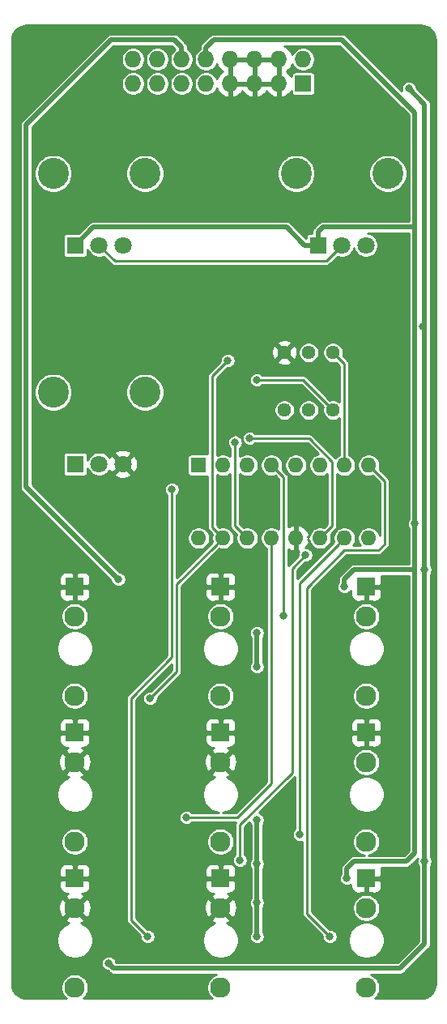
<source format=gbr>
G04 #@! TF.GenerationSoftware,KiCad,Pcbnew,5.1.6-c6e7f7d~86~ubuntu20.04.1*
G04 #@! TF.CreationDate,2020-05-29T14:12:17+02:00*
G04 #@! TF.ProjectId,osc1,6f736331-2e6b-4696-9361-645f70636258,rev?*
G04 #@! TF.SameCoordinates,Original*
G04 #@! TF.FileFunction,Copper,L1,Top*
G04 #@! TF.FilePolarity,Positive*
%FSLAX46Y46*%
G04 Gerber Fmt 4.6, Leading zero omitted, Abs format (unit mm)*
G04 Created by KiCad (PCBNEW 5.1.6-c6e7f7d~86~ubuntu20.04.1) date 2020-05-29 14:12:17*
%MOMM*%
%LPD*%
G01*
G04 APERTURE LIST*
G04 #@! TA.AperFunction,ComponentPad*
%ADD10C,2.130000*%
G04 #@! TD*
G04 #@! TA.AperFunction,ComponentPad*
%ADD11R,1.930000X1.830000*%
G04 #@! TD*
G04 #@! TA.AperFunction,ComponentPad*
%ADD12C,1.440000*%
G04 #@! TD*
G04 #@! TA.AperFunction,ComponentPad*
%ADD13R,1.600000X1.600000*%
G04 #@! TD*
G04 #@! TA.AperFunction,ComponentPad*
%ADD14O,1.600000X1.600000*%
G04 #@! TD*
G04 #@! TA.AperFunction,ComponentPad*
%ADD15C,3.240000*%
G04 #@! TD*
G04 #@! TA.AperFunction,ComponentPad*
%ADD16C,1.800000*%
G04 #@! TD*
G04 #@! TA.AperFunction,ComponentPad*
%ADD17R,1.800000X1.800000*%
G04 #@! TD*
G04 #@! TA.AperFunction,ComponentPad*
%ADD18O,1.727200X1.727200*%
G04 #@! TD*
G04 #@! TA.AperFunction,ComponentPad*
%ADD19R,1.727200X1.727200*%
G04 #@! TD*
G04 #@! TA.AperFunction,ViaPad*
%ADD20C,0.800000*%
G04 #@! TD*
G04 #@! TA.AperFunction,Conductor*
%ADD21C,0.250000*%
G04 #@! TD*
G04 #@! TA.AperFunction,Conductor*
%ADD22C,0.508000*%
G04 #@! TD*
G04 #@! TA.AperFunction,Conductor*
%ADD23C,0.254000*%
G04 #@! TD*
G04 APERTURE END LIST*
D10*
X93980000Y-139670000D03*
D11*
X93980000Y-128270000D03*
D10*
X93980000Y-131370000D03*
D12*
X100650000Y-103800000D03*
X103190000Y-103800000D03*
X105730000Y-103800000D03*
X100650000Y-109800000D03*
X103190000Y-109800000D03*
X105730000Y-109800000D03*
D13*
X91694000Y-115570000D03*
D14*
X109474000Y-123190000D03*
X94234000Y-115570000D03*
X106934000Y-123190000D03*
X96774000Y-115570000D03*
X104394000Y-123190000D03*
X99314000Y-115570000D03*
X101854000Y-123190000D03*
X101854000Y-115570000D03*
X99314000Y-123190000D03*
X104394000Y-115570000D03*
X96774000Y-123190000D03*
X106934000Y-115570000D03*
X94234000Y-123190000D03*
X109474000Y-115570000D03*
X91694000Y-123190000D03*
D15*
X101880000Y-85090000D03*
X111480000Y-85090000D03*
D16*
X109180000Y-92590000D03*
X106680000Y-92590000D03*
D17*
X104180000Y-92590000D03*
D15*
X76480000Y-85090000D03*
X86080000Y-85090000D03*
D16*
X83780000Y-92590000D03*
X81280000Y-92590000D03*
D17*
X78780000Y-92590000D03*
D15*
X76480000Y-107950000D03*
X86080000Y-107950000D03*
D16*
X83780000Y-115450000D03*
X81280000Y-115450000D03*
D17*
X78780000Y-115450000D03*
D18*
X84836000Y-73152000D03*
X84836000Y-75692000D03*
X87376000Y-73152000D03*
X87376000Y-75692000D03*
X89916000Y-73152000D03*
X89916000Y-75692000D03*
X92456000Y-73152000D03*
X92456000Y-75692000D03*
X94996000Y-73152000D03*
X94996000Y-75692000D03*
X97536000Y-73152000D03*
X97536000Y-75692000D03*
X100076000Y-73152000D03*
X100076000Y-75692000D03*
X102616000Y-73152000D03*
D19*
X102616000Y-75692000D03*
D10*
X109220000Y-170150000D03*
D11*
X109220000Y-158750000D03*
D10*
X109220000Y-161850000D03*
X109220000Y-139670000D03*
D11*
X109220000Y-128270000D03*
D10*
X109220000Y-131370000D03*
X109220000Y-154910000D03*
D11*
X109220000Y-143510000D03*
D10*
X109220000Y-146610000D03*
X78740000Y-154910000D03*
D11*
X78740000Y-143510000D03*
D10*
X78740000Y-146610000D03*
X78740000Y-139670000D03*
D11*
X78740000Y-128270000D03*
D10*
X78740000Y-131370000D03*
X93980000Y-170150000D03*
D11*
X93980000Y-158750000D03*
D10*
X93980000Y-161850000D03*
X78740000Y-170150000D03*
D11*
X78740000Y-158750000D03*
D10*
X78740000Y-161850000D03*
X93980000Y-154910000D03*
D11*
X93980000Y-143510000D03*
D10*
X93980000Y-146610000D03*
D20*
X86360000Y-164846000D03*
X88900000Y-118110000D03*
X105410000Y-149860000D03*
X81280000Y-122174000D03*
X97028000Y-112776000D03*
X102870000Y-124968000D03*
X96012000Y-156845000D03*
X83312000Y-127508000D03*
X107188000Y-158750000D03*
X106934000Y-128270000D03*
X97790000Y-136652000D03*
X97790000Y-133096000D03*
X97790000Y-161290000D03*
X97790000Y-164846000D03*
X97790000Y-152654000D03*
X114300000Y-121666000D03*
X97790000Y-157226000D03*
X82296000Y-167640000D03*
X115316000Y-156972000D03*
X115316000Y-126492000D03*
X113665000Y-76200000D03*
X115154000Y-101092000D03*
X90424000Y-152400000D03*
X86614000Y-139954000D03*
X94742000Y-104648000D03*
X97790000Y-106680000D03*
X95504000Y-113157000D03*
X100584000Y-131318000D03*
X105410000Y-164846000D03*
X102235000Y-154178000D03*
D21*
X84618999Y-163104999D02*
X86360000Y-164846000D01*
X84618999Y-139917001D02*
X84618999Y-163104999D01*
X88900000Y-135636000D02*
X84618999Y-139917001D01*
X88900000Y-118110000D02*
X88900000Y-135636000D01*
X105664000Y-117348000D02*
X105664000Y-121920000D01*
X105664000Y-121920000D02*
X104394000Y-123190000D01*
X105664000Y-115174998D02*
X105664000Y-116782315D01*
X103265002Y-112776000D02*
X105664000Y-115174998D01*
X105664000Y-116782315D02*
X105664000Y-117348000D01*
X97028000Y-112776000D02*
X103265002Y-112776000D01*
X101473000Y-126365000D02*
X102870000Y-124968000D01*
X101473000Y-147701000D02*
X101473000Y-126365000D01*
X96012000Y-153162000D02*
X101473000Y-147701000D01*
X96012000Y-156845000D02*
X96012000Y-153162000D01*
D22*
X73660000Y-117856000D02*
X83312000Y-127508000D01*
X73660000Y-80010000D02*
X73660000Y-117856000D01*
X89154000Y-71120000D02*
X82550000Y-71120000D01*
X89916000Y-71882000D02*
X89154000Y-71120000D01*
X82550000Y-71120000D02*
X73660000Y-80010000D01*
X89916000Y-73152000D02*
X89916000Y-71882000D01*
D21*
X78780000Y-92590000D02*
X78780000Y-92670000D01*
D22*
X106934000Y-128270000D02*
X106934000Y-127508000D01*
X106934000Y-127508000D02*
X107950000Y-126492000D01*
X107950000Y-126492000D02*
X114300000Y-126492000D01*
X114300000Y-125730000D02*
X114300000Y-126492000D01*
X97790000Y-136652000D02*
X97790000Y-133096000D01*
X97790000Y-161290000D02*
X97790000Y-164846000D01*
X114300000Y-121666000D02*
X114300000Y-125730000D01*
X114300000Y-110998000D02*
X114300000Y-121666000D01*
X114300000Y-90678000D02*
X114300000Y-110998000D01*
X104684000Y-90678000D02*
X114300000Y-90678000D01*
X104180000Y-92590000D02*
X104180000Y-91182000D01*
X104180000Y-91182000D02*
X104684000Y-90678000D01*
X78780000Y-92590000D02*
X80692000Y-90678000D01*
X100860000Y-90678000D02*
X102772000Y-92590000D01*
X80692000Y-90678000D02*
X100860000Y-90678000D01*
X102772000Y-92590000D02*
X104180000Y-92590000D01*
X114300000Y-127254000D02*
X114300000Y-126492000D01*
X113411000Y-156972000D02*
X114300000Y-156083000D01*
X107950000Y-156972000D02*
X113411000Y-156972000D01*
X114300000Y-156083000D02*
X114300000Y-127254000D01*
X107188000Y-157734000D02*
X107950000Y-156972000D01*
X107188000Y-158750000D02*
X107188000Y-157734000D01*
X97790000Y-157226000D02*
X97790000Y-161290000D01*
X97790000Y-152654000D02*
X97790000Y-157226000D01*
X93266686Y-71120000D02*
X92456000Y-71930686D01*
X106680000Y-71120000D02*
X93266686Y-71120000D01*
X92456000Y-71930686D02*
X92456000Y-73152000D01*
X114300000Y-78740000D02*
X106680000Y-71120000D01*
X114300000Y-90678000D02*
X114300000Y-78740000D01*
X115316000Y-156972000D02*
X115316000Y-154686000D01*
X115316000Y-154686000D02*
X115316000Y-126492000D01*
X115316000Y-126492000D02*
X115316000Y-107950000D01*
X115316000Y-157734000D02*
X115316000Y-156972000D01*
X82296000Y-167640000D02*
X82804000Y-168148000D01*
X115316000Y-165608000D02*
X115316000Y-157734000D01*
X112776000Y-168148000D02*
X115316000Y-165608000D01*
X82804000Y-168148000D02*
X112776000Y-168148000D01*
X115316000Y-78740000D02*
X115316000Y-77851000D01*
X115316000Y-77851000D02*
X113665000Y-76200000D01*
X115316000Y-93472000D02*
X115316000Y-78740000D01*
X115316000Y-107950000D02*
X115316000Y-93472000D01*
D21*
X95758000Y-152400000D02*
X99314000Y-148844000D01*
X90424000Y-152400000D02*
X95758000Y-152400000D01*
X99314000Y-148844000D02*
X99314000Y-123190000D01*
X82924000Y-94234000D02*
X81280000Y-92590000D01*
X106673000Y-92590000D02*
X105029000Y-94234000D01*
X105029000Y-94234000D02*
X82924000Y-94234000D01*
X106680000Y-92590000D02*
X106673000Y-92590000D01*
X89408000Y-128016000D02*
X93434001Y-123989999D01*
X86614000Y-139954000D02*
X89408000Y-137160000D01*
X93434001Y-123989999D02*
X94234000Y-123190000D01*
X89408000Y-137160000D02*
X89408000Y-128016000D01*
X93108999Y-122064999D02*
X93434001Y-122390001D01*
X93108999Y-106281001D02*
X93108999Y-122064999D01*
X93434001Y-122390001D02*
X94234000Y-123190000D01*
X94742000Y-104648000D02*
X93108999Y-106281001D01*
X102610000Y-106680000D02*
X97790000Y-106680000D01*
X105730000Y-109800000D02*
X102610000Y-106680000D01*
X95504000Y-121920000D02*
X96774000Y-123190000D01*
X95504000Y-113157000D02*
X95504000Y-121920000D01*
X100584000Y-131318000D02*
X100584000Y-116840000D01*
X100584000Y-116840000D02*
X100113999Y-116369999D01*
X100113999Y-116369999D02*
X99314000Y-115570000D01*
X110273999Y-116369999D02*
X109474000Y-115570000D01*
X111125000Y-117221000D02*
X110273999Y-116369999D01*
X111125000Y-123825000D02*
X111125000Y-117221000D01*
X102997000Y-162433000D02*
X102997000Y-128397000D01*
X102997000Y-128397000D02*
X106934000Y-124460000D01*
X106934000Y-124460000D02*
X110490000Y-124460000D01*
X105410000Y-164846000D02*
X102997000Y-162433000D01*
X110490000Y-124460000D02*
X111125000Y-123825000D01*
X106934000Y-105004000D02*
X105730000Y-103800000D01*
X106934000Y-115570000D02*
X106934000Y-105004000D01*
X106134001Y-123989999D02*
X106934000Y-123190000D01*
X102235000Y-127889000D02*
X106134001Y-123989999D01*
X102235000Y-154178000D02*
X102235000Y-127889000D01*
D23*
G36*
X115225776Y-69651457D02*
G01*
X115505481Y-69735905D01*
X115763458Y-69873074D01*
X115989875Y-70057735D01*
X116176111Y-70282856D01*
X116315078Y-70539870D01*
X116401476Y-70818976D01*
X116434000Y-71128418D01*
X116434001Y-169779137D01*
X116403543Y-170089775D01*
X116319094Y-170369484D01*
X116181926Y-170627458D01*
X115997267Y-170853873D01*
X115772141Y-171040114D01*
X115515130Y-171179078D01*
X115236024Y-171265476D01*
X114926582Y-171298000D01*
X110104629Y-171298000D01*
X110141772Y-171273182D01*
X110343182Y-171071772D01*
X110501429Y-170834938D01*
X110610431Y-170571783D01*
X110666000Y-170292419D01*
X110666000Y-170007581D01*
X110610431Y-169728217D01*
X110501429Y-169465062D01*
X110343182Y-169228228D01*
X110141772Y-169026818D01*
X109904938Y-168868571D01*
X109698351Y-168783000D01*
X112744819Y-168783000D01*
X112776000Y-168786071D01*
X112807181Y-168783000D01*
X112807192Y-168783000D01*
X112900482Y-168773812D01*
X113020180Y-168737502D01*
X113130494Y-168678537D01*
X113227185Y-168599185D01*
X113247074Y-168574950D01*
X115742962Y-166079064D01*
X115767185Y-166059185D01*
X115787068Y-166034958D01*
X115846537Y-165962495D01*
X115868702Y-165921026D01*
X115905502Y-165852180D01*
X115941812Y-165732482D01*
X115951000Y-165639192D01*
X115951000Y-165639182D01*
X115954071Y-165608001D01*
X115951000Y-165576820D01*
X115951000Y-157427418D01*
X116008113Y-157341942D01*
X116066987Y-157199809D01*
X116097000Y-157048922D01*
X116097000Y-156895078D01*
X116066987Y-156744191D01*
X116008113Y-156602058D01*
X115951000Y-156516582D01*
X115951000Y-126947418D01*
X116008113Y-126861942D01*
X116066987Y-126719809D01*
X116097000Y-126568922D01*
X116097000Y-126415078D01*
X116066987Y-126264191D01*
X116008113Y-126122058D01*
X115951000Y-126036582D01*
X115951000Y-77882189D01*
X115954072Y-77851000D01*
X115951000Y-77819808D01*
X115941812Y-77726518D01*
X115905502Y-77606820D01*
X115846538Y-77496506D01*
X115787069Y-77424043D01*
X115787065Y-77424039D01*
X115767185Y-77399815D01*
X115742960Y-77379934D01*
X114436043Y-76073018D01*
X114415987Y-75972191D01*
X114357113Y-75830058D01*
X114271642Y-75702141D01*
X114162859Y-75593358D01*
X114034942Y-75507887D01*
X113892809Y-75449013D01*
X113741922Y-75419000D01*
X113588078Y-75419000D01*
X113437191Y-75449013D01*
X113295058Y-75507887D01*
X113167141Y-75593358D01*
X113058358Y-75702141D01*
X112972887Y-75830058D01*
X112914013Y-75972191D01*
X112884000Y-76123078D01*
X112884000Y-76276922D01*
X112914013Y-76427809D01*
X112933939Y-76475914D01*
X107151074Y-70693050D01*
X107131185Y-70668815D01*
X107034494Y-70589463D01*
X106924180Y-70530498D01*
X106804482Y-70494188D01*
X106711192Y-70485000D01*
X106711181Y-70485000D01*
X106680000Y-70481929D01*
X106648819Y-70485000D01*
X93297866Y-70485000D01*
X93266685Y-70481929D01*
X93235504Y-70485000D01*
X93235494Y-70485000D01*
X93142204Y-70494188D01*
X93022506Y-70530498D01*
X92912192Y-70589463D01*
X92815501Y-70668815D01*
X92795616Y-70693045D01*
X92029050Y-71459612D01*
X92004815Y-71479501D01*
X91925463Y-71576193D01*
X91866498Y-71686507D01*
X91830188Y-71806205D01*
X91821000Y-71899495D01*
X91821000Y-71899505D01*
X91817929Y-71930686D01*
X91821000Y-71961868D01*
X91821000Y-72079426D01*
X91662614Y-72185256D01*
X91489256Y-72358614D01*
X91353050Y-72562461D01*
X91259229Y-72788964D01*
X91211400Y-73029418D01*
X91211400Y-73274582D01*
X91259229Y-73515036D01*
X91353050Y-73741539D01*
X91489256Y-73945386D01*
X91662614Y-74118744D01*
X91866461Y-74254950D01*
X92092964Y-74348771D01*
X92333418Y-74396600D01*
X92578582Y-74396600D01*
X92819036Y-74348771D01*
X93045539Y-74254950D01*
X93249386Y-74118744D01*
X93422744Y-73945386D01*
X93558950Y-73741539D01*
X93593278Y-73658664D01*
X93639036Y-73787978D01*
X93789183Y-74040488D01*
X93985707Y-74258854D01*
X94204078Y-74422000D01*
X93985707Y-74585146D01*
X93789183Y-74803512D01*
X93639036Y-75056022D01*
X93593278Y-75185336D01*
X93558950Y-75102461D01*
X93422744Y-74898614D01*
X93249386Y-74725256D01*
X93045539Y-74589050D01*
X92819036Y-74495229D01*
X92578582Y-74447400D01*
X92333418Y-74447400D01*
X92092964Y-74495229D01*
X91866461Y-74589050D01*
X91662614Y-74725256D01*
X91489256Y-74898614D01*
X91353050Y-75102461D01*
X91259229Y-75328964D01*
X91211400Y-75569418D01*
X91211400Y-75814582D01*
X91259229Y-76055036D01*
X91353050Y-76281539D01*
X91489256Y-76485386D01*
X91662614Y-76658744D01*
X91866461Y-76794950D01*
X92092964Y-76888771D01*
X92333418Y-76936600D01*
X92578582Y-76936600D01*
X92819036Y-76888771D01*
X93045539Y-76794950D01*
X93249386Y-76658744D01*
X93422744Y-76485386D01*
X93558950Y-76281539D01*
X93593278Y-76198664D01*
X93639036Y-76327978D01*
X93789183Y-76580488D01*
X93985707Y-76798854D01*
X94221056Y-76974684D01*
X94486186Y-77101222D01*
X94636974Y-77146958D01*
X94869000Y-77025817D01*
X94869000Y-75819000D01*
X95123000Y-75819000D01*
X95123000Y-77025817D01*
X95355026Y-77146958D01*
X95505814Y-77101222D01*
X95770944Y-76974684D01*
X96006293Y-76798854D01*
X96202817Y-76580488D01*
X96266000Y-76474230D01*
X96329183Y-76580488D01*
X96525707Y-76798854D01*
X96761056Y-76974684D01*
X97026186Y-77101222D01*
X97176974Y-77146958D01*
X97409000Y-77025817D01*
X97409000Y-75819000D01*
X97663000Y-75819000D01*
X97663000Y-77025817D01*
X97895026Y-77146958D01*
X98045814Y-77101222D01*
X98310944Y-76974684D01*
X98546293Y-76798854D01*
X98742817Y-76580488D01*
X98806000Y-76474230D01*
X98869183Y-76580488D01*
X99065707Y-76798854D01*
X99301056Y-76974684D01*
X99566186Y-77101222D01*
X99716974Y-77146958D01*
X99949000Y-77025817D01*
X99949000Y-75819000D01*
X97663000Y-75819000D01*
X97409000Y-75819000D01*
X95123000Y-75819000D01*
X94869000Y-75819000D01*
X94849000Y-75819000D01*
X94849000Y-75565000D01*
X94869000Y-75565000D01*
X94869000Y-73279000D01*
X95123000Y-73279000D01*
X95123000Y-75565000D01*
X97409000Y-75565000D01*
X97409000Y-73279000D01*
X97663000Y-73279000D01*
X97663000Y-75565000D01*
X99949000Y-75565000D01*
X99949000Y-73279000D01*
X97663000Y-73279000D01*
X97409000Y-73279000D01*
X95123000Y-73279000D01*
X94869000Y-73279000D01*
X94849000Y-73279000D01*
X94849000Y-73025000D01*
X94869000Y-73025000D01*
X94869000Y-73005000D01*
X95123000Y-73005000D01*
X95123000Y-73025000D01*
X97409000Y-73025000D01*
X97409000Y-73005000D01*
X97663000Y-73005000D01*
X97663000Y-73025000D01*
X99949000Y-73025000D01*
X99949000Y-73005000D01*
X100203000Y-73005000D01*
X100203000Y-73025000D01*
X100223000Y-73025000D01*
X100223000Y-73279000D01*
X100203000Y-73279000D01*
X100203000Y-75565000D01*
X100223000Y-75565000D01*
X100223000Y-75819000D01*
X100203000Y-75819000D01*
X100203000Y-77025817D01*
X100435026Y-77146958D01*
X100585814Y-77101222D01*
X100850944Y-76974684D01*
X101086293Y-76798854D01*
X101282817Y-76580488D01*
X101369557Y-76434613D01*
X101369557Y-76555600D01*
X101376913Y-76630289D01*
X101398699Y-76702108D01*
X101434078Y-76768296D01*
X101481689Y-76826311D01*
X101539704Y-76873922D01*
X101605892Y-76909301D01*
X101677711Y-76931087D01*
X101752400Y-76938443D01*
X103479600Y-76938443D01*
X103554289Y-76931087D01*
X103626108Y-76909301D01*
X103692296Y-76873922D01*
X103750311Y-76826311D01*
X103797922Y-76768296D01*
X103833301Y-76702108D01*
X103855087Y-76630289D01*
X103862443Y-76555600D01*
X103862443Y-74828400D01*
X103855087Y-74753711D01*
X103833301Y-74681892D01*
X103797922Y-74615704D01*
X103750311Y-74557689D01*
X103692296Y-74510078D01*
X103626108Y-74474699D01*
X103554289Y-74452913D01*
X103479600Y-74445557D01*
X101752400Y-74445557D01*
X101677711Y-74452913D01*
X101605892Y-74474699D01*
X101539704Y-74510078D01*
X101481689Y-74557689D01*
X101434078Y-74615704D01*
X101398699Y-74681892D01*
X101376913Y-74753711D01*
X101369557Y-74828400D01*
X101369557Y-74949387D01*
X101282817Y-74803512D01*
X101086293Y-74585146D01*
X100867922Y-74422000D01*
X101086293Y-74258854D01*
X101282817Y-74040488D01*
X101432964Y-73787978D01*
X101478722Y-73658664D01*
X101513050Y-73741539D01*
X101649256Y-73945386D01*
X101822614Y-74118744D01*
X102026461Y-74254950D01*
X102252964Y-74348771D01*
X102493418Y-74396600D01*
X102738582Y-74396600D01*
X102979036Y-74348771D01*
X103205539Y-74254950D01*
X103409386Y-74118744D01*
X103582744Y-73945386D01*
X103718950Y-73741539D01*
X103812771Y-73515036D01*
X103860600Y-73274582D01*
X103860600Y-73029418D01*
X103812771Y-72788964D01*
X103718950Y-72562461D01*
X103582744Y-72358614D01*
X103409386Y-72185256D01*
X103205539Y-72049050D01*
X102979036Y-71955229D01*
X102738582Y-71907400D01*
X102493418Y-71907400D01*
X102252964Y-71955229D01*
X102026461Y-72049050D01*
X101822614Y-72185256D01*
X101649256Y-72358614D01*
X101513050Y-72562461D01*
X101478722Y-72645336D01*
X101432964Y-72516022D01*
X101282817Y-72263512D01*
X101086293Y-72045146D01*
X100850944Y-71869316D01*
X100611422Y-71755000D01*
X106416976Y-71755000D01*
X113665001Y-79003026D01*
X113665000Y-90043000D01*
X104715189Y-90043000D01*
X104684000Y-90039928D01*
X104652811Y-90043000D01*
X104652808Y-90043000D01*
X104559518Y-90052188D01*
X104439820Y-90088498D01*
X104329506Y-90147462D01*
X104257043Y-90206931D01*
X104257039Y-90206935D01*
X104232815Y-90226815D01*
X104212934Y-90251040D01*
X103753045Y-90710931D01*
X103728816Y-90730815D01*
X103708932Y-90755044D01*
X103649463Y-90827507D01*
X103590498Y-90937821D01*
X103554189Y-91057519D01*
X103541929Y-91182000D01*
X103545001Y-91213191D01*
X103545001Y-91307157D01*
X103280000Y-91307157D01*
X103205311Y-91314513D01*
X103133492Y-91336299D01*
X103067304Y-91371678D01*
X103009289Y-91419289D01*
X102961678Y-91477304D01*
X102926299Y-91543492D01*
X102904513Y-91615311D01*
X102897157Y-91690000D01*
X102897157Y-91817132D01*
X101331074Y-90251050D01*
X101311185Y-90226815D01*
X101214494Y-90147463D01*
X101104180Y-90088498D01*
X100984482Y-90052188D01*
X100891192Y-90043000D01*
X100891181Y-90043000D01*
X100860000Y-90039929D01*
X100828819Y-90043000D01*
X80723180Y-90043000D01*
X80691999Y-90039929D01*
X80660818Y-90043000D01*
X80660808Y-90043000D01*
X80567518Y-90052188D01*
X80447820Y-90088498D01*
X80375931Y-90126924D01*
X80337505Y-90147463D01*
X80286373Y-90189426D01*
X80240815Y-90226815D01*
X80220930Y-90251045D01*
X79164819Y-91307157D01*
X77880000Y-91307157D01*
X77805311Y-91314513D01*
X77733492Y-91336299D01*
X77667304Y-91371678D01*
X77609289Y-91419289D01*
X77561678Y-91477304D01*
X77526299Y-91543492D01*
X77504513Y-91615311D01*
X77497157Y-91690000D01*
X77497157Y-93490000D01*
X77504513Y-93564689D01*
X77526299Y-93636508D01*
X77561678Y-93702696D01*
X77609289Y-93760711D01*
X77667304Y-93808322D01*
X77733492Y-93843701D01*
X77805311Y-93865487D01*
X77880000Y-93872843D01*
X79680000Y-93872843D01*
X79754689Y-93865487D01*
X79826508Y-93843701D01*
X79892696Y-93808322D01*
X79950711Y-93760711D01*
X79998322Y-93702696D01*
X80033701Y-93636508D01*
X80055487Y-93564689D01*
X80062843Y-93490000D01*
X80062843Y-92998937D01*
X80144793Y-93196781D01*
X80284982Y-93406590D01*
X80463410Y-93585018D01*
X80673219Y-93725207D01*
X80906346Y-93821772D01*
X81153833Y-93871000D01*
X81406167Y-93871000D01*
X81653654Y-93821772D01*
X81754435Y-93780027D01*
X82548628Y-94574220D01*
X82564473Y-94593527D01*
X82641521Y-94656759D01*
X82729425Y-94703745D01*
X82824806Y-94732678D01*
X82834694Y-94733652D01*
X82899146Y-94740000D01*
X82899153Y-94740000D01*
X82923999Y-94742447D01*
X82948845Y-94740000D01*
X105004154Y-94740000D01*
X105029000Y-94742447D01*
X105053846Y-94740000D01*
X105053854Y-94740000D01*
X105128193Y-94732678D01*
X105223575Y-94703745D01*
X105311479Y-94656759D01*
X105388527Y-94593527D01*
X105404376Y-94574215D01*
X106200615Y-93777976D01*
X106306346Y-93821772D01*
X106553833Y-93871000D01*
X106806167Y-93871000D01*
X107053654Y-93821772D01*
X107286781Y-93725207D01*
X107496590Y-93585018D01*
X107675018Y-93406590D01*
X107815207Y-93196781D01*
X107911772Y-92963654D01*
X107930000Y-92872015D01*
X107948228Y-92963654D01*
X108044793Y-93196781D01*
X108184982Y-93406590D01*
X108363410Y-93585018D01*
X108573219Y-93725207D01*
X108806346Y-93821772D01*
X109053833Y-93871000D01*
X109306167Y-93871000D01*
X109553654Y-93821772D01*
X109786781Y-93725207D01*
X109996590Y-93585018D01*
X110175018Y-93406590D01*
X110315207Y-93196781D01*
X110411772Y-92963654D01*
X110461000Y-92716167D01*
X110461000Y-92463833D01*
X110411772Y-92216346D01*
X110315207Y-91983219D01*
X110175018Y-91773410D01*
X109996590Y-91594982D01*
X109786781Y-91454793D01*
X109553654Y-91358228D01*
X109326276Y-91313000D01*
X113665000Y-91313000D01*
X113665001Y-110966799D01*
X113665000Y-110966809D01*
X113665001Y-121210581D01*
X113607887Y-121296058D01*
X113549013Y-121438191D01*
X113519000Y-121589078D01*
X113519000Y-121742922D01*
X113549013Y-121893809D01*
X113607887Y-122035942D01*
X113665000Y-122121418D01*
X113665001Y-125698799D01*
X113665000Y-125698809D01*
X113665000Y-125857000D01*
X107981181Y-125857000D01*
X107950000Y-125853929D01*
X107918819Y-125857000D01*
X107918808Y-125857000D01*
X107825518Y-125866188D01*
X107705820Y-125902498D01*
X107595506Y-125961463D01*
X107498815Y-126040815D01*
X107478930Y-126065045D01*
X106507046Y-127036930D01*
X106482816Y-127056815D01*
X106462933Y-127081043D01*
X106462932Y-127081044D01*
X106403463Y-127153507D01*
X106344498Y-127263821D01*
X106331851Y-127305514D01*
X106308188Y-127383518D01*
X106299000Y-127476808D01*
X106299000Y-127476819D01*
X106295929Y-127508000D01*
X106299000Y-127539181D01*
X106299000Y-127814582D01*
X106241887Y-127900058D01*
X106183013Y-128042191D01*
X106153000Y-128193078D01*
X106153000Y-128346922D01*
X106183013Y-128497809D01*
X106241887Y-128639942D01*
X106327358Y-128767859D01*
X106436141Y-128876642D01*
X106564058Y-128962113D01*
X106706191Y-129020987D01*
X106857078Y-129051000D01*
X107010922Y-129051000D01*
X107161809Y-129020987D01*
X107303942Y-128962113D01*
X107431859Y-128876642D01*
X107540642Y-128767859D01*
X107619541Y-128649778D01*
X107616928Y-129185000D01*
X107629188Y-129309482D01*
X107665498Y-129429180D01*
X107724463Y-129539494D01*
X107803815Y-129636185D01*
X107900506Y-129715537D01*
X108010820Y-129774502D01*
X108130518Y-129810812D01*
X108255000Y-129823072D01*
X108934250Y-129820000D01*
X109093000Y-129661250D01*
X109093000Y-128397000D01*
X109347000Y-128397000D01*
X109347000Y-129661250D01*
X109505750Y-129820000D01*
X110185000Y-129823072D01*
X110309482Y-129810812D01*
X110429180Y-129774502D01*
X110539494Y-129715537D01*
X110636185Y-129636185D01*
X110715537Y-129539494D01*
X110774502Y-129429180D01*
X110810812Y-129309482D01*
X110823072Y-129185000D01*
X110820000Y-128555750D01*
X110661250Y-128397000D01*
X109347000Y-128397000D01*
X109093000Y-128397000D01*
X109073000Y-128397000D01*
X109073000Y-128143000D01*
X109093000Y-128143000D01*
X109093000Y-128123000D01*
X109347000Y-128123000D01*
X109347000Y-128143000D01*
X110661250Y-128143000D01*
X110820000Y-127984250D01*
X110823072Y-127355000D01*
X110810812Y-127230518D01*
X110779410Y-127127000D01*
X113665000Y-127127000D01*
X113665000Y-127285191D01*
X113665001Y-127285201D01*
X113665000Y-155819975D01*
X113147976Y-156337000D01*
X109457938Y-156337000D01*
X109641783Y-156300431D01*
X109904938Y-156191429D01*
X110141772Y-156033182D01*
X110343182Y-155831772D01*
X110501429Y-155594938D01*
X110610431Y-155331783D01*
X110666000Y-155052419D01*
X110666000Y-154767581D01*
X110610431Y-154488217D01*
X110501429Y-154225062D01*
X110343182Y-153988228D01*
X110141772Y-153786818D01*
X109904938Y-153628571D01*
X109641783Y-153519569D01*
X109362419Y-153464000D01*
X109077581Y-153464000D01*
X108798217Y-153519569D01*
X108535062Y-153628571D01*
X108298228Y-153786818D01*
X108096818Y-153988228D01*
X107938571Y-154225062D01*
X107829569Y-154488217D01*
X107774000Y-154767581D01*
X107774000Y-155052419D01*
X107829569Y-155331783D01*
X107938571Y-155594938D01*
X108096818Y-155831772D01*
X108298228Y-156033182D01*
X108535062Y-156191429D01*
X108798217Y-156300431D01*
X108982062Y-156337000D01*
X107981189Y-156337000D01*
X107950000Y-156333928D01*
X107918811Y-156337000D01*
X107918808Y-156337000D01*
X107825518Y-156346188D01*
X107705820Y-156382498D01*
X107595506Y-156441462D01*
X107523043Y-156500931D01*
X107523039Y-156500935D01*
X107498815Y-156520815D01*
X107478934Y-156545040D01*
X106761045Y-157262931D01*
X106736816Y-157282815D01*
X106716932Y-157307044D01*
X106657463Y-157379507D01*
X106598498Y-157489821D01*
X106594641Y-157502537D01*
X106562189Y-157609518D01*
X106560566Y-157626000D01*
X106549929Y-157734000D01*
X106553001Y-157765191D01*
X106553000Y-158294581D01*
X106495887Y-158380058D01*
X106437013Y-158522191D01*
X106407000Y-158673078D01*
X106407000Y-158826922D01*
X106437013Y-158977809D01*
X106495887Y-159119942D01*
X106581358Y-159247859D01*
X106690141Y-159356642D01*
X106818058Y-159442113D01*
X106960191Y-159500987D01*
X107111078Y-159531000D01*
X107264922Y-159531000D01*
X107415809Y-159500987D01*
X107557942Y-159442113D01*
X107618213Y-159401842D01*
X107616928Y-159665000D01*
X107629188Y-159789482D01*
X107665498Y-159909180D01*
X107724463Y-160019494D01*
X107803815Y-160116185D01*
X107900506Y-160195537D01*
X108010820Y-160254502D01*
X108130518Y-160290812D01*
X108255000Y-160303072D01*
X108934250Y-160300000D01*
X109093000Y-160141250D01*
X109093000Y-158877000D01*
X109347000Y-158877000D01*
X109347000Y-160141250D01*
X109505750Y-160300000D01*
X110185000Y-160303072D01*
X110309482Y-160290812D01*
X110429180Y-160254502D01*
X110539494Y-160195537D01*
X110636185Y-160116185D01*
X110715537Y-160019494D01*
X110774502Y-159909180D01*
X110810812Y-159789482D01*
X110823072Y-159665000D01*
X110820000Y-159035750D01*
X110661250Y-158877000D01*
X109347000Y-158877000D01*
X109093000Y-158877000D01*
X109073000Y-158877000D01*
X109073000Y-158623000D01*
X109093000Y-158623000D01*
X109093000Y-158603000D01*
X109347000Y-158603000D01*
X109347000Y-158623000D01*
X110661250Y-158623000D01*
X110820000Y-158464250D01*
X110823072Y-157835000D01*
X110810812Y-157710518D01*
X110779410Y-157607000D01*
X113379819Y-157607000D01*
X113411000Y-157610071D01*
X113442181Y-157607000D01*
X113442192Y-157607000D01*
X113535482Y-157597812D01*
X113655180Y-157561502D01*
X113765494Y-157502537D01*
X113862185Y-157423185D01*
X113882074Y-157398950D01*
X114584939Y-156696086D01*
X114565013Y-156744191D01*
X114535000Y-156895078D01*
X114535000Y-157048922D01*
X114565013Y-157199809D01*
X114623887Y-157341942D01*
X114681000Y-157427418D01*
X114681000Y-157765191D01*
X114681001Y-157765201D01*
X114681000Y-165344974D01*
X112512976Y-167513000D01*
X83067039Y-167513000D01*
X83046987Y-167412191D01*
X82988113Y-167270058D01*
X82902642Y-167142141D01*
X82793859Y-167033358D01*
X82665942Y-166947887D01*
X82523809Y-166889013D01*
X82372922Y-166859000D01*
X82219078Y-166859000D01*
X82068191Y-166889013D01*
X81926058Y-166947887D01*
X81798141Y-167033358D01*
X81689358Y-167142141D01*
X81603887Y-167270058D01*
X81545013Y-167412191D01*
X81515000Y-167563078D01*
X81515000Y-167716922D01*
X81545013Y-167867809D01*
X81603887Y-168009942D01*
X81689358Y-168137859D01*
X81798141Y-168246642D01*
X81926058Y-168332113D01*
X82068191Y-168390987D01*
X82169017Y-168411042D01*
X82332934Y-168574960D01*
X82352815Y-168599185D01*
X82377039Y-168619065D01*
X82377042Y-168619068D01*
X82449505Y-168678537D01*
X82487931Y-168699076D01*
X82559820Y-168737502D01*
X82679518Y-168773812D01*
X82772808Y-168783000D01*
X82772818Y-168783000D01*
X82803999Y-168786071D01*
X82835180Y-168783000D01*
X93501649Y-168783000D01*
X93295062Y-168868571D01*
X93058228Y-169026818D01*
X92856818Y-169228228D01*
X92698571Y-169465062D01*
X92589569Y-169728217D01*
X92534000Y-170007581D01*
X92534000Y-170292419D01*
X92589569Y-170571783D01*
X92698571Y-170834938D01*
X92856818Y-171071772D01*
X93058228Y-171273182D01*
X93095371Y-171298000D01*
X79624629Y-171298000D01*
X79661772Y-171273182D01*
X79863182Y-171071772D01*
X80021429Y-170834938D01*
X80130431Y-170571783D01*
X80186000Y-170292419D01*
X80186000Y-170007581D01*
X80130431Y-169728217D01*
X80021429Y-169465062D01*
X79863182Y-169228228D01*
X79661772Y-169026818D01*
X79424938Y-168868571D01*
X79161783Y-168759569D01*
X78882419Y-168704000D01*
X78597581Y-168704000D01*
X78318217Y-168759569D01*
X78055062Y-168868571D01*
X77818228Y-169026818D01*
X77616818Y-169228228D01*
X77458571Y-169465062D01*
X77349569Y-169728217D01*
X77294000Y-170007581D01*
X77294000Y-170292419D01*
X77349569Y-170571783D01*
X77458571Y-170834938D01*
X77616818Y-171071772D01*
X77818228Y-171273182D01*
X77855371Y-171298000D01*
X73679853Y-171298000D01*
X73369225Y-171267543D01*
X73089516Y-171183094D01*
X72831542Y-171045926D01*
X72605127Y-170861267D01*
X72418886Y-170636141D01*
X72279922Y-170379130D01*
X72193524Y-170100024D01*
X72161000Y-169790582D01*
X72161000Y-165038219D01*
X76823274Y-165038219D01*
X76823274Y-165415781D01*
X76896933Y-165786088D01*
X77041420Y-166134910D01*
X77251182Y-166448841D01*
X77518159Y-166715818D01*
X77832090Y-166925580D01*
X78180912Y-167070067D01*
X78551219Y-167143726D01*
X78928781Y-167143726D01*
X79299088Y-167070067D01*
X79647910Y-166925580D01*
X79961841Y-166715818D01*
X80228818Y-166448841D01*
X80438580Y-166134910D01*
X80583067Y-165786088D01*
X80656726Y-165415781D01*
X80656726Y-165038219D01*
X80583067Y-164667912D01*
X80438580Y-164319090D01*
X80228818Y-164005159D01*
X79961841Y-163738182D01*
X79647910Y-163528420D01*
X79393656Y-163423104D01*
X79448760Y-163404250D01*
X79638546Y-163302807D01*
X79742156Y-163031761D01*
X78740000Y-162029605D01*
X77737844Y-163031761D01*
X77841454Y-163302807D01*
X78086638Y-163422982D01*
X77832090Y-163528420D01*
X77518159Y-163738182D01*
X77251182Y-164005159D01*
X77041420Y-164319090D01*
X76896933Y-164667912D01*
X76823274Y-165038219D01*
X72161000Y-165038219D01*
X72161000Y-161910023D01*
X77032829Y-161910023D01*
X77077342Y-162241922D01*
X77185750Y-162558760D01*
X77287193Y-162748546D01*
X77558239Y-162852156D01*
X78560395Y-161850000D01*
X78919605Y-161850000D01*
X79921761Y-162852156D01*
X80192807Y-162748546D01*
X80340190Y-162447852D01*
X80426078Y-162124182D01*
X80447171Y-161789977D01*
X80402658Y-161458078D01*
X80294250Y-161141240D01*
X80192807Y-160951454D01*
X79921761Y-160847844D01*
X78919605Y-161850000D01*
X78560395Y-161850000D01*
X77558239Y-160847844D01*
X77287193Y-160951454D01*
X77139810Y-161252148D01*
X77053922Y-161575818D01*
X77032829Y-161910023D01*
X72161000Y-161910023D01*
X72161000Y-159665000D01*
X77136928Y-159665000D01*
X77149188Y-159789482D01*
X77185498Y-159909180D01*
X77244463Y-160019494D01*
X77323815Y-160116185D01*
X77420506Y-160195537D01*
X77530820Y-160254502D01*
X77650518Y-160290812D01*
X77775000Y-160303072D01*
X78019611Y-160301966D01*
X77841454Y-160397193D01*
X77737844Y-160668239D01*
X78740000Y-161670395D01*
X79742156Y-160668239D01*
X79638546Y-160397193D01*
X79444111Y-160301892D01*
X79705000Y-160303072D01*
X79829482Y-160290812D01*
X79949180Y-160254502D01*
X80059494Y-160195537D01*
X80156185Y-160116185D01*
X80235537Y-160019494D01*
X80294502Y-159909180D01*
X80330812Y-159789482D01*
X80343072Y-159665000D01*
X80340000Y-159035750D01*
X80181250Y-158877000D01*
X78867000Y-158877000D01*
X78867000Y-158897000D01*
X78613000Y-158897000D01*
X78613000Y-158877000D01*
X77298750Y-158877000D01*
X77140000Y-159035750D01*
X77136928Y-159665000D01*
X72161000Y-159665000D01*
X72161000Y-157835000D01*
X77136928Y-157835000D01*
X77140000Y-158464250D01*
X77298750Y-158623000D01*
X78613000Y-158623000D01*
X78613000Y-157358750D01*
X78867000Y-157358750D01*
X78867000Y-158623000D01*
X80181250Y-158623000D01*
X80340000Y-158464250D01*
X80343072Y-157835000D01*
X80330812Y-157710518D01*
X80294502Y-157590820D01*
X80235537Y-157480506D01*
X80156185Y-157383815D01*
X80059494Y-157304463D01*
X79949180Y-157245498D01*
X79829482Y-157209188D01*
X79705000Y-157196928D01*
X79025750Y-157200000D01*
X78867000Y-157358750D01*
X78613000Y-157358750D01*
X78454250Y-157200000D01*
X77775000Y-157196928D01*
X77650518Y-157209188D01*
X77530820Y-157245498D01*
X77420506Y-157304463D01*
X77323815Y-157383815D01*
X77244463Y-157480506D01*
X77185498Y-157590820D01*
X77149188Y-157710518D01*
X77136928Y-157835000D01*
X72161000Y-157835000D01*
X72161000Y-154767581D01*
X77294000Y-154767581D01*
X77294000Y-155052419D01*
X77349569Y-155331783D01*
X77458571Y-155594938D01*
X77616818Y-155831772D01*
X77818228Y-156033182D01*
X78055062Y-156191429D01*
X78318217Y-156300431D01*
X78597581Y-156356000D01*
X78882419Y-156356000D01*
X79161783Y-156300431D01*
X79424938Y-156191429D01*
X79661772Y-156033182D01*
X79863182Y-155831772D01*
X80021429Y-155594938D01*
X80130431Y-155331783D01*
X80186000Y-155052419D01*
X80186000Y-154767581D01*
X80130431Y-154488217D01*
X80021429Y-154225062D01*
X79863182Y-153988228D01*
X79661772Y-153786818D01*
X79424938Y-153628571D01*
X79161783Y-153519569D01*
X78882419Y-153464000D01*
X78597581Y-153464000D01*
X78318217Y-153519569D01*
X78055062Y-153628571D01*
X77818228Y-153786818D01*
X77616818Y-153988228D01*
X77458571Y-154225062D01*
X77349569Y-154488217D01*
X77294000Y-154767581D01*
X72161000Y-154767581D01*
X72161000Y-149798219D01*
X76823274Y-149798219D01*
X76823274Y-150175781D01*
X76896933Y-150546088D01*
X77041420Y-150894910D01*
X77251182Y-151208841D01*
X77518159Y-151475818D01*
X77832090Y-151685580D01*
X78180912Y-151830067D01*
X78551219Y-151903726D01*
X78928781Y-151903726D01*
X79299088Y-151830067D01*
X79647910Y-151685580D01*
X79961841Y-151475818D01*
X80228818Y-151208841D01*
X80438580Y-150894910D01*
X80583067Y-150546088D01*
X80656726Y-150175781D01*
X80656726Y-149798219D01*
X80583067Y-149427912D01*
X80438580Y-149079090D01*
X80228818Y-148765159D01*
X79961841Y-148498182D01*
X79647910Y-148288420D01*
X79393656Y-148183104D01*
X79448760Y-148164250D01*
X79638546Y-148062807D01*
X79742156Y-147791761D01*
X78740000Y-146789605D01*
X77737844Y-147791761D01*
X77841454Y-148062807D01*
X78086638Y-148182982D01*
X77832090Y-148288420D01*
X77518159Y-148498182D01*
X77251182Y-148765159D01*
X77041420Y-149079090D01*
X76896933Y-149427912D01*
X76823274Y-149798219D01*
X72161000Y-149798219D01*
X72161000Y-146670023D01*
X77032829Y-146670023D01*
X77077342Y-147001922D01*
X77185750Y-147318760D01*
X77287193Y-147508546D01*
X77558239Y-147612156D01*
X78560395Y-146610000D01*
X78919605Y-146610000D01*
X79921761Y-147612156D01*
X80192807Y-147508546D01*
X80340190Y-147207852D01*
X80426078Y-146884182D01*
X80447171Y-146549977D01*
X80402658Y-146218078D01*
X80294250Y-145901240D01*
X80192807Y-145711454D01*
X79921761Y-145607844D01*
X78919605Y-146610000D01*
X78560395Y-146610000D01*
X77558239Y-145607844D01*
X77287193Y-145711454D01*
X77139810Y-146012148D01*
X77053922Y-146335818D01*
X77032829Y-146670023D01*
X72161000Y-146670023D01*
X72161000Y-144425000D01*
X77136928Y-144425000D01*
X77149188Y-144549482D01*
X77185498Y-144669180D01*
X77244463Y-144779494D01*
X77323815Y-144876185D01*
X77420506Y-144955537D01*
X77530820Y-145014502D01*
X77650518Y-145050812D01*
X77775000Y-145063072D01*
X78019611Y-145061966D01*
X77841454Y-145157193D01*
X77737844Y-145428239D01*
X78740000Y-146430395D01*
X79742156Y-145428239D01*
X79638546Y-145157193D01*
X79444111Y-145061892D01*
X79705000Y-145063072D01*
X79829482Y-145050812D01*
X79949180Y-145014502D01*
X80059494Y-144955537D01*
X80156185Y-144876185D01*
X80235537Y-144779494D01*
X80294502Y-144669180D01*
X80330812Y-144549482D01*
X80343072Y-144425000D01*
X80340000Y-143795750D01*
X80181250Y-143637000D01*
X78867000Y-143637000D01*
X78867000Y-143657000D01*
X78613000Y-143657000D01*
X78613000Y-143637000D01*
X77298750Y-143637000D01*
X77140000Y-143795750D01*
X77136928Y-144425000D01*
X72161000Y-144425000D01*
X72161000Y-142595000D01*
X77136928Y-142595000D01*
X77140000Y-143224250D01*
X77298750Y-143383000D01*
X78613000Y-143383000D01*
X78613000Y-142118750D01*
X78867000Y-142118750D01*
X78867000Y-143383000D01*
X80181250Y-143383000D01*
X80340000Y-143224250D01*
X80343072Y-142595000D01*
X80330812Y-142470518D01*
X80294502Y-142350820D01*
X80235537Y-142240506D01*
X80156185Y-142143815D01*
X80059494Y-142064463D01*
X79949180Y-142005498D01*
X79829482Y-141969188D01*
X79705000Y-141956928D01*
X79025750Y-141960000D01*
X78867000Y-142118750D01*
X78613000Y-142118750D01*
X78454250Y-141960000D01*
X77775000Y-141956928D01*
X77650518Y-141969188D01*
X77530820Y-142005498D01*
X77420506Y-142064463D01*
X77323815Y-142143815D01*
X77244463Y-142240506D01*
X77185498Y-142350820D01*
X77149188Y-142470518D01*
X77136928Y-142595000D01*
X72161000Y-142595000D01*
X72161000Y-139527581D01*
X77294000Y-139527581D01*
X77294000Y-139812419D01*
X77349569Y-140091783D01*
X77458571Y-140354938D01*
X77616818Y-140591772D01*
X77818228Y-140793182D01*
X78055062Y-140951429D01*
X78318217Y-141060431D01*
X78597581Y-141116000D01*
X78882419Y-141116000D01*
X79161783Y-141060431D01*
X79424938Y-140951429D01*
X79661772Y-140793182D01*
X79863182Y-140591772D01*
X80021429Y-140354938D01*
X80130431Y-140091783D01*
X80165197Y-139917001D01*
X84110552Y-139917001D01*
X84112999Y-139941847D01*
X84113000Y-163080143D01*
X84110552Y-163104999D01*
X84120321Y-163204191D01*
X84149254Y-163299573D01*
X84149255Y-163299574D01*
X84196241Y-163387478D01*
X84259473Y-163464526D01*
X84278780Y-163480371D01*
X85579000Y-164780592D01*
X85579000Y-164922922D01*
X85609013Y-165073809D01*
X85667887Y-165215942D01*
X85753358Y-165343859D01*
X85862141Y-165452642D01*
X85990058Y-165538113D01*
X86132191Y-165596987D01*
X86283078Y-165627000D01*
X86436922Y-165627000D01*
X86587809Y-165596987D01*
X86729942Y-165538113D01*
X86857859Y-165452642D01*
X86966642Y-165343859D01*
X87052113Y-165215942D01*
X87110987Y-165073809D01*
X87118066Y-165038219D01*
X92063274Y-165038219D01*
X92063274Y-165415781D01*
X92136933Y-165786088D01*
X92281420Y-166134910D01*
X92491182Y-166448841D01*
X92758159Y-166715818D01*
X93072090Y-166925580D01*
X93420912Y-167070067D01*
X93791219Y-167143726D01*
X94168781Y-167143726D01*
X94539088Y-167070067D01*
X94887910Y-166925580D01*
X95201841Y-166715818D01*
X95468818Y-166448841D01*
X95678580Y-166134910D01*
X95823067Y-165786088D01*
X95896726Y-165415781D01*
X95896726Y-165038219D01*
X95823067Y-164667912D01*
X95678580Y-164319090D01*
X95468818Y-164005159D01*
X95201841Y-163738182D01*
X94887910Y-163528420D01*
X94633656Y-163423104D01*
X94688760Y-163404250D01*
X94878546Y-163302807D01*
X94982156Y-163031761D01*
X93980000Y-162029605D01*
X92977844Y-163031761D01*
X93081454Y-163302807D01*
X93326638Y-163422982D01*
X93072090Y-163528420D01*
X92758159Y-163738182D01*
X92491182Y-164005159D01*
X92281420Y-164319090D01*
X92136933Y-164667912D01*
X92063274Y-165038219D01*
X87118066Y-165038219D01*
X87141000Y-164922922D01*
X87141000Y-164769078D01*
X87110987Y-164618191D01*
X87052113Y-164476058D01*
X86966642Y-164348141D01*
X86857859Y-164239358D01*
X86729942Y-164153887D01*
X86587809Y-164095013D01*
X86436922Y-164065000D01*
X86294592Y-164065000D01*
X85124999Y-162895408D01*
X85124999Y-161910023D01*
X92272829Y-161910023D01*
X92317342Y-162241922D01*
X92425750Y-162558760D01*
X92527193Y-162748546D01*
X92798239Y-162852156D01*
X93800395Y-161850000D01*
X94159605Y-161850000D01*
X95161761Y-162852156D01*
X95432807Y-162748546D01*
X95580190Y-162447852D01*
X95666078Y-162124182D01*
X95687171Y-161789977D01*
X95642658Y-161458078D01*
X95534250Y-161141240D01*
X95432807Y-160951454D01*
X95161761Y-160847844D01*
X94159605Y-161850000D01*
X93800395Y-161850000D01*
X92798239Y-160847844D01*
X92527193Y-160951454D01*
X92379810Y-161252148D01*
X92293922Y-161575818D01*
X92272829Y-161910023D01*
X85124999Y-161910023D01*
X85124999Y-159665000D01*
X92376928Y-159665000D01*
X92389188Y-159789482D01*
X92425498Y-159909180D01*
X92484463Y-160019494D01*
X92563815Y-160116185D01*
X92660506Y-160195537D01*
X92770820Y-160254502D01*
X92890518Y-160290812D01*
X93015000Y-160303072D01*
X93259611Y-160301966D01*
X93081454Y-160397193D01*
X92977844Y-160668239D01*
X93980000Y-161670395D01*
X94982156Y-160668239D01*
X94878546Y-160397193D01*
X94684111Y-160301892D01*
X94945000Y-160303072D01*
X95069482Y-160290812D01*
X95189180Y-160254502D01*
X95299494Y-160195537D01*
X95396185Y-160116185D01*
X95475537Y-160019494D01*
X95534502Y-159909180D01*
X95570812Y-159789482D01*
X95583072Y-159665000D01*
X95580000Y-159035750D01*
X95421250Y-158877000D01*
X94107000Y-158877000D01*
X94107000Y-158897000D01*
X93853000Y-158897000D01*
X93853000Y-158877000D01*
X92538750Y-158877000D01*
X92380000Y-159035750D01*
X92376928Y-159665000D01*
X85124999Y-159665000D01*
X85124999Y-157835000D01*
X92376928Y-157835000D01*
X92380000Y-158464250D01*
X92538750Y-158623000D01*
X93853000Y-158623000D01*
X93853000Y-157358750D01*
X94107000Y-157358750D01*
X94107000Y-158623000D01*
X95421250Y-158623000D01*
X95580000Y-158464250D01*
X95583072Y-157835000D01*
X95570812Y-157710518D01*
X95534502Y-157590820D01*
X95475537Y-157480506D01*
X95396185Y-157383815D01*
X95299494Y-157304463D01*
X95189180Y-157245498D01*
X95069482Y-157209188D01*
X94945000Y-157196928D01*
X94265750Y-157200000D01*
X94107000Y-157358750D01*
X93853000Y-157358750D01*
X93694250Y-157200000D01*
X93015000Y-157196928D01*
X92890518Y-157209188D01*
X92770820Y-157245498D01*
X92660506Y-157304463D01*
X92563815Y-157383815D01*
X92484463Y-157480506D01*
X92425498Y-157590820D01*
X92389188Y-157710518D01*
X92376928Y-157835000D01*
X85124999Y-157835000D01*
X85124999Y-154767581D01*
X92534000Y-154767581D01*
X92534000Y-155052419D01*
X92589569Y-155331783D01*
X92698571Y-155594938D01*
X92856818Y-155831772D01*
X93058228Y-156033182D01*
X93295062Y-156191429D01*
X93558217Y-156300431D01*
X93837581Y-156356000D01*
X94122419Y-156356000D01*
X94401783Y-156300431D01*
X94664938Y-156191429D01*
X94901772Y-156033182D01*
X95103182Y-155831772D01*
X95261429Y-155594938D01*
X95370431Y-155331783D01*
X95426000Y-155052419D01*
X95426000Y-154767581D01*
X95370431Y-154488217D01*
X95261429Y-154225062D01*
X95103182Y-153988228D01*
X94901772Y-153786818D01*
X94664938Y-153628571D01*
X94401783Y-153519569D01*
X94122419Y-153464000D01*
X93837581Y-153464000D01*
X93558217Y-153519569D01*
X93295062Y-153628571D01*
X93058228Y-153786818D01*
X92856818Y-153988228D01*
X92698571Y-154225062D01*
X92589569Y-154488217D01*
X92534000Y-154767581D01*
X85124999Y-154767581D01*
X85124999Y-152323078D01*
X89643000Y-152323078D01*
X89643000Y-152476922D01*
X89673013Y-152627809D01*
X89731887Y-152769942D01*
X89817358Y-152897859D01*
X89926141Y-153006642D01*
X90054058Y-153092113D01*
X90196191Y-153150987D01*
X90347078Y-153181000D01*
X90500922Y-153181000D01*
X90651809Y-153150987D01*
X90793942Y-153092113D01*
X90921859Y-153006642D01*
X91022501Y-152906000D01*
X95575089Y-152906000D01*
X95542255Y-152967426D01*
X95513322Y-153062808D01*
X95503553Y-153162000D01*
X95506001Y-153186856D01*
X95506000Y-156246499D01*
X95405358Y-156347141D01*
X95319887Y-156475058D01*
X95261013Y-156617191D01*
X95231000Y-156768078D01*
X95231000Y-156921922D01*
X95261013Y-157072809D01*
X95319887Y-157214942D01*
X95405358Y-157342859D01*
X95514141Y-157451642D01*
X95642058Y-157537113D01*
X95784191Y-157595987D01*
X95935078Y-157626000D01*
X96088922Y-157626000D01*
X96239809Y-157595987D01*
X96381942Y-157537113D01*
X96509859Y-157451642D01*
X96618642Y-157342859D01*
X96704113Y-157214942D01*
X96762987Y-157072809D01*
X96793000Y-156921922D01*
X96793000Y-156768078D01*
X96762987Y-156617191D01*
X96704113Y-156475058D01*
X96618642Y-156347141D01*
X96518000Y-156246499D01*
X96518000Y-153371591D01*
X97033832Y-152855760D01*
X97039013Y-152881809D01*
X97097887Y-153023942D01*
X97155000Y-153109418D01*
X97155001Y-156770581D01*
X97097887Y-156856058D01*
X97039013Y-156998191D01*
X97009000Y-157149078D01*
X97009000Y-157302922D01*
X97039013Y-157453809D01*
X97097887Y-157595942D01*
X97155000Y-157681418D01*
X97155001Y-160834581D01*
X97097887Y-160920058D01*
X97039013Y-161062191D01*
X97009000Y-161213078D01*
X97009000Y-161366922D01*
X97039013Y-161517809D01*
X97097887Y-161659942D01*
X97155000Y-161745418D01*
X97155001Y-164390581D01*
X97097887Y-164476058D01*
X97039013Y-164618191D01*
X97009000Y-164769078D01*
X97009000Y-164922922D01*
X97039013Y-165073809D01*
X97097887Y-165215942D01*
X97183358Y-165343859D01*
X97292141Y-165452642D01*
X97420058Y-165538113D01*
X97562191Y-165596987D01*
X97713078Y-165627000D01*
X97866922Y-165627000D01*
X98017809Y-165596987D01*
X98159942Y-165538113D01*
X98287859Y-165452642D01*
X98396642Y-165343859D01*
X98482113Y-165215942D01*
X98540987Y-165073809D01*
X98571000Y-164922922D01*
X98571000Y-164769078D01*
X98540987Y-164618191D01*
X98482113Y-164476058D01*
X98425000Y-164390582D01*
X98425000Y-161745418D01*
X98482113Y-161659942D01*
X98540987Y-161517809D01*
X98571000Y-161366922D01*
X98571000Y-161213078D01*
X98540987Y-161062191D01*
X98482113Y-160920058D01*
X98425000Y-160834582D01*
X98425000Y-157681418D01*
X98482113Y-157595942D01*
X98540987Y-157453809D01*
X98571000Y-157302922D01*
X98571000Y-157149078D01*
X98540987Y-156998191D01*
X98482113Y-156856058D01*
X98425000Y-156770582D01*
X98425000Y-153109418D01*
X98482113Y-153023942D01*
X98540987Y-152881809D01*
X98571000Y-152730922D01*
X98571000Y-152577078D01*
X98540987Y-152426191D01*
X98482113Y-152284058D01*
X98396642Y-152156141D01*
X98287859Y-152047358D01*
X98159942Y-151961887D01*
X98017809Y-151903013D01*
X97991760Y-151897832D01*
X101729000Y-148160592D01*
X101729000Y-153579499D01*
X101628358Y-153680141D01*
X101542887Y-153808058D01*
X101484013Y-153950191D01*
X101454000Y-154101078D01*
X101454000Y-154254922D01*
X101484013Y-154405809D01*
X101542887Y-154547942D01*
X101628358Y-154675859D01*
X101737141Y-154784642D01*
X101865058Y-154870113D01*
X102007191Y-154928987D01*
X102158078Y-154959000D01*
X102311922Y-154959000D01*
X102462809Y-154928987D01*
X102491000Y-154917310D01*
X102491000Y-162408154D01*
X102488553Y-162433000D01*
X102491000Y-162457846D01*
X102491000Y-162457853D01*
X102498322Y-162532192D01*
X102527255Y-162627574D01*
X102574241Y-162715479D01*
X102637473Y-162792527D01*
X102656785Y-162808376D01*
X104629000Y-164780592D01*
X104629000Y-164922922D01*
X104659013Y-165073809D01*
X104717887Y-165215942D01*
X104803358Y-165343859D01*
X104912141Y-165452642D01*
X105040058Y-165538113D01*
X105182191Y-165596987D01*
X105333078Y-165627000D01*
X105486922Y-165627000D01*
X105637809Y-165596987D01*
X105779942Y-165538113D01*
X105907859Y-165452642D01*
X106016642Y-165343859D01*
X106102113Y-165215942D01*
X106160987Y-165073809D01*
X106168066Y-165038219D01*
X107303274Y-165038219D01*
X107303274Y-165415781D01*
X107376933Y-165786088D01*
X107521420Y-166134910D01*
X107731182Y-166448841D01*
X107998159Y-166715818D01*
X108312090Y-166925580D01*
X108660912Y-167070067D01*
X109031219Y-167143726D01*
X109408781Y-167143726D01*
X109779088Y-167070067D01*
X110127910Y-166925580D01*
X110441841Y-166715818D01*
X110708818Y-166448841D01*
X110918580Y-166134910D01*
X111063067Y-165786088D01*
X111136726Y-165415781D01*
X111136726Y-165038219D01*
X111063067Y-164667912D01*
X110918580Y-164319090D01*
X110708818Y-164005159D01*
X110441841Y-163738182D01*
X110127910Y-163528420D01*
X109779088Y-163383933D01*
X109408781Y-163310274D01*
X109031219Y-163310274D01*
X108660912Y-163383933D01*
X108312090Y-163528420D01*
X107998159Y-163738182D01*
X107731182Y-164005159D01*
X107521420Y-164319090D01*
X107376933Y-164667912D01*
X107303274Y-165038219D01*
X106168066Y-165038219D01*
X106191000Y-164922922D01*
X106191000Y-164769078D01*
X106160987Y-164618191D01*
X106102113Y-164476058D01*
X106016642Y-164348141D01*
X105907859Y-164239358D01*
X105779942Y-164153887D01*
X105637809Y-164095013D01*
X105486922Y-164065000D01*
X105344592Y-164065000D01*
X103503000Y-162223409D01*
X103503000Y-161707581D01*
X107774000Y-161707581D01*
X107774000Y-161992419D01*
X107829569Y-162271783D01*
X107938571Y-162534938D01*
X108096818Y-162771772D01*
X108298228Y-162973182D01*
X108535062Y-163131429D01*
X108798217Y-163240431D01*
X109077581Y-163296000D01*
X109362419Y-163296000D01*
X109641783Y-163240431D01*
X109904938Y-163131429D01*
X110141772Y-162973182D01*
X110343182Y-162771772D01*
X110501429Y-162534938D01*
X110610431Y-162271783D01*
X110666000Y-161992419D01*
X110666000Y-161707581D01*
X110610431Y-161428217D01*
X110501429Y-161165062D01*
X110343182Y-160928228D01*
X110141772Y-160726818D01*
X109904938Y-160568571D01*
X109641783Y-160459569D01*
X109362419Y-160404000D01*
X109077581Y-160404000D01*
X108798217Y-160459569D01*
X108535062Y-160568571D01*
X108298228Y-160726818D01*
X108096818Y-160928228D01*
X107938571Y-161165062D01*
X107829569Y-161428217D01*
X107774000Y-161707581D01*
X103503000Y-161707581D01*
X103503000Y-149798219D01*
X107303274Y-149798219D01*
X107303274Y-150175781D01*
X107376933Y-150546088D01*
X107521420Y-150894910D01*
X107731182Y-151208841D01*
X107998159Y-151475818D01*
X108312090Y-151685580D01*
X108660912Y-151830067D01*
X109031219Y-151903726D01*
X109408781Y-151903726D01*
X109779088Y-151830067D01*
X110127910Y-151685580D01*
X110441841Y-151475818D01*
X110708818Y-151208841D01*
X110918580Y-150894910D01*
X111063067Y-150546088D01*
X111136726Y-150175781D01*
X111136726Y-149798219D01*
X111063067Y-149427912D01*
X110918580Y-149079090D01*
X110708818Y-148765159D01*
X110441841Y-148498182D01*
X110127910Y-148288420D01*
X109779088Y-148143933D01*
X109408781Y-148070274D01*
X109031219Y-148070274D01*
X108660912Y-148143933D01*
X108312090Y-148288420D01*
X107998159Y-148498182D01*
X107731182Y-148765159D01*
X107521420Y-149079090D01*
X107376933Y-149427912D01*
X107303274Y-149798219D01*
X103503000Y-149798219D01*
X103503000Y-146467581D01*
X107774000Y-146467581D01*
X107774000Y-146752419D01*
X107829569Y-147031783D01*
X107938571Y-147294938D01*
X108096818Y-147531772D01*
X108298228Y-147733182D01*
X108535062Y-147891429D01*
X108798217Y-148000431D01*
X109077581Y-148056000D01*
X109362419Y-148056000D01*
X109641783Y-148000431D01*
X109904938Y-147891429D01*
X110141772Y-147733182D01*
X110343182Y-147531772D01*
X110501429Y-147294938D01*
X110610431Y-147031783D01*
X110666000Y-146752419D01*
X110666000Y-146467581D01*
X110610431Y-146188217D01*
X110501429Y-145925062D01*
X110343182Y-145688228D01*
X110141772Y-145486818D01*
X109904938Y-145328571D01*
X109641783Y-145219569D01*
X109362419Y-145164000D01*
X109077581Y-145164000D01*
X108798217Y-145219569D01*
X108535062Y-145328571D01*
X108298228Y-145486818D01*
X108096818Y-145688228D01*
X107938571Y-145925062D01*
X107829569Y-146188217D01*
X107774000Y-146467581D01*
X103503000Y-146467581D01*
X103503000Y-144425000D01*
X107616928Y-144425000D01*
X107629188Y-144549482D01*
X107665498Y-144669180D01*
X107724463Y-144779494D01*
X107803815Y-144876185D01*
X107900506Y-144955537D01*
X108010820Y-145014502D01*
X108130518Y-145050812D01*
X108255000Y-145063072D01*
X108934250Y-145060000D01*
X109093000Y-144901250D01*
X109093000Y-143637000D01*
X109347000Y-143637000D01*
X109347000Y-144901250D01*
X109505750Y-145060000D01*
X110185000Y-145063072D01*
X110309482Y-145050812D01*
X110429180Y-145014502D01*
X110539494Y-144955537D01*
X110636185Y-144876185D01*
X110715537Y-144779494D01*
X110774502Y-144669180D01*
X110810812Y-144549482D01*
X110823072Y-144425000D01*
X110820000Y-143795750D01*
X110661250Y-143637000D01*
X109347000Y-143637000D01*
X109093000Y-143637000D01*
X107778750Y-143637000D01*
X107620000Y-143795750D01*
X107616928Y-144425000D01*
X103503000Y-144425000D01*
X103503000Y-142595000D01*
X107616928Y-142595000D01*
X107620000Y-143224250D01*
X107778750Y-143383000D01*
X109093000Y-143383000D01*
X109093000Y-142118750D01*
X109347000Y-142118750D01*
X109347000Y-143383000D01*
X110661250Y-143383000D01*
X110820000Y-143224250D01*
X110823072Y-142595000D01*
X110810812Y-142470518D01*
X110774502Y-142350820D01*
X110715537Y-142240506D01*
X110636185Y-142143815D01*
X110539494Y-142064463D01*
X110429180Y-142005498D01*
X110309482Y-141969188D01*
X110185000Y-141956928D01*
X109505750Y-141960000D01*
X109347000Y-142118750D01*
X109093000Y-142118750D01*
X108934250Y-141960000D01*
X108255000Y-141956928D01*
X108130518Y-141969188D01*
X108010820Y-142005498D01*
X107900506Y-142064463D01*
X107803815Y-142143815D01*
X107724463Y-142240506D01*
X107665498Y-142350820D01*
X107629188Y-142470518D01*
X107616928Y-142595000D01*
X103503000Y-142595000D01*
X103503000Y-139527581D01*
X107774000Y-139527581D01*
X107774000Y-139812419D01*
X107829569Y-140091783D01*
X107938571Y-140354938D01*
X108096818Y-140591772D01*
X108298228Y-140793182D01*
X108535062Y-140951429D01*
X108798217Y-141060431D01*
X109077581Y-141116000D01*
X109362419Y-141116000D01*
X109641783Y-141060431D01*
X109904938Y-140951429D01*
X110141772Y-140793182D01*
X110343182Y-140591772D01*
X110501429Y-140354938D01*
X110610431Y-140091783D01*
X110666000Y-139812419D01*
X110666000Y-139527581D01*
X110610431Y-139248217D01*
X110501429Y-138985062D01*
X110343182Y-138748228D01*
X110141772Y-138546818D01*
X109904938Y-138388571D01*
X109641783Y-138279569D01*
X109362419Y-138224000D01*
X109077581Y-138224000D01*
X108798217Y-138279569D01*
X108535062Y-138388571D01*
X108298228Y-138546818D01*
X108096818Y-138748228D01*
X107938571Y-138985062D01*
X107829569Y-139248217D01*
X107774000Y-139527581D01*
X103503000Y-139527581D01*
X103503000Y-134558219D01*
X107303274Y-134558219D01*
X107303274Y-134935781D01*
X107376933Y-135306088D01*
X107521420Y-135654910D01*
X107731182Y-135968841D01*
X107998159Y-136235818D01*
X108312090Y-136445580D01*
X108660912Y-136590067D01*
X109031219Y-136663726D01*
X109408781Y-136663726D01*
X109779088Y-136590067D01*
X110127910Y-136445580D01*
X110441841Y-136235818D01*
X110708818Y-135968841D01*
X110918580Y-135654910D01*
X111063067Y-135306088D01*
X111136726Y-134935781D01*
X111136726Y-134558219D01*
X111063067Y-134187912D01*
X110918580Y-133839090D01*
X110708818Y-133525159D01*
X110441841Y-133258182D01*
X110127910Y-133048420D01*
X109779088Y-132903933D01*
X109408781Y-132830274D01*
X109031219Y-132830274D01*
X108660912Y-132903933D01*
X108312090Y-133048420D01*
X107998159Y-133258182D01*
X107731182Y-133525159D01*
X107521420Y-133839090D01*
X107376933Y-134187912D01*
X107303274Y-134558219D01*
X103503000Y-134558219D01*
X103503000Y-131227581D01*
X107774000Y-131227581D01*
X107774000Y-131512419D01*
X107829569Y-131791783D01*
X107938571Y-132054938D01*
X108096818Y-132291772D01*
X108298228Y-132493182D01*
X108535062Y-132651429D01*
X108798217Y-132760431D01*
X109077581Y-132816000D01*
X109362419Y-132816000D01*
X109641783Y-132760431D01*
X109904938Y-132651429D01*
X110141772Y-132493182D01*
X110343182Y-132291772D01*
X110501429Y-132054938D01*
X110610431Y-131791783D01*
X110666000Y-131512419D01*
X110666000Y-131227581D01*
X110610431Y-130948217D01*
X110501429Y-130685062D01*
X110343182Y-130448228D01*
X110141772Y-130246818D01*
X109904938Y-130088571D01*
X109641783Y-129979569D01*
X109362419Y-129924000D01*
X109077581Y-129924000D01*
X108798217Y-129979569D01*
X108535062Y-130088571D01*
X108298228Y-130246818D01*
X108096818Y-130448228D01*
X107938571Y-130685062D01*
X107829569Y-130948217D01*
X107774000Y-131227581D01*
X103503000Y-131227581D01*
X103503000Y-128606591D01*
X107143592Y-124966000D01*
X110465154Y-124966000D01*
X110490000Y-124968447D01*
X110514846Y-124966000D01*
X110514854Y-124966000D01*
X110589193Y-124958678D01*
X110684575Y-124929745D01*
X110772479Y-124882759D01*
X110849527Y-124819527D01*
X110865376Y-124800215D01*
X111465220Y-124200372D01*
X111484527Y-124184527D01*
X111547759Y-124107479D01*
X111594745Y-124019575D01*
X111623678Y-123924193D01*
X111631000Y-123849854D01*
X111631000Y-123849853D01*
X111633448Y-123825000D01*
X111631000Y-123800146D01*
X111631000Y-117245845D01*
X111633447Y-117220999D01*
X111631000Y-117196153D01*
X111631000Y-117196146D01*
X111623678Y-117121807D01*
X111594745Y-117026425D01*
X111547759Y-116938521D01*
X111484527Y-116861473D01*
X111465220Y-116845628D01*
X110649373Y-116029782D01*
X110649369Y-116029777D01*
X110587490Y-115967898D01*
X110609614Y-115914485D01*
X110655000Y-115686318D01*
X110655000Y-115453682D01*
X110609614Y-115225515D01*
X110520588Y-115010587D01*
X110391342Y-114817157D01*
X110226843Y-114652658D01*
X110033413Y-114523412D01*
X109818485Y-114434386D01*
X109590318Y-114389000D01*
X109357682Y-114389000D01*
X109129515Y-114434386D01*
X108914587Y-114523412D01*
X108721157Y-114652658D01*
X108556658Y-114817157D01*
X108427412Y-115010587D01*
X108338386Y-115225515D01*
X108293000Y-115453682D01*
X108293000Y-115686318D01*
X108338386Y-115914485D01*
X108427412Y-116129413D01*
X108556658Y-116322843D01*
X108721157Y-116487342D01*
X108914587Y-116616588D01*
X109129515Y-116705614D01*
X109357682Y-116751000D01*
X109590318Y-116751000D01*
X109818485Y-116705614D01*
X109871898Y-116683490D01*
X109933777Y-116745369D01*
X109933782Y-116745373D01*
X110619001Y-117430593D01*
X110619000Y-122892702D01*
X110609614Y-122845515D01*
X110520588Y-122630587D01*
X110391342Y-122437157D01*
X110226843Y-122272658D01*
X110033413Y-122143412D01*
X109818485Y-122054386D01*
X109590318Y-122009000D01*
X109357682Y-122009000D01*
X109129515Y-122054386D01*
X108914587Y-122143412D01*
X108721157Y-122272658D01*
X108556658Y-122437157D01*
X108427412Y-122630587D01*
X108338386Y-122845515D01*
X108293000Y-123073682D01*
X108293000Y-123306318D01*
X108338386Y-123534485D01*
X108427412Y-123749413D01*
X108556658Y-123942843D01*
X108567815Y-123954000D01*
X107840185Y-123954000D01*
X107851342Y-123942843D01*
X107980588Y-123749413D01*
X108069614Y-123534485D01*
X108115000Y-123306318D01*
X108115000Y-123073682D01*
X108069614Y-122845515D01*
X107980588Y-122630587D01*
X107851342Y-122437157D01*
X107686843Y-122272658D01*
X107493413Y-122143412D01*
X107278485Y-122054386D01*
X107050318Y-122009000D01*
X106817682Y-122009000D01*
X106589515Y-122054386D01*
X106374587Y-122143412D01*
X106181157Y-122272658D01*
X106016658Y-122437157D01*
X105887412Y-122630587D01*
X105798386Y-122845515D01*
X105753000Y-123073682D01*
X105753000Y-123306318D01*
X105798386Y-123534485D01*
X105820511Y-123587898D01*
X105793784Y-123614625D01*
X105793779Y-123614629D01*
X101979000Y-127429409D01*
X101979000Y-126574591D01*
X102804592Y-125749000D01*
X102946922Y-125749000D01*
X103097809Y-125718987D01*
X103239942Y-125660113D01*
X103367859Y-125574642D01*
X103476642Y-125465859D01*
X103562113Y-125337942D01*
X103620987Y-125195809D01*
X103651000Y-125044922D01*
X103651000Y-124891078D01*
X103620987Y-124740191D01*
X103562113Y-124598058D01*
X103476642Y-124470141D01*
X103367859Y-124361358D01*
X103239942Y-124275887D01*
X103097809Y-124217013D01*
X102946922Y-124187000D01*
X102877735Y-124187000D01*
X103006385Y-124045131D01*
X103151070Y-123803881D01*
X103245909Y-123539040D01*
X103124625Y-123317002D01*
X103215125Y-123317002D01*
X103258386Y-123534485D01*
X103347412Y-123749413D01*
X103476658Y-123942843D01*
X103641157Y-124107342D01*
X103834587Y-124236588D01*
X104049515Y-124325614D01*
X104277682Y-124371000D01*
X104510318Y-124371000D01*
X104738485Y-124325614D01*
X104953413Y-124236588D01*
X105146843Y-124107342D01*
X105311342Y-123942843D01*
X105440588Y-123749413D01*
X105529614Y-123534485D01*
X105575000Y-123306318D01*
X105575000Y-123073682D01*
X105529614Y-122845515D01*
X105507490Y-122792102D01*
X106004220Y-122295372D01*
X106023527Y-122279527D01*
X106086759Y-122202479D01*
X106133745Y-122114575D01*
X106153400Y-122049780D01*
X106162678Y-122019194D01*
X106163682Y-122009000D01*
X106170000Y-121944854D01*
X106170000Y-121944847D01*
X106172447Y-121920001D01*
X106170000Y-121895155D01*
X106170000Y-116476185D01*
X106181157Y-116487342D01*
X106374587Y-116616588D01*
X106589515Y-116705614D01*
X106817682Y-116751000D01*
X107050318Y-116751000D01*
X107278485Y-116705614D01*
X107493413Y-116616588D01*
X107686843Y-116487342D01*
X107851342Y-116322843D01*
X107980588Y-116129413D01*
X108069614Y-115914485D01*
X108115000Y-115686318D01*
X108115000Y-115453682D01*
X108069614Y-115225515D01*
X107980588Y-115010587D01*
X107851342Y-114817157D01*
X107686843Y-114652658D01*
X107493413Y-114523412D01*
X107440000Y-114501288D01*
X107440000Y-105028845D01*
X107442447Y-105003999D01*
X107440000Y-104979153D01*
X107440000Y-104979146D01*
X107432678Y-104904807D01*
X107403745Y-104809425D01*
X107356759Y-104721521D01*
X107293527Y-104644473D01*
X107274220Y-104628628D01*
X106782261Y-104136669D01*
X106788689Y-104121150D01*
X106831000Y-103908439D01*
X106831000Y-103691561D01*
X106788689Y-103478850D01*
X106705693Y-103278481D01*
X106585202Y-103098154D01*
X106431846Y-102944798D01*
X106251519Y-102824307D01*
X106051150Y-102741311D01*
X105838439Y-102699000D01*
X105621561Y-102699000D01*
X105408850Y-102741311D01*
X105208481Y-102824307D01*
X105028154Y-102944798D01*
X104874798Y-103098154D01*
X104754307Y-103278481D01*
X104671311Y-103478850D01*
X104629000Y-103691561D01*
X104629000Y-103908439D01*
X104671311Y-104121150D01*
X104754307Y-104321519D01*
X104874798Y-104501846D01*
X105028154Y-104655202D01*
X105208481Y-104775693D01*
X105408850Y-104858689D01*
X105621561Y-104901000D01*
X105838439Y-104901000D01*
X106051150Y-104858689D01*
X106066669Y-104852261D01*
X106428001Y-105213593D01*
X106428001Y-108942229D01*
X106251519Y-108824307D01*
X106051150Y-108741311D01*
X105838439Y-108699000D01*
X105621561Y-108699000D01*
X105408850Y-108741311D01*
X105393331Y-108747739D01*
X102985376Y-106339785D01*
X102969527Y-106320473D01*
X102892479Y-106257241D01*
X102804575Y-106210255D01*
X102709193Y-106181322D01*
X102634854Y-106174000D01*
X102634846Y-106174000D01*
X102610000Y-106171553D01*
X102585154Y-106174000D01*
X98388501Y-106174000D01*
X98287859Y-106073358D01*
X98159942Y-105987887D01*
X98017809Y-105929013D01*
X97866922Y-105899000D01*
X97713078Y-105899000D01*
X97562191Y-105929013D01*
X97420058Y-105987887D01*
X97292141Y-106073358D01*
X97183358Y-106182141D01*
X97097887Y-106310058D01*
X97039013Y-106452191D01*
X97009000Y-106603078D01*
X97009000Y-106756922D01*
X97039013Y-106907809D01*
X97097887Y-107049942D01*
X97183358Y-107177859D01*
X97292141Y-107286642D01*
X97420058Y-107372113D01*
X97562191Y-107430987D01*
X97713078Y-107461000D01*
X97866922Y-107461000D01*
X98017809Y-107430987D01*
X98159942Y-107372113D01*
X98287859Y-107286642D01*
X98388501Y-107186000D01*
X102400409Y-107186000D01*
X104677739Y-109463331D01*
X104671311Y-109478850D01*
X104629000Y-109691561D01*
X104629000Y-109908439D01*
X104671311Y-110121150D01*
X104754307Y-110321519D01*
X104874798Y-110501846D01*
X105028154Y-110655202D01*
X105208481Y-110775693D01*
X105408850Y-110858689D01*
X105621561Y-110901000D01*
X105838439Y-110901000D01*
X106051150Y-110858689D01*
X106251519Y-110775693D01*
X106428000Y-110657772D01*
X106428000Y-114501288D01*
X106374587Y-114523412D01*
X106181157Y-114652658D01*
X106020680Y-114813135D01*
X106004220Y-114799626D01*
X103640378Y-112435785D01*
X103624529Y-112416473D01*
X103547481Y-112353241D01*
X103459577Y-112306255D01*
X103364195Y-112277322D01*
X103289856Y-112270000D01*
X103289848Y-112270000D01*
X103265002Y-112267553D01*
X103240156Y-112270000D01*
X97626501Y-112270000D01*
X97525859Y-112169358D01*
X97397942Y-112083887D01*
X97255809Y-112025013D01*
X97104922Y-111995000D01*
X96951078Y-111995000D01*
X96800191Y-112025013D01*
X96658058Y-112083887D01*
X96530141Y-112169358D01*
X96421358Y-112278141D01*
X96335887Y-112406058D01*
X96277013Y-112548191D01*
X96247000Y-112699078D01*
X96247000Y-112852922D01*
X96277013Y-113003809D01*
X96335887Y-113145942D01*
X96421358Y-113273859D01*
X96530141Y-113382642D01*
X96658058Y-113468113D01*
X96800191Y-113526987D01*
X96951078Y-113557000D01*
X97104922Y-113557000D01*
X97255809Y-113526987D01*
X97397942Y-113468113D01*
X97525859Y-113382642D01*
X97626501Y-113282000D01*
X103055411Y-113282000D01*
X104181536Y-114408125D01*
X104049515Y-114434386D01*
X103834587Y-114523412D01*
X103641157Y-114652658D01*
X103476658Y-114817157D01*
X103347412Y-115010587D01*
X103258386Y-115225515D01*
X103213000Y-115453682D01*
X103213000Y-115686318D01*
X103258386Y-115914485D01*
X103347412Y-116129413D01*
X103476658Y-116322843D01*
X103641157Y-116487342D01*
X103834587Y-116616588D01*
X104049515Y-116705614D01*
X104277682Y-116751000D01*
X104510318Y-116751000D01*
X104738485Y-116705614D01*
X104953413Y-116616588D01*
X105146843Y-116487342D01*
X105158001Y-116476184D01*
X105158001Y-116757452D01*
X105158000Y-116757462D01*
X105158001Y-117323138D01*
X105158000Y-117323147D01*
X105158001Y-121710407D01*
X104791898Y-122076510D01*
X104738485Y-122054386D01*
X104510318Y-122009000D01*
X104277682Y-122009000D01*
X104049515Y-122054386D01*
X103834587Y-122143412D01*
X103641157Y-122272658D01*
X103476658Y-122437157D01*
X103347412Y-122630587D01*
X103258386Y-122845515D01*
X103215125Y-123062998D01*
X103124625Y-123062998D01*
X103245909Y-122840960D01*
X103151070Y-122576119D01*
X103006385Y-122334869D01*
X102817414Y-122126481D01*
X102591420Y-121958963D01*
X102337087Y-121838754D01*
X102203039Y-121798096D01*
X101981000Y-121920085D01*
X101981000Y-123063000D01*
X102001000Y-123063000D01*
X102001000Y-123317000D01*
X101981000Y-123317000D01*
X101981000Y-124459915D01*
X102192536Y-124576134D01*
X102177887Y-124598058D01*
X102119013Y-124740191D01*
X102089000Y-124891078D01*
X102089000Y-125033408D01*
X101132780Y-125989628D01*
X101113474Y-126005473D01*
X101090000Y-126034076D01*
X101090000Y-124401335D01*
X101116580Y-124421037D01*
X101370913Y-124541246D01*
X101504961Y-124581904D01*
X101727000Y-124459915D01*
X101727000Y-123317000D01*
X101707000Y-123317000D01*
X101707000Y-123063000D01*
X101727000Y-123063000D01*
X101727000Y-121920085D01*
X101504961Y-121798096D01*
X101370913Y-121838754D01*
X101116580Y-121958963D01*
X101090000Y-121978665D01*
X101090000Y-116864854D01*
X101092448Y-116840000D01*
X101082678Y-116740807D01*
X101053745Y-116645425D01*
X101038331Y-116616588D01*
X101006759Y-116557521D01*
X100943527Y-116480473D01*
X100924220Y-116464628D01*
X100489373Y-116029782D01*
X100489369Y-116029777D01*
X100427490Y-115967898D01*
X100449614Y-115914485D01*
X100495000Y-115686318D01*
X100495000Y-115453682D01*
X100673000Y-115453682D01*
X100673000Y-115686318D01*
X100718386Y-115914485D01*
X100807412Y-116129413D01*
X100936658Y-116322843D01*
X101101157Y-116487342D01*
X101294587Y-116616588D01*
X101509515Y-116705614D01*
X101737682Y-116751000D01*
X101970318Y-116751000D01*
X102198485Y-116705614D01*
X102413413Y-116616588D01*
X102606843Y-116487342D01*
X102771342Y-116322843D01*
X102900588Y-116129413D01*
X102989614Y-115914485D01*
X103035000Y-115686318D01*
X103035000Y-115453682D01*
X102989614Y-115225515D01*
X102900588Y-115010587D01*
X102771342Y-114817157D01*
X102606843Y-114652658D01*
X102413413Y-114523412D01*
X102198485Y-114434386D01*
X101970318Y-114389000D01*
X101737682Y-114389000D01*
X101509515Y-114434386D01*
X101294587Y-114523412D01*
X101101157Y-114652658D01*
X100936658Y-114817157D01*
X100807412Y-115010587D01*
X100718386Y-115225515D01*
X100673000Y-115453682D01*
X100495000Y-115453682D01*
X100449614Y-115225515D01*
X100360588Y-115010587D01*
X100231342Y-114817157D01*
X100066843Y-114652658D01*
X99873413Y-114523412D01*
X99658485Y-114434386D01*
X99430318Y-114389000D01*
X99197682Y-114389000D01*
X98969515Y-114434386D01*
X98754587Y-114523412D01*
X98561157Y-114652658D01*
X98396658Y-114817157D01*
X98267412Y-115010587D01*
X98178386Y-115225515D01*
X98133000Y-115453682D01*
X98133000Y-115686318D01*
X98178386Y-115914485D01*
X98267412Y-116129413D01*
X98396658Y-116322843D01*
X98561157Y-116487342D01*
X98754587Y-116616588D01*
X98969515Y-116705614D01*
X99197682Y-116751000D01*
X99430318Y-116751000D01*
X99658485Y-116705614D01*
X99711898Y-116683490D01*
X99773777Y-116745369D01*
X99773782Y-116745373D01*
X100078001Y-117049593D01*
X100078001Y-122283816D01*
X100066843Y-122272658D01*
X99873413Y-122143412D01*
X99658485Y-122054386D01*
X99430318Y-122009000D01*
X99197682Y-122009000D01*
X98969515Y-122054386D01*
X98754587Y-122143412D01*
X98561157Y-122272658D01*
X98396658Y-122437157D01*
X98267412Y-122630587D01*
X98178386Y-122845515D01*
X98133000Y-123073682D01*
X98133000Y-123306318D01*
X98178386Y-123534485D01*
X98267412Y-123749413D01*
X98396658Y-123942843D01*
X98561157Y-124107342D01*
X98754587Y-124236588D01*
X98808001Y-124258713D01*
X98808000Y-148634408D01*
X95548409Y-151894000D01*
X94217677Y-151894000D01*
X94539088Y-151830067D01*
X94887910Y-151685580D01*
X95201841Y-151475818D01*
X95468818Y-151208841D01*
X95678580Y-150894910D01*
X95823067Y-150546088D01*
X95896726Y-150175781D01*
X95896726Y-149798219D01*
X95823067Y-149427912D01*
X95678580Y-149079090D01*
X95468818Y-148765159D01*
X95201841Y-148498182D01*
X94887910Y-148288420D01*
X94633656Y-148183104D01*
X94688760Y-148164250D01*
X94878546Y-148062807D01*
X94982156Y-147791761D01*
X93980000Y-146789605D01*
X92977844Y-147791761D01*
X93081454Y-148062807D01*
X93326638Y-148182982D01*
X93072090Y-148288420D01*
X92758159Y-148498182D01*
X92491182Y-148765159D01*
X92281420Y-149079090D01*
X92136933Y-149427912D01*
X92063274Y-149798219D01*
X92063274Y-150175781D01*
X92136933Y-150546088D01*
X92281420Y-150894910D01*
X92491182Y-151208841D01*
X92758159Y-151475818D01*
X93072090Y-151685580D01*
X93420912Y-151830067D01*
X93742323Y-151894000D01*
X91022501Y-151894000D01*
X90921859Y-151793358D01*
X90793942Y-151707887D01*
X90651809Y-151649013D01*
X90500922Y-151619000D01*
X90347078Y-151619000D01*
X90196191Y-151649013D01*
X90054058Y-151707887D01*
X89926141Y-151793358D01*
X89817358Y-151902141D01*
X89731887Y-152030058D01*
X89673013Y-152172191D01*
X89643000Y-152323078D01*
X85124999Y-152323078D01*
X85124999Y-146670023D01*
X92272829Y-146670023D01*
X92317342Y-147001922D01*
X92425750Y-147318760D01*
X92527193Y-147508546D01*
X92798239Y-147612156D01*
X93800395Y-146610000D01*
X94159605Y-146610000D01*
X95161761Y-147612156D01*
X95432807Y-147508546D01*
X95580190Y-147207852D01*
X95666078Y-146884182D01*
X95687171Y-146549977D01*
X95642658Y-146218078D01*
X95534250Y-145901240D01*
X95432807Y-145711454D01*
X95161761Y-145607844D01*
X94159605Y-146610000D01*
X93800395Y-146610000D01*
X92798239Y-145607844D01*
X92527193Y-145711454D01*
X92379810Y-146012148D01*
X92293922Y-146335818D01*
X92272829Y-146670023D01*
X85124999Y-146670023D01*
X85124999Y-144425000D01*
X92376928Y-144425000D01*
X92389188Y-144549482D01*
X92425498Y-144669180D01*
X92484463Y-144779494D01*
X92563815Y-144876185D01*
X92660506Y-144955537D01*
X92770820Y-145014502D01*
X92890518Y-145050812D01*
X93015000Y-145063072D01*
X93259611Y-145061966D01*
X93081454Y-145157193D01*
X92977844Y-145428239D01*
X93980000Y-146430395D01*
X94982156Y-145428239D01*
X94878546Y-145157193D01*
X94684111Y-145061892D01*
X94945000Y-145063072D01*
X95069482Y-145050812D01*
X95189180Y-145014502D01*
X95299494Y-144955537D01*
X95396185Y-144876185D01*
X95475537Y-144779494D01*
X95534502Y-144669180D01*
X95570812Y-144549482D01*
X95583072Y-144425000D01*
X95580000Y-143795750D01*
X95421250Y-143637000D01*
X94107000Y-143637000D01*
X94107000Y-143657000D01*
X93853000Y-143657000D01*
X93853000Y-143637000D01*
X92538750Y-143637000D01*
X92380000Y-143795750D01*
X92376928Y-144425000D01*
X85124999Y-144425000D01*
X85124999Y-142595000D01*
X92376928Y-142595000D01*
X92380000Y-143224250D01*
X92538750Y-143383000D01*
X93853000Y-143383000D01*
X93853000Y-142118750D01*
X94107000Y-142118750D01*
X94107000Y-143383000D01*
X95421250Y-143383000D01*
X95580000Y-143224250D01*
X95583072Y-142595000D01*
X95570812Y-142470518D01*
X95534502Y-142350820D01*
X95475537Y-142240506D01*
X95396185Y-142143815D01*
X95299494Y-142064463D01*
X95189180Y-142005498D01*
X95069482Y-141969188D01*
X94945000Y-141956928D01*
X94265750Y-141960000D01*
X94107000Y-142118750D01*
X93853000Y-142118750D01*
X93694250Y-141960000D01*
X93015000Y-141956928D01*
X92890518Y-141969188D01*
X92770820Y-142005498D01*
X92660506Y-142064463D01*
X92563815Y-142143815D01*
X92484463Y-142240506D01*
X92425498Y-142350820D01*
X92389188Y-142470518D01*
X92376928Y-142595000D01*
X85124999Y-142595000D01*
X85124999Y-140126592D01*
X88902000Y-136349592D01*
X88902000Y-136950408D01*
X86679409Y-139173000D01*
X86537078Y-139173000D01*
X86386191Y-139203013D01*
X86244058Y-139261887D01*
X86116141Y-139347358D01*
X86007358Y-139456141D01*
X85921887Y-139584058D01*
X85863013Y-139726191D01*
X85833000Y-139877078D01*
X85833000Y-140030922D01*
X85863013Y-140181809D01*
X85921887Y-140323942D01*
X86007358Y-140451859D01*
X86116141Y-140560642D01*
X86244058Y-140646113D01*
X86386191Y-140704987D01*
X86537078Y-140735000D01*
X86690922Y-140735000D01*
X86841809Y-140704987D01*
X86983942Y-140646113D01*
X87111859Y-140560642D01*
X87220642Y-140451859D01*
X87306113Y-140323942D01*
X87364987Y-140181809D01*
X87395000Y-140030922D01*
X87395000Y-139888591D01*
X87756010Y-139527581D01*
X92534000Y-139527581D01*
X92534000Y-139812419D01*
X92589569Y-140091783D01*
X92698571Y-140354938D01*
X92856818Y-140591772D01*
X93058228Y-140793182D01*
X93295062Y-140951429D01*
X93558217Y-141060431D01*
X93837581Y-141116000D01*
X94122419Y-141116000D01*
X94401783Y-141060431D01*
X94664938Y-140951429D01*
X94901772Y-140793182D01*
X95103182Y-140591772D01*
X95261429Y-140354938D01*
X95370431Y-140091783D01*
X95426000Y-139812419D01*
X95426000Y-139527581D01*
X95370431Y-139248217D01*
X95261429Y-138985062D01*
X95103182Y-138748228D01*
X94901772Y-138546818D01*
X94664938Y-138388571D01*
X94401783Y-138279569D01*
X94122419Y-138224000D01*
X93837581Y-138224000D01*
X93558217Y-138279569D01*
X93295062Y-138388571D01*
X93058228Y-138546818D01*
X92856818Y-138748228D01*
X92698571Y-138985062D01*
X92589569Y-139248217D01*
X92534000Y-139527581D01*
X87756010Y-139527581D01*
X89748220Y-137535372D01*
X89767527Y-137519527D01*
X89830759Y-137442479D01*
X89877745Y-137354575D01*
X89906678Y-137259193D01*
X89914000Y-137184854D01*
X89914000Y-137184853D01*
X89916448Y-137160000D01*
X89914000Y-137135146D01*
X89914000Y-134558219D01*
X92063274Y-134558219D01*
X92063274Y-134935781D01*
X92136933Y-135306088D01*
X92281420Y-135654910D01*
X92491182Y-135968841D01*
X92758159Y-136235818D01*
X93072090Y-136445580D01*
X93420912Y-136590067D01*
X93791219Y-136663726D01*
X94168781Y-136663726D01*
X94539088Y-136590067D01*
X94887910Y-136445580D01*
X95201841Y-136235818D01*
X95468818Y-135968841D01*
X95678580Y-135654910D01*
X95823067Y-135306088D01*
X95896726Y-134935781D01*
X95896726Y-134558219D01*
X95823067Y-134187912D01*
X95678580Y-133839090D01*
X95468818Y-133525159D01*
X95201841Y-133258182D01*
X94887910Y-133048420D01*
X94817073Y-133019078D01*
X97009000Y-133019078D01*
X97009000Y-133172922D01*
X97039013Y-133323809D01*
X97097887Y-133465942D01*
X97155001Y-133551419D01*
X97155000Y-136196582D01*
X97097887Y-136282058D01*
X97039013Y-136424191D01*
X97009000Y-136575078D01*
X97009000Y-136728922D01*
X97039013Y-136879809D01*
X97097887Y-137021942D01*
X97183358Y-137149859D01*
X97292141Y-137258642D01*
X97420058Y-137344113D01*
X97562191Y-137402987D01*
X97713078Y-137433000D01*
X97866922Y-137433000D01*
X98017809Y-137402987D01*
X98159942Y-137344113D01*
X98287859Y-137258642D01*
X98396642Y-137149859D01*
X98482113Y-137021942D01*
X98540987Y-136879809D01*
X98571000Y-136728922D01*
X98571000Y-136575078D01*
X98540987Y-136424191D01*
X98482113Y-136282058D01*
X98425000Y-136196582D01*
X98425000Y-133551418D01*
X98482113Y-133465942D01*
X98540987Y-133323809D01*
X98571000Y-133172922D01*
X98571000Y-133019078D01*
X98540987Y-132868191D01*
X98482113Y-132726058D01*
X98396642Y-132598141D01*
X98287859Y-132489358D01*
X98159942Y-132403887D01*
X98017809Y-132345013D01*
X97866922Y-132315000D01*
X97713078Y-132315000D01*
X97562191Y-132345013D01*
X97420058Y-132403887D01*
X97292141Y-132489358D01*
X97183358Y-132598141D01*
X97097887Y-132726058D01*
X97039013Y-132868191D01*
X97009000Y-133019078D01*
X94817073Y-133019078D01*
X94539088Y-132903933D01*
X94168781Y-132830274D01*
X93791219Y-132830274D01*
X93420912Y-132903933D01*
X93072090Y-133048420D01*
X92758159Y-133258182D01*
X92491182Y-133525159D01*
X92281420Y-133839090D01*
X92136933Y-134187912D01*
X92063274Y-134558219D01*
X89914000Y-134558219D01*
X89914000Y-131227581D01*
X92534000Y-131227581D01*
X92534000Y-131512419D01*
X92589569Y-131791783D01*
X92698571Y-132054938D01*
X92856818Y-132291772D01*
X93058228Y-132493182D01*
X93295062Y-132651429D01*
X93558217Y-132760431D01*
X93837581Y-132816000D01*
X94122419Y-132816000D01*
X94401783Y-132760431D01*
X94664938Y-132651429D01*
X94901772Y-132493182D01*
X95103182Y-132291772D01*
X95261429Y-132054938D01*
X95370431Y-131791783D01*
X95426000Y-131512419D01*
X95426000Y-131227581D01*
X95370431Y-130948217D01*
X95261429Y-130685062D01*
X95103182Y-130448228D01*
X94901772Y-130246818D01*
X94664938Y-130088571D01*
X94401783Y-129979569D01*
X94122419Y-129924000D01*
X93837581Y-129924000D01*
X93558217Y-129979569D01*
X93295062Y-130088571D01*
X93058228Y-130246818D01*
X92856818Y-130448228D01*
X92698571Y-130685062D01*
X92589569Y-130948217D01*
X92534000Y-131227581D01*
X89914000Y-131227581D01*
X89914000Y-129185000D01*
X92376928Y-129185000D01*
X92389188Y-129309482D01*
X92425498Y-129429180D01*
X92484463Y-129539494D01*
X92563815Y-129636185D01*
X92660506Y-129715537D01*
X92770820Y-129774502D01*
X92890518Y-129810812D01*
X93015000Y-129823072D01*
X93694250Y-129820000D01*
X93853000Y-129661250D01*
X93853000Y-128397000D01*
X94107000Y-128397000D01*
X94107000Y-129661250D01*
X94265750Y-129820000D01*
X94945000Y-129823072D01*
X95069482Y-129810812D01*
X95189180Y-129774502D01*
X95299494Y-129715537D01*
X95396185Y-129636185D01*
X95475537Y-129539494D01*
X95534502Y-129429180D01*
X95570812Y-129309482D01*
X95583072Y-129185000D01*
X95580000Y-128555750D01*
X95421250Y-128397000D01*
X94107000Y-128397000D01*
X93853000Y-128397000D01*
X92538750Y-128397000D01*
X92380000Y-128555750D01*
X92376928Y-129185000D01*
X89914000Y-129185000D01*
X89914000Y-128225591D01*
X90784591Y-127355000D01*
X92376928Y-127355000D01*
X92380000Y-127984250D01*
X92538750Y-128143000D01*
X93853000Y-128143000D01*
X93853000Y-126878750D01*
X94107000Y-126878750D01*
X94107000Y-128143000D01*
X95421250Y-128143000D01*
X95580000Y-127984250D01*
X95583072Y-127355000D01*
X95570812Y-127230518D01*
X95534502Y-127110820D01*
X95475537Y-127000506D01*
X95396185Y-126903815D01*
X95299494Y-126824463D01*
X95189180Y-126765498D01*
X95069482Y-126729188D01*
X94945000Y-126716928D01*
X94265750Y-126720000D01*
X94107000Y-126878750D01*
X93853000Y-126878750D01*
X93694250Y-126720000D01*
X93015000Y-126716928D01*
X92890518Y-126729188D01*
X92770820Y-126765498D01*
X92660506Y-126824463D01*
X92563815Y-126903815D01*
X92484463Y-127000506D01*
X92425498Y-127110820D01*
X92389188Y-127230518D01*
X92376928Y-127355000D01*
X90784591Y-127355000D01*
X93809371Y-124330221D01*
X93809375Y-124330216D01*
X93836102Y-124303489D01*
X93889515Y-124325614D01*
X94117682Y-124371000D01*
X94350318Y-124371000D01*
X94578485Y-124325614D01*
X94793413Y-124236588D01*
X94986843Y-124107342D01*
X95151342Y-123942843D01*
X95280588Y-123749413D01*
X95369614Y-123534485D01*
X95415000Y-123306318D01*
X95415000Y-123073682D01*
X95369614Y-122845515D01*
X95280588Y-122630587D01*
X95151342Y-122437157D01*
X94986843Y-122272658D01*
X94793413Y-122143412D01*
X94578485Y-122054386D01*
X94350318Y-122009000D01*
X94117682Y-122009000D01*
X93889515Y-122054386D01*
X93836102Y-122076511D01*
X93614999Y-121855408D01*
X93614999Y-116576773D01*
X93674587Y-116616588D01*
X93889515Y-116705614D01*
X94117682Y-116751000D01*
X94350318Y-116751000D01*
X94578485Y-116705614D01*
X94793413Y-116616588D01*
X94986843Y-116487342D01*
X94998000Y-116476185D01*
X94998001Y-121895144D01*
X94995553Y-121920000D01*
X95005322Y-122019192D01*
X95034255Y-122114574D01*
X95034256Y-122114575D01*
X95081242Y-122202479D01*
X95144474Y-122279527D01*
X95163780Y-122295371D01*
X95660510Y-122792102D01*
X95638386Y-122845515D01*
X95593000Y-123073682D01*
X95593000Y-123306318D01*
X95638386Y-123534485D01*
X95727412Y-123749413D01*
X95856658Y-123942843D01*
X96021157Y-124107342D01*
X96214587Y-124236588D01*
X96429515Y-124325614D01*
X96657682Y-124371000D01*
X96890318Y-124371000D01*
X97118485Y-124325614D01*
X97333413Y-124236588D01*
X97526843Y-124107342D01*
X97691342Y-123942843D01*
X97820588Y-123749413D01*
X97909614Y-123534485D01*
X97955000Y-123306318D01*
X97955000Y-123073682D01*
X97909614Y-122845515D01*
X97820588Y-122630587D01*
X97691342Y-122437157D01*
X97526843Y-122272658D01*
X97333413Y-122143412D01*
X97118485Y-122054386D01*
X96890318Y-122009000D01*
X96657682Y-122009000D01*
X96429515Y-122054386D01*
X96376102Y-122076510D01*
X96010000Y-121710409D01*
X96010000Y-116476185D01*
X96021157Y-116487342D01*
X96214587Y-116616588D01*
X96429515Y-116705614D01*
X96657682Y-116751000D01*
X96890318Y-116751000D01*
X97118485Y-116705614D01*
X97333413Y-116616588D01*
X97526843Y-116487342D01*
X97691342Y-116322843D01*
X97820588Y-116129413D01*
X97909614Y-115914485D01*
X97955000Y-115686318D01*
X97955000Y-115453682D01*
X97909614Y-115225515D01*
X97820588Y-115010587D01*
X97691342Y-114817157D01*
X97526843Y-114652658D01*
X97333413Y-114523412D01*
X97118485Y-114434386D01*
X96890318Y-114389000D01*
X96657682Y-114389000D01*
X96429515Y-114434386D01*
X96214587Y-114523412D01*
X96021157Y-114652658D01*
X96010000Y-114663815D01*
X96010000Y-113755501D01*
X96110642Y-113654859D01*
X96196113Y-113526942D01*
X96254987Y-113384809D01*
X96285000Y-113233922D01*
X96285000Y-113080078D01*
X96254987Y-112929191D01*
X96196113Y-112787058D01*
X96110642Y-112659141D01*
X96001859Y-112550358D01*
X95873942Y-112464887D01*
X95731809Y-112406013D01*
X95580922Y-112376000D01*
X95427078Y-112376000D01*
X95276191Y-112406013D01*
X95134058Y-112464887D01*
X95006141Y-112550358D01*
X94897358Y-112659141D01*
X94811887Y-112787058D01*
X94753013Y-112929191D01*
X94723000Y-113080078D01*
X94723000Y-113233922D01*
X94753013Y-113384809D01*
X94811887Y-113526942D01*
X94897358Y-113654859D01*
X94998000Y-113755501D01*
X94998000Y-114663815D01*
X94986843Y-114652658D01*
X94793413Y-114523412D01*
X94578485Y-114434386D01*
X94350318Y-114389000D01*
X94117682Y-114389000D01*
X93889515Y-114434386D01*
X93674587Y-114523412D01*
X93614999Y-114563227D01*
X93614999Y-109691561D01*
X99549000Y-109691561D01*
X99549000Y-109908439D01*
X99591311Y-110121150D01*
X99674307Y-110321519D01*
X99794798Y-110501846D01*
X99948154Y-110655202D01*
X100128481Y-110775693D01*
X100328850Y-110858689D01*
X100541561Y-110901000D01*
X100758439Y-110901000D01*
X100971150Y-110858689D01*
X101171519Y-110775693D01*
X101351846Y-110655202D01*
X101505202Y-110501846D01*
X101625693Y-110321519D01*
X101708689Y-110121150D01*
X101751000Y-109908439D01*
X101751000Y-109691561D01*
X102089000Y-109691561D01*
X102089000Y-109908439D01*
X102131311Y-110121150D01*
X102214307Y-110321519D01*
X102334798Y-110501846D01*
X102488154Y-110655202D01*
X102668481Y-110775693D01*
X102868850Y-110858689D01*
X103081561Y-110901000D01*
X103298439Y-110901000D01*
X103511150Y-110858689D01*
X103711519Y-110775693D01*
X103891846Y-110655202D01*
X104045202Y-110501846D01*
X104165693Y-110321519D01*
X104248689Y-110121150D01*
X104291000Y-109908439D01*
X104291000Y-109691561D01*
X104248689Y-109478850D01*
X104165693Y-109278481D01*
X104045202Y-109098154D01*
X103891846Y-108944798D01*
X103711519Y-108824307D01*
X103511150Y-108741311D01*
X103298439Y-108699000D01*
X103081561Y-108699000D01*
X102868850Y-108741311D01*
X102668481Y-108824307D01*
X102488154Y-108944798D01*
X102334798Y-109098154D01*
X102214307Y-109278481D01*
X102131311Y-109478850D01*
X102089000Y-109691561D01*
X101751000Y-109691561D01*
X101708689Y-109478850D01*
X101625693Y-109278481D01*
X101505202Y-109098154D01*
X101351846Y-108944798D01*
X101171519Y-108824307D01*
X100971150Y-108741311D01*
X100758439Y-108699000D01*
X100541561Y-108699000D01*
X100328850Y-108741311D01*
X100128481Y-108824307D01*
X99948154Y-108944798D01*
X99794798Y-109098154D01*
X99674307Y-109278481D01*
X99591311Y-109478850D01*
X99549000Y-109691561D01*
X93614999Y-109691561D01*
X93614999Y-106490592D01*
X94676592Y-105429000D01*
X94818922Y-105429000D01*
X94969809Y-105398987D01*
X95111942Y-105340113D01*
X95239859Y-105254642D01*
X95348642Y-105145859D01*
X95434113Y-105017942D01*
X95492987Y-104875809D01*
X95520883Y-104735560D01*
X99894045Y-104735560D01*
X99955932Y-104971368D01*
X100197790Y-105084266D01*
X100457027Y-105147811D01*
X100723680Y-105159561D01*
X100987501Y-105119063D01*
X101238353Y-105027875D01*
X101344068Y-104971368D01*
X101405955Y-104735560D01*
X100650000Y-103979605D01*
X99894045Y-104735560D01*
X95520883Y-104735560D01*
X95523000Y-104724922D01*
X95523000Y-104571078D01*
X95492987Y-104420191D01*
X95434113Y-104278058D01*
X95348642Y-104150141D01*
X95239859Y-104041358D01*
X95111942Y-103955887D01*
X94969809Y-103897013D01*
X94852505Y-103873680D01*
X99290439Y-103873680D01*
X99330937Y-104137501D01*
X99422125Y-104388353D01*
X99478632Y-104494068D01*
X99714440Y-104555955D01*
X100470395Y-103800000D01*
X100829605Y-103800000D01*
X101585560Y-104555955D01*
X101821368Y-104494068D01*
X101934266Y-104252210D01*
X101997811Y-103992973D01*
X102009561Y-103726320D01*
X102004226Y-103691561D01*
X102089000Y-103691561D01*
X102089000Y-103908439D01*
X102131311Y-104121150D01*
X102214307Y-104321519D01*
X102334798Y-104501846D01*
X102488154Y-104655202D01*
X102668481Y-104775693D01*
X102868850Y-104858689D01*
X103081561Y-104901000D01*
X103298439Y-104901000D01*
X103511150Y-104858689D01*
X103711519Y-104775693D01*
X103891846Y-104655202D01*
X104045202Y-104501846D01*
X104165693Y-104321519D01*
X104248689Y-104121150D01*
X104291000Y-103908439D01*
X104291000Y-103691561D01*
X104248689Y-103478850D01*
X104165693Y-103278481D01*
X104045202Y-103098154D01*
X103891846Y-102944798D01*
X103711519Y-102824307D01*
X103511150Y-102741311D01*
X103298439Y-102699000D01*
X103081561Y-102699000D01*
X102868850Y-102741311D01*
X102668481Y-102824307D01*
X102488154Y-102944798D01*
X102334798Y-103098154D01*
X102214307Y-103278481D01*
X102131311Y-103478850D01*
X102089000Y-103691561D01*
X102004226Y-103691561D01*
X101969063Y-103462499D01*
X101877875Y-103211647D01*
X101821368Y-103105932D01*
X101585560Y-103044045D01*
X100829605Y-103800000D01*
X100470395Y-103800000D01*
X99714440Y-103044045D01*
X99478632Y-103105932D01*
X99365734Y-103347790D01*
X99302189Y-103607027D01*
X99290439Y-103873680D01*
X94852505Y-103873680D01*
X94818922Y-103867000D01*
X94665078Y-103867000D01*
X94514191Y-103897013D01*
X94372058Y-103955887D01*
X94244141Y-104041358D01*
X94135358Y-104150141D01*
X94049887Y-104278058D01*
X93991013Y-104420191D01*
X93961000Y-104571078D01*
X93961000Y-104713408D01*
X92768784Y-105905625D01*
X92749472Y-105921474D01*
X92686240Y-105998522D01*
X92639254Y-106086427D01*
X92610321Y-106181809D01*
X92602999Y-106256148D01*
X92602999Y-106256155D01*
X92600552Y-106281001D01*
X92602999Y-106305847D01*
X92603000Y-114404921D01*
X92568689Y-114394513D01*
X92494000Y-114387157D01*
X90894000Y-114387157D01*
X90819311Y-114394513D01*
X90747492Y-114416299D01*
X90681304Y-114451678D01*
X90623289Y-114499289D01*
X90575678Y-114557304D01*
X90540299Y-114623492D01*
X90518513Y-114695311D01*
X90511157Y-114770000D01*
X90511157Y-116370000D01*
X90518513Y-116444689D01*
X90540299Y-116516508D01*
X90575678Y-116582696D01*
X90623289Y-116640711D01*
X90681304Y-116688322D01*
X90747492Y-116723701D01*
X90819311Y-116745487D01*
X90894000Y-116752843D01*
X92494000Y-116752843D01*
X92568689Y-116745487D01*
X92603000Y-116735079D01*
X92603000Y-122040143D01*
X92600552Y-122064999D01*
X92610321Y-122164191D01*
X92639254Y-122259573D01*
X92656487Y-122291812D01*
X92686241Y-122347478D01*
X92749473Y-122424526D01*
X92768780Y-122440371D01*
X93120511Y-122792102D01*
X93098386Y-122845515D01*
X93053000Y-123073682D01*
X93053000Y-123306318D01*
X93098386Y-123534485D01*
X93120511Y-123587898D01*
X93093784Y-123614625D01*
X93093779Y-123614629D01*
X89406000Y-127302409D01*
X89406000Y-123073682D01*
X90513000Y-123073682D01*
X90513000Y-123306318D01*
X90558386Y-123534485D01*
X90647412Y-123749413D01*
X90776658Y-123942843D01*
X90941157Y-124107342D01*
X91134587Y-124236588D01*
X91349515Y-124325614D01*
X91577682Y-124371000D01*
X91810318Y-124371000D01*
X92038485Y-124325614D01*
X92253413Y-124236588D01*
X92446843Y-124107342D01*
X92611342Y-123942843D01*
X92740588Y-123749413D01*
X92829614Y-123534485D01*
X92875000Y-123306318D01*
X92875000Y-123073682D01*
X92829614Y-122845515D01*
X92740588Y-122630587D01*
X92611342Y-122437157D01*
X92446843Y-122272658D01*
X92253413Y-122143412D01*
X92038485Y-122054386D01*
X91810318Y-122009000D01*
X91577682Y-122009000D01*
X91349515Y-122054386D01*
X91134587Y-122143412D01*
X90941157Y-122272658D01*
X90776658Y-122437157D01*
X90647412Y-122630587D01*
X90558386Y-122845515D01*
X90513000Y-123073682D01*
X89406000Y-123073682D01*
X89406000Y-118708501D01*
X89506642Y-118607859D01*
X89592113Y-118479942D01*
X89650987Y-118337809D01*
X89681000Y-118186922D01*
X89681000Y-118033078D01*
X89650987Y-117882191D01*
X89592113Y-117740058D01*
X89506642Y-117612141D01*
X89397859Y-117503358D01*
X89269942Y-117417887D01*
X89127809Y-117359013D01*
X88976922Y-117329000D01*
X88823078Y-117329000D01*
X88672191Y-117359013D01*
X88530058Y-117417887D01*
X88402141Y-117503358D01*
X88293358Y-117612141D01*
X88207887Y-117740058D01*
X88149013Y-117882191D01*
X88119000Y-118033078D01*
X88119000Y-118186922D01*
X88149013Y-118337809D01*
X88207887Y-118479942D01*
X88293358Y-118607859D01*
X88394000Y-118708501D01*
X88394001Y-135426407D01*
X84278784Y-139541625D01*
X84259472Y-139557474D01*
X84196240Y-139634522D01*
X84149254Y-139722427D01*
X84120321Y-139817809D01*
X84112999Y-139892148D01*
X84112999Y-139892155D01*
X84110552Y-139917001D01*
X80165197Y-139917001D01*
X80186000Y-139812419D01*
X80186000Y-139527581D01*
X80130431Y-139248217D01*
X80021429Y-138985062D01*
X79863182Y-138748228D01*
X79661772Y-138546818D01*
X79424938Y-138388571D01*
X79161783Y-138279569D01*
X78882419Y-138224000D01*
X78597581Y-138224000D01*
X78318217Y-138279569D01*
X78055062Y-138388571D01*
X77818228Y-138546818D01*
X77616818Y-138748228D01*
X77458571Y-138985062D01*
X77349569Y-139248217D01*
X77294000Y-139527581D01*
X72161000Y-139527581D01*
X72161000Y-134558219D01*
X76823274Y-134558219D01*
X76823274Y-134935781D01*
X76896933Y-135306088D01*
X77041420Y-135654910D01*
X77251182Y-135968841D01*
X77518159Y-136235818D01*
X77832090Y-136445580D01*
X78180912Y-136590067D01*
X78551219Y-136663726D01*
X78928781Y-136663726D01*
X79299088Y-136590067D01*
X79647910Y-136445580D01*
X79961841Y-136235818D01*
X80228818Y-135968841D01*
X80438580Y-135654910D01*
X80583067Y-135306088D01*
X80656726Y-134935781D01*
X80656726Y-134558219D01*
X80583067Y-134187912D01*
X80438580Y-133839090D01*
X80228818Y-133525159D01*
X79961841Y-133258182D01*
X79647910Y-133048420D01*
X79299088Y-132903933D01*
X78928781Y-132830274D01*
X78551219Y-132830274D01*
X78180912Y-132903933D01*
X77832090Y-133048420D01*
X77518159Y-133258182D01*
X77251182Y-133525159D01*
X77041420Y-133839090D01*
X76896933Y-134187912D01*
X76823274Y-134558219D01*
X72161000Y-134558219D01*
X72161000Y-131227581D01*
X77294000Y-131227581D01*
X77294000Y-131512419D01*
X77349569Y-131791783D01*
X77458571Y-132054938D01*
X77616818Y-132291772D01*
X77818228Y-132493182D01*
X78055062Y-132651429D01*
X78318217Y-132760431D01*
X78597581Y-132816000D01*
X78882419Y-132816000D01*
X79161783Y-132760431D01*
X79424938Y-132651429D01*
X79661772Y-132493182D01*
X79863182Y-132291772D01*
X80021429Y-132054938D01*
X80130431Y-131791783D01*
X80186000Y-131512419D01*
X80186000Y-131227581D01*
X80130431Y-130948217D01*
X80021429Y-130685062D01*
X79863182Y-130448228D01*
X79661772Y-130246818D01*
X79424938Y-130088571D01*
X79161783Y-129979569D01*
X78882419Y-129924000D01*
X78597581Y-129924000D01*
X78318217Y-129979569D01*
X78055062Y-130088571D01*
X77818228Y-130246818D01*
X77616818Y-130448228D01*
X77458571Y-130685062D01*
X77349569Y-130948217D01*
X77294000Y-131227581D01*
X72161000Y-131227581D01*
X72161000Y-129185000D01*
X77136928Y-129185000D01*
X77149188Y-129309482D01*
X77185498Y-129429180D01*
X77244463Y-129539494D01*
X77323815Y-129636185D01*
X77420506Y-129715537D01*
X77530820Y-129774502D01*
X77650518Y-129810812D01*
X77775000Y-129823072D01*
X78454250Y-129820000D01*
X78613000Y-129661250D01*
X78613000Y-128397000D01*
X78867000Y-128397000D01*
X78867000Y-129661250D01*
X79025750Y-129820000D01*
X79705000Y-129823072D01*
X79829482Y-129810812D01*
X79949180Y-129774502D01*
X80059494Y-129715537D01*
X80156185Y-129636185D01*
X80235537Y-129539494D01*
X80294502Y-129429180D01*
X80330812Y-129309482D01*
X80343072Y-129185000D01*
X80340000Y-128555750D01*
X80181250Y-128397000D01*
X78867000Y-128397000D01*
X78613000Y-128397000D01*
X77298750Y-128397000D01*
X77140000Y-128555750D01*
X77136928Y-129185000D01*
X72161000Y-129185000D01*
X72161000Y-127355000D01*
X77136928Y-127355000D01*
X77140000Y-127984250D01*
X77298750Y-128143000D01*
X78613000Y-128143000D01*
X78613000Y-126878750D01*
X78867000Y-126878750D01*
X78867000Y-128143000D01*
X80181250Y-128143000D01*
X80340000Y-127984250D01*
X80343072Y-127355000D01*
X80330812Y-127230518D01*
X80294502Y-127110820D01*
X80235537Y-127000506D01*
X80156185Y-126903815D01*
X80059494Y-126824463D01*
X79949180Y-126765498D01*
X79829482Y-126729188D01*
X79705000Y-126716928D01*
X79025750Y-126720000D01*
X78867000Y-126878750D01*
X78613000Y-126878750D01*
X78454250Y-126720000D01*
X77775000Y-126716928D01*
X77650518Y-126729188D01*
X77530820Y-126765498D01*
X77420506Y-126824463D01*
X77323815Y-126903815D01*
X77244463Y-127000506D01*
X77185498Y-127110820D01*
X77149188Y-127230518D01*
X77136928Y-127355000D01*
X72161000Y-127355000D01*
X72161000Y-80010000D01*
X73021929Y-80010000D01*
X73025000Y-80041181D01*
X73025001Y-117824809D01*
X73021929Y-117856000D01*
X73034189Y-117980481D01*
X73070498Y-118100179D01*
X73070499Y-118100180D01*
X73129464Y-118210494D01*
X73208816Y-118307185D01*
X73233046Y-118327070D01*
X82540958Y-127634983D01*
X82561013Y-127735809D01*
X82619887Y-127877942D01*
X82705358Y-128005859D01*
X82814141Y-128114642D01*
X82942058Y-128200113D01*
X83084191Y-128258987D01*
X83235078Y-128289000D01*
X83388922Y-128289000D01*
X83539809Y-128258987D01*
X83681942Y-128200113D01*
X83809859Y-128114642D01*
X83918642Y-128005859D01*
X84004113Y-127877942D01*
X84062987Y-127735809D01*
X84093000Y-127584922D01*
X84093000Y-127431078D01*
X84062987Y-127280191D01*
X84004113Y-127138058D01*
X83918642Y-127010141D01*
X83809859Y-126901358D01*
X83681942Y-126815887D01*
X83539809Y-126757013D01*
X83438983Y-126736958D01*
X74295000Y-117592976D01*
X74295000Y-114550000D01*
X77497157Y-114550000D01*
X77497157Y-116350000D01*
X77504513Y-116424689D01*
X77526299Y-116496508D01*
X77561678Y-116562696D01*
X77609289Y-116620711D01*
X77667304Y-116668322D01*
X77733492Y-116703701D01*
X77805311Y-116725487D01*
X77880000Y-116732843D01*
X79680000Y-116732843D01*
X79754689Y-116725487D01*
X79826508Y-116703701D01*
X79892696Y-116668322D01*
X79950711Y-116620711D01*
X79998322Y-116562696D01*
X80033701Y-116496508D01*
X80055487Y-116424689D01*
X80062843Y-116350000D01*
X80062843Y-115858937D01*
X80144793Y-116056781D01*
X80284982Y-116266590D01*
X80463410Y-116445018D01*
X80673219Y-116585207D01*
X80906346Y-116681772D01*
X81153833Y-116731000D01*
X81406167Y-116731000D01*
X81653654Y-116681772D01*
X81886781Y-116585207D01*
X81993230Y-116514080D01*
X82895525Y-116514080D01*
X82979208Y-116768261D01*
X83251775Y-116899158D01*
X83544642Y-116974365D01*
X83846553Y-116990991D01*
X84145907Y-116948397D01*
X84431199Y-116848222D01*
X84580792Y-116768261D01*
X84664475Y-116514080D01*
X83780000Y-115629605D01*
X82895525Y-116514080D01*
X81993230Y-116514080D01*
X82096590Y-116445018D01*
X82275018Y-116266590D01*
X82383445Y-116104317D01*
X82461739Y-116250792D01*
X82715920Y-116334475D01*
X83600395Y-115450000D01*
X83959605Y-115450000D01*
X84844080Y-116334475D01*
X85098261Y-116250792D01*
X85229158Y-115978225D01*
X85304365Y-115685358D01*
X85320991Y-115383447D01*
X85278397Y-115084093D01*
X85178222Y-114798801D01*
X85098261Y-114649208D01*
X84844080Y-114565525D01*
X83959605Y-115450000D01*
X83600395Y-115450000D01*
X82715920Y-114565525D01*
X82461739Y-114649208D01*
X82388071Y-114802607D01*
X82275018Y-114633410D01*
X82096590Y-114454982D01*
X81993231Y-114385920D01*
X82895525Y-114385920D01*
X83780000Y-115270395D01*
X84664475Y-114385920D01*
X84580792Y-114131739D01*
X84308225Y-114000842D01*
X84015358Y-113925635D01*
X83713447Y-113909009D01*
X83414093Y-113951603D01*
X83128801Y-114051778D01*
X82979208Y-114131739D01*
X82895525Y-114385920D01*
X81993231Y-114385920D01*
X81886781Y-114314793D01*
X81653654Y-114218228D01*
X81406167Y-114169000D01*
X81153833Y-114169000D01*
X80906346Y-114218228D01*
X80673219Y-114314793D01*
X80463410Y-114454982D01*
X80284982Y-114633410D01*
X80144793Y-114843219D01*
X80062843Y-115041063D01*
X80062843Y-114550000D01*
X80055487Y-114475311D01*
X80033701Y-114403492D01*
X79998322Y-114337304D01*
X79950711Y-114279289D01*
X79892696Y-114231678D01*
X79826508Y-114196299D01*
X79754689Y-114174513D01*
X79680000Y-114167157D01*
X77880000Y-114167157D01*
X77805311Y-114174513D01*
X77733492Y-114196299D01*
X77667304Y-114231678D01*
X77609289Y-114279289D01*
X77561678Y-114337304D01*
X77526299Y-114403492D01*
X77504513Y-114475311D01*
X77497157Y-114550000D01*
X74295000Y-114550000D01*
X74295000Y-107752919D01*
X74479000Y-107752919D01*
X74479000Y-108147081D01*
X74555897Y-108533670D01*
X74706737Y-108897829D01*
X74925722Y-109225563D01*
X75204437Y-109504278D01*
X75532171Y-109723263D01*
X75896330Y-109874103D01*
X76282919Y-109951000D01*
X76677081Y-109951000D01*
X77063670Y-109874103D01*
X77427829Y-109723263D01*
X77755563Y-109504278D01*
X78034278Y-109225563D01*
X78253263Y-108897829D01*
X78404103Y-108533670D01*
X78481000Y-108147081D01*
X78481000Y-107752919D01*
X84079000Y-107752919D01*
X84079000Y-108147081D01*
X84155897Y-108533670D01*
X84306737Y-108897829D01*
X84525722Y-109225563D01*
X84804437Y-109504278D01*
X85132171Y-109723263D01*
X85496330Y-109874103D01*
X85882919Y-109951000D01*
X86277081Y-109951000D01*
X86663670Y-109874103D01*
X87027829Y-109723263D01*
X87355563Y-109504278D01*
X87634278Y-109225563D01*
X87853263Y-108897829D01*
X88004103Y-108533670D01*
X88081000Y-108147081D01*
X88081000Y-107752919D01*
X88004103Y-107366330D01*
X87853263Y-107002171D01*
X87634278Y-106674437D01*
X87355563Y-106395722D01*
X87027829Y-106176737D01*
X86663670Y-106025897D01*
X86277081Y-105949000D01*
X85882919Y-105949000D01*
X85496330Y-106025897D01*
X85132171Y-106176737D01*
X84804437Y-106395722D01*
X84525722Y-106674437D01*
X84306737Y-107002171D01*
X84155897Y-107366330D01*
X84079000Y-107752919D01*
X78481000Y-107752919D01*
X78404103Y-107366330D01*
X78253263Y-107002171D01*
X78034278Y-106674437D01*
X77755563Y-106395722D01*
X77427829Y-106176737D01*
X77063670Y-106025897D01*
X76677081Y-105949000D01*
X76282919Y-105949000D01*
X75896330Y-106025897D01*
X75532171Y-106176737D01*
X75204437Y-106395722D01*
X74925722Y-106674437D01*
X74706737Y-107002171D01*
X74555897Y-107366330D01*
X74479000Y-107752919D01*
X74295000Y-107752919D01*
X74295000Y-102864440D01*
X99894045Y-102864440D01*
X100650000Y-103620395D01*
X101405955Y-102864440D01*
X101344068Y-102628632D01*
X101102210Y-102515734D01*
X100842973Y-102452189D01*
X100576320Y-102440439D01*
X100312499Y-102480937D01*
X100061647Y-102572125D01*
X99955932Y-102628632D01*
X99894045Y-102864440D01*
X74295000Y-102864440D01*
X74295000Y-84892919D01*
X74479000Y-84892919D01*
X74479000Y-85287081D01*
X74555897Y-85673670D01*
X74706737Y-86037829D01*
X74925722Y-86365563D01*
X75204437Y-86644278D01*
X75532171Y-86863263D01*
X75896330Y-87014103D01*
X76282919Y-87091000D01*
X76677081Y-87091000D01*
X77063670Y-87014103D01*
X77427829Y-86863263D01*
X77755563Y-86644278D01*
X78034278Y-86365563D01*
X78253263Y-86037829D01*
X78404103Y-85673670D01*
X78481000Y-85287081D01*
X78481000Y-84892919D01*
X84079000Y-84892919D01*
X84079000Y-85287081D01*
X84155897Y-85673670D01*
X84306737Y-86037829D01*
X84525722Y-86365563D01*
X84804437Y-86644278D01*
X85132171Y-86863263D01*
X85496330Y-87014103D01*
X85882919Y-87091000D01*
X86277081Y-87091000D01*
X86663670Y-87014103D01*
X87027829Y-86863263D01*
X87355563Y-86644278D01*
X87634278Y-86365563D01*
X87853263Y-86037829D01*
X88004103Y-85673670D01*
X88081000Y-85287081D01*
X88081000Y-84892919D01*
X99879000Y-84892919D01*
X99879000Y-85287081D01*
X99955897Y-85673670D01*
X100106737Y-86037829D01*
X100325722Y-86365563D01*
X100604437Y-86644278D01*
X100932171Y-86863263D01*
X101296330Y-87014103D01*
X101682919Y-87091000D01*
X102077081Y-87091000D01*
X102463670Y-87014103D01*
X102827829Y-86863263D01*
X103155563Y-86644278D01*
X103434278Y-86365563D01*
X103653263Y-86037829D01*
X103804103Y-85673670D01*
X103881000Y-85287081D01*
X103881000Y-84892919D01*
X109479000Y-84892919D01*
X109479000Y-85287081D01*
X109555897Y-85673670D01*
X109706737Y-86037829D01*
X109925722Y-86365563D01*
X110204437Y-86644278D01*
X110532171Y-86863263D01*
X110896330Y-87014103D01*
X111282919Y-87091000D01*
X111677081Y-87091000D01*
X112063670Y-87014103D01*
X112427829Y-86863263D01*
X112755563Y-86644278D01*
X113034278Y-86365563D01*
X113253263Y-86037829D01*
X113404103Y-85673670D01*
X113481000Y-85287081D01*
X113481000Y-84892919D01*
X113404103Y-84506330D01*
X113253263Y-84142171D01*
X113034278Y-83814437D01*
X112755563Y-83535722D01*
X112427829Y-83316737D01*
X112063670Y-83165897D01*
X111677081Y-83089000D01*
X111282919Y-83089000D01*
X110896330Y-83165897D01*
X110532171Y-83316737D01*
X110204437Y-83535722D01*
X109925722Y-83814437D01*
X109706737Y-84142171D01*
X109555897Y-84506330D01*
X109479000Y-84892919D01*
X103881000Y-84892919D01*
X103804103Y-84506330D01*
X103653263Y-84142171D01*
X103434278Y-83814437D01*
X103155563Y-83535722D01*
X102827829Y-83316737D01*
X102463670Y-83165897D01*
X102077081Y-83089000D01*
X101682919Y-83089000D01*
X101296330Y-83165897D01*
X100932171Y-83316737D01*
X100604437Y-83535722D01*
X100325722Y-83814437D01*
X100106737Y-84142171D01*
X99955897Y-84506330D01*
X99879000Y-84892919D01*
X88081000Y-84892919D01*
X88004103Y-84506330D01*
X87853263Y-84142171D01*
X87634278Y-83814437D01*
X87355563Y-83535722D01*
X87027829Y-83316737D01*
X86663670Y-83165897D01*
X86277081Y-83089000D01*
X85882919Y-83089000D01*
X85496330Y-83165897D01*
X85132171Y-83316737D01*
X84804437Y-83535722D01*
X84525722Y-83814437D01*
X84306737Y-84142171D01*
X84155897Y-84506330D01*
X84079000Y-84892919D01*
X78481000Y-84892919D01*
X78404103Y-84506330D01*
X78253263Y-84142171D01*
X78034278Y-83814437D01*
X77755563Y-83535722D01*
X77427829Y-83316737D01*
X77063670Y-83165897D01*
X76677081Y-83089000D01*
X76282919Y-83089000D01*
X75896330Y-83165897D01*
X75532171Y-83316737D01*
X75204437Y-83535722D01*
X74925722Y-83814437D01*
X74706737Y-84142171D01*
X74555897Y-84506330D01*
X74479000Y-84892919D01*
X74295000Y-84892919D01*
X74295000Y-80273024D01*
X78998607Y-75569418D01*
X83591400Y-75569418D01*
X83591400Y-75814582D01*
X83639229Y-76055036D01*
X83733050Y-76281539D01*
X83869256Y-76485386D01*
X84042614Y-76658744D01*
X84246461Y-76794950D01*
X84472964Y-76888771D01*
X84713418Y-76936600D01*
X84958582Y-76936600D01*
X85199036Y-76888771D01*
X85425539Y-76794950D01*
X85629386Y-76658744D01*
X85802744Y-76485386D01*
X85938950Y-76281539D01*
X86032771Y-76055036D01*
X86080600Y-75814582D01*
X86080600Y-75569418D01*
X86131400Y-75569418D01*
X86131400Y-75814582D01*
X86179229Y-76055036D01*
X86273050Y-76281539D01*
X86409256Y-76485386D01*
X86582614Y-76658744D01*
X86786461Y-76794950D01*
X87012964Y-76888771D01*
X87253418Y-76936600D01*
X87498582Y-76936600D01*
X87739036Y-76888771D01*
X87965539Y-76794950D01*
X88169386Y-76658744D01*
X88342744Y-76485386D01*
X88478950Y-76281539D01*
X88572771Y-76055036D01*
X88620600Y-75814582D01*
X88620600Y-75569418D01*
X88671400Y-75569418D01*
X88671400Y-75814582D01*
X88719229Y-76055036D01*
X88813050Y-76281539D01*
X88949256Y-76485386D01*
X89122614Y-76658744D01*
X89326461Y-76794950D01*
X89552964Y-76888771D01*
X89793418Y-76936600D01*
X90038582Y-76936600D01*
X90279036Y-76888771D01*
X90505539Y-76794950D01*
X90709386Y-76658744D01*
X90882744Y-76485386D01*
X91018950Y-76281539D01*
X91112771Y-76055036D01*
X91160600Y-75814582D01*
X91160600Y-75569418D01*
X91112771Y-75328964D01*
X91018950Y-75102461D01*
X90882744Y-74898614D01*
X90709386Y-74725256D01*
X90505539Y-74589050D01*
X90279036Y-74495229D01*
X90038582Y-74447400D01*
X89793418Y-74447400D01*
X89552964Y-74495229D01*
X89326461Y-74589050D01*
X89122614Y-74725256D01*
X88949256Y-74898614D01*
X88813050Y-75102461D01*
X88719229Y-75328964D01*
X88671400Y-75569418D01*
X88620600Y-75569418D01*
X88572771Y-75328964D01*
X88478950Y-75102461D01*
X88342744Y-74898614D01*
X88169386Y-74725256D01*
X87965539Y-74589050D01*
X87739036Y-74495229D01*
X87498582Y-74447400D01*
X87253418Y-74447400D01*
X87012964Y-74495229D01*
X86786461Y-74589050D01*
X86582614Y-74725256D01*
X86409256Y-74898614D01*
X86273050Y-75102461D01*
X86179229Y-75328964D01*
X86131400Y-75569418D01*
X86080600Y-75569418D01*
X86032771Y-75328964D01*
X85938950Y-75102461D01*
X85802744Y-74898614D01*
X85629386Y-74725256D01*
X85425539Y-74589050D01*
X85199036Y-74495229D01*
X84958582Y-74447400D01*
X84713418Y-74447400D01*
X84472964Y-74495229D01*
X84246461Y-74589050D01*
X84042614Y-74725256D01*
X83869256Y-74898614D01*
X83733050Y-75102461D01*
X83639229Y-75328964D01*
X83591400Y-75569418D01*
X78998607Y-75569418D01*
X81538607Y-73029418D01*
X83591400Y-73029418D01*
X83591400Y-73274582D01*
X83639229Y-73515036D01*
X83733050Y-73741539D01*
X83869256Y-73945386D01*
X84042614Y-74118744D01*
X84246461Y-74254950D01*
X84472964Y-74348771D01*
X84713418Y-74396600D01*
X84958582Y-74396600D01*
X85199036Y-74348771D01*
X85425539Y-74254950D01*
X85629386Y-74118744D01*
X85802744Y-73945386D01*
X85938950Y-73741539D01*
X86032771Y-73515036D01*
X86080600Y-73274582D01*
X86080600Y-73029418D01*
X86131400Y-73029418D01*
X86131400Y-73274582D01*
X86179229Y-73515036D01*
X86273050Y-73741539D01*
X86409256Y-73945386D01*
X86582614Y-74118744D01*
X86786461Y-74254950D01*
X87012964Y-74348771D01*
X87253418Y-74396600D01*
X87498582Y-74396600D01*
X87739036Y-74348771D01*
X87965539Y-74254950D01*
X88169386Y-74118744D01*
X88342744Y-73945386D01*
X88478950Y-73741539D01*
X88572771Y-73515036D01*
X88620600Y-73274582D01*
X88620600Y-73029418D01*
X88572771Y-72788964D01*
X88478950Y-72562461D01*
X88342744Y-72358614D01*
X88169386Y-72185256D01*
X87965539Y-72049050D01*
X87739036Y-71955229D01*
X87498582Y-71907400D01*
X87253418Y-71907400D01*
X87012964Y-71955229D01*
X86786461Y-72049050D01*
X86582614Y-72185256D01*
X86409256Y-72358614D01*
X86273050Y-72562461D01*
X86179229Y-72788964D01*
X86131400Y-73029418D01*
X86080600Y-73029418D01*
X86032771Y-72788964D01*
X85938950Y-72562461D01*
X85802744Y-72358614D01*
X85629386Y-72185256D01*
X85425539Y-72049050D01*
X85199036Y-71955229D01*
X84958582Y-71907400D01*
X84713418Y-71907400D01*
X84472964Y-71955229D01*
X84246461Y-72049050D01*
X84042614Y-72185256D01*
X83869256Y-72358614D01*
X83733050Y-72562461D01*
X83639229Y-72788964D01*
X83591400Y-73029418D01*
X81538607Y-73029418D01*
X82813026Y-71755000D01*
X88890975Y-71755000D01*
X89241676Y-72105701D01*
X89122614Y-72185256D01*
X88949256Y-72358614D01*
X88813050Y-72562461D01*
X88719229Y-72788964D01*
X88671400Y-73029418D01*
X88671400Y-73274582D01*
X88719229Y-73515036D01*
X88813050Y-73741539D01*
X88949256Y-73945386D01*
X89122614Y-74118744D01*
X89326461Y-74254950D01*
X89552964Y-74348771D01*
X89793418Y-74396600D01*
X90038582Y-74396600D01*
X90279036Y-74348771D01*
X90505539Y-74254950D01*
X90709386Y-74118744D01*
X90882744Y-73945386D01*
X91018950Y-73741539D01*
X91112771Y-73515036D01*
X91160600Y-73274582D01*
X91160600Y-73029418D01*
X91112771Y-72788964D01*
X91018950Y-72562461D01*
X90882744Y-72358614D01*
X90709386Y-72185256D01*
X90551000Y-72079426D01*
X90551000Y-71913189D01*
X90554072Y-71882000D01*
X90551000Y-71850808D01*
X90541812Y-71757518D01*
X90505502Y-71637820D01*
X90446538Y-71527506D01*
X90387069Y-71455043D01*
X90387065Y-71455039D01*
X90367185Y-71430815D01*
X90342960Y-71410934D01*
X89625074Y-70693050D01*
X89605185Y-70668815D01*
X89508494Y-70589463D01*
X89398180Y-70530498D01*
X89278482Y-70494188D01*
X89185192Y-70485000D01*
X89185181Y-70485000D01*
X89154000Y-70481929D01*
X89122819Y-70485000D01*
X82581189Y-70485000D01*
X82550000Y-70481928D01*
X82518811Y-70485000D01*
X82518808Y-70485000D01*
X82425518Y-70494188D01*
X82305820Y-70530498D01*
X82195506Y-70589462D01*
X82123043Y-70648931D01*
X82123039Y-70648935D01*
X82098815Y-70668815D01*
X82078935Y-70693039D01*
X73233050Y-79538926D01*
X73208815Y-79558815D01*
X73129463Y-79655507D01*
X73070498Y-79765821D01*
X73034188Y-79885519D01*
X73025000Y-79978809D01*
X73025000Y-79978819D01*
X73021929Y-80010000D01*
X72161000Y-80010000D01*
X72161000Y-71139853D01*
X72191457Y-70829224D01*
X72275905Y-70549519D01*
X72413074Y-70291542D01*
X72597735Y-70065125D01*
X72822856Y-69878889D01*
X73079870Y-69739922D01*
X73358976Y-69653524D01*
X73668418Y-69621000D01*
X114915147Y-69621000D01*
X115225776Y-69651457D01*
G37*
X115225776Y-69651457D02*
X115505481Y-69735905D01*
X115763458Y-69873074D01*
X115989875Y-70057735D01*
X116176111Y-70282856D01*
X116315078Y-70539870D01*
X116401476Y-70818976D01*
X116434000Y-71128418D01*
X116434001Y-169779137D01*
X116403543Y-170089775D01*
X116319094Y-170369484D01*
X116181926Y-170627458D01*
X115997267Y-170853873D01*
X115772141Y-171040114D01*
X115515130Y-171179078D01*
X115236024Y-171265476D01*
X114926582Y-171298000D01*
X110104629Y-171298000D01*
X110141772Y-171273182D01*
X110343182Y-171071772D01*
X110501429Y-170834938D01*
X110610431Y-170571783D01*
X110666000Y-170292419D01*
X110666000Y-170007581D01*
X110610431Y-169728217D01*
X110501429Y-169465062D01*
X110343182Y-169228228D01*
X110141772Y-169026818D01*
X109904938Y-168868571D01*
X109698351Y-168783000D01*
X112744819Y-168783000D01*
X112776000Y-168786071D01*
X112807181Y-168783000D01*
X112807192Y-168783000D01*
X112900482Y-168773812D01*
X113020180Y-168737502D01*
X113130494Y-168678537D01*
X113227185Y-168599185D01*
X113247074Y-168574950D01*
X115742962Y-166079064D01*
X115767185Y-166059185D01*
X115787068Y-166034958D01*
X115846537Y-165962495D01*
X115868702Y-165921026D01*
X115905502Y-165852180D01*
X115941812Y-165732482D01*
X115951000Y-165639192D01*
X115951000Y-165639182D01*
X115954071Y-165608001D01*
X115951000Y-165576820D01*
X115951000Y-157427418D01*
X116008113Y-157341942D01*
X116066987Y-157199809D01*
X116097000Y-157048922D01*
X116097000Y-156895078D01*
X116066987Y-156744191D01*
X116008113Y-156602058D01*
X115951000Y-156516582D01*
X115951000Y-126947418D01*
X116008113Y-126861942D01*
X116066987Y-126719809D01*
X116097000Y-126568922D01*
X116097000Y-126415078D01*
X116066987Y-126264191D01*
X116008113Y-126122058D01*
X115951000Y-126036582D01*
X115951000Y-77882189D01*
X115954072Y-77851000D01*
X115951000Y-77819808D01*
X115941812Y-77726518D01*
X115905502Y-77606820D01*
X115846538Y-77496506D01*
X115787069Y-77424043D01*
X115787065Y-77424039D01*
X115767185Y-77399815D01*
X115742960Y-77379934D01*
X114436043Y-76073018D01*
X114415987Y-75972191D01*
X114357113Y-75830058D01*
X114271642Y-75702141D01*
X114162859Y-75593358D01*
X114034942Y-75507887D01*
X113892809Y-75449013D01*
X113741922Y-75419000D01*
X113588078Y-75419000D01*
X113437191Y-75449013D01*
X113295058Y-75507887D01*
X113167141Y-75593358D01*
X113058358Y-75702141D01*
X112972887Y-75830058D01*
X112914013Y-75972191D01*
X112884000Y-76123078D01*
X112884000Y-76276922D01*
X112914013Y-76427809D01*
X112933939Y-76475914D01*
X107151074Y-70693050D01*
X107131185Y-70668815D01*
X107034494Y-70589463D01*
X106924180Y-70530498D01*
X106804482Y-70494188D01*
X106711192Y-70485000D01*
X106711181Y-70485000D01*
X106680000Y-70481929D01*
X106648819Y-70485000D01*
X93297866Y-70485000D01*
X93266685Y-70481929D01*
X93235504Y-70485000D01*
X93235494Y-70485000D01*
X93142204Y-70494188D01*
X93022506Y-70530498D01*
X92912192Y-70589463D01*
X92815501Y-70668815D01*
X92795616Y-70693045D01*
X92029050Y-71459612D01*
X92004815Y-71479501D01*
X91925463Y-71576193D01*
X91866498Y-71686507D01*
X91830188Y-71806205D01*
X91821000Y-71899495D01*
X91821000Y-71899505D01*
X91817929Y-71930686D01*
X91821000Y-71961868D01*
X91821000Y-72079426D01*
X91662614Y-72185256D01*
X91489256Y-72358614D01*
X91353050Y-72562461D01*
X91259229Y-72788964D01*
X91211400Y-73029418D01*
X91211400Y-73274582D01*
X91259229Y-73515036D01*
X91353050Y-73741539D01*
X91489256Y-73945386D01*
X91662614Y-74118744D01*
X91866461Y-74254950D01*
X92092964Y-74348771D01*
X92333418Y-74396600D01*
X92578582Y-74396600D01*
X92819036Y-74348771D01*
X93045539Y-74254950D01*
X93249386Y-74118744D01*
X93422744Y-73945386D01*
X93558950Y-73741539D01*
X93593278Y-73658664D01*
X93639036Y-73787978D01*
X93789183Y-74040488D01*
X93985707Y-74258854D01*
X94204078Y-74422000D01*
X93985707Y-74585146D01*
X93789183Y-74803512D01*
X93639036Y-75056022D01*
X93593278Y-75185336D01*
X93558950Y-75102461D01*
X93422744Y-74898614D01*
X93249386Y-74725256D01*
X93045539Y-74589050D01*
X92819036Y-74495229D01*
X92578582Y-74447400D01*
X92333418Y-74447400D01*
X92092964Y-74495229D01*
X91866461Y-74589050D01*
X91662614Y-74725256D01*
X91489256Y-74898614D01*
X91353050Y-75102461D01*
X91259229Y-75328964D01*
X91211400Y-75569418D01*
X91211400Y-75814582D01*
X91259229Y-76055036D01*
X91353050Y-76281539D01*
X91489256Y-76485386D01*
X91662614Y-76658744D01*
X91866461Y-76794950D01*
X92092964Y-76888771D01*
X92333418Y-76936600D01*
X92578582Y-76936600D01*
X92819036Y-76888771D01*
X93045539Y-76794950D01*
X93249386Y-76658744D01*
X93422744Y-76485386D01*
X93558950Y-76281539D01*
X93593278Y-76198664D01*
X93639036Y-76327978D01*
X93789183Y-76580488D01*
X93985707Y-76798854D01*
X94221056Y-76974684D01*
X94486186Y-77101222D01*
X94636974Y-77146958D01*
X94869000Y-77025817D01*
X94869000Y-75819000D01*
X95123000Y-75819000D01*
X95123000Y-77025817D01*
X95355026Y-77146958D01*
X95505814Y-77101222D01*
X95770944Y-76974684D01*
X96006293Y-76798854D01*
X96202817Y-76580488D01*
X96266000Y-76474230D01*
X96329183Y-76580488D01*
X96525707Y-76798854D01*
X96761056Y-76974684D01*
X97026186Y-77101222D01*
X97176974Y-77146958D01*
X97409000Y-77025817D01*
X97409000Y-75819000D01*
X97663000Y-75819000D01*
X97663000Y-77025817D01*
X97895026Y-77146958D01*
X98045814Y-77101222D01*
X98310944Y-76974684D01*
X98546293Y-76798854D01*
X98742817Y-76580488D01*
X98806000Y-76474230D01*
X98869183Y-76580488D01*
X99065707Y-76798854D01*
X99301056Y-76974684D01*
X99566186Y-77101222D01*
X99716974Y-77146958D01*
X99949000Y-77025817D01*
X99949000Y-75819000D01*
X97663000Y-75819000D01*
X97409000Y-75819000D01*
X95123000Y-75819000D01*
X94869000Y-75819000D01*
X94849000Y-75819000D01*
X94849000Y-75565000D01*
X94869000Y-75565000D01*
X94869000Y-73279000D01*
X95123000Y-73279000D01*
X95123000Y-75565000D01*
X97409000Y-75565000D01*
X97409000Y-73279000D01*
X97663000Y-73279000D01*
X97663000Y-75565000D01*
X99949000Y-75565000D01*
X99949000Y-73279000D01*
X97663000Y-73279000D01*
X97409000Y-73279000D01*
X95123000Y-73279000D01*
X94869000Y-73279000D01*
X94849000Y-73279000D01*
X94849000Y-73025000D01*
X94869000Y-73025000D01*
X94869000Y-73005000D01*
X95123000Y-73005000D01*
X95123000Y-73025000D01*
X97409000Y-73025000D01*
X97409000Y-73005000D01*
X97663000Y-73005000D01*
X97663000Y-73025000D01*
X99949000Y-73025000D01*
X99949000Y-73005000D01*
X100203000Y-73005000D01*
X100203000Y-73025000D01*
X100223000Y-73025000D01*
X100223000Y-73279000D01*
X100203000Y-73279000D01*
X100203000Y-75565000D01*
X100223000Y-75565000D01*
X100223000Y-75819000D01*
X100203000Y-75819000D01*
X100203000Y-77025817D01*
X100435026Y-77146958D01*
X100585814Y-77101222D01*
X100850944Y-76974684D01*
X101086293Y-76798854D01*
X101282817Y-76580488D01*
X101369557Y-76434613D01*
X101369557Y-76555600D01*
X101376913Y-76630289D01*
X101398699Y-76702108D01*
X101434078Y-76768296D01*
X101481689Y-76826311D01*
X101539704Y-76873922D01*
X101605892Y-76909301D01*
X101677711Y-76931087D01*
X101752400Y-76938443D01*
X103479600Y-76938443D01*
X103554289Y-76931087D01*
X103626108Y-76909301D01*
X103692296Y-76873922D01*
X103750311Y-76826311D01*
X103797922Y-76768296D01*
X103833301Y-76702108D01*
X103855087Y-76630289D01*
X103862443Y-76555600D01*
X103862443Y-74828400D01*
X103855087Y-74753711D01*
X103833301Y-74681892D01*
X103797922Y-74615704D01*
X103750311Y-74557689D01*
X103692296Y-74510078D01*
X103626108Y-74474699D01*
X103554289Y-74452913D01*
X103479600Y-74445557D01*
X101752400Y-74445557D01*
X101677711Y-74452913D01*
X101605892Y-74474699D01*
X101539704Y-74510078D01*
X101481689Y-74557689D01*
X101434078Y-74615704D01*
X101398699Y-74681892D01*
X101376913Y-74753711D01*
X101369557Y-74828400D01*
X101369557Y-74949387D01*
X101282817Y-74803512D01*
X101086293Y-74585146D01*
X100867922Y-74422000D01*
X101086293Y-74258854D01*
X101282817Y-74040488D01*
X101432964Y-73787978D01*
X101478722Y-73658664D01*
X101513050Y-73741539D01*
X101649256Y-73945386D01*
X101822614Y-74118744D01*
X102026461Y-74254950D01*
X102252964Y-74348771D01*
X102493418Y-74396600D01*
X102738582Y-74396600D01*
X102979036Y-74348771D01*
X103205539Y-74254950D01*
X103409386Y-74118744D01*
X103582744Y-73945386D01*
X103718950Y-73741539D01*
X103812771Y-73515036D01*
X103860600Y-73274582D01*
X103860600Y-73029418D01*
X103812771Y-72788964D01*
X103718950Y-72562461D01*
X103582744Y-72358614D01*
X103409386Y-72185256D01*
X103205539Y-72049050D01*
X102979036Y-71955229D01*
X102738582Y-71907400D01*
X102493418Y-71907400D01*
X102252964Y-71955229D01*
X102026461Y-72049050D01*
X101822614Y-72185256D01*
X101649256Y-72358614D01*
X101513050Y-72562461D01*
X101478722Y-72645336D01*
X101432964Y-72516022D01*
X101282817Y-72263512D01*
X101086293Y-72045146D01*
X100850944Y-71869316D01*
X100611422Y-71755000D01*
X106416976Y-71755000D01*
X113665001Y-79003026D01*
X113665000Y-90043000D01*
X104715189Y-90043000D01*
X104684000Y-90039928D01*
X104652811Y-90043000D01*
X104652808Y-90043000D01*
X104559518Y-90052188D01*
X104439820Y-90088498D01*
X104329506Y-90147462D01*
X104257043Y-90206931D01*
X104257039Y-90206935D01*
X104232815Y-90226815D01*
X104212934Y-90251040D01*
X103753045Y-90710931D01*
X103728816Y-90730815D01*
X103708932Y-90755044D01*
X103649463Y-90827507D01*
X103590498Y-90937821D01*
X103554189Y-91057519D01*
X103541929Y-91182000D01*
X103545001Y-91213191D01*
X103545001Y-91307157D01*
X103280000Y-91307157D01*
X103205311Y-91314513D01*
X103133492Y-91336299D01*
X103067304Y-91371678D01*
X103009289Y-91419289D01*
X102961678Y-91477304D01*
X102926299Y-91543492D01*
X102904513Y-91615311D01*
X102897157Y-91690000D01*
X102897157Y-91817132D01*
X101331074Y-90251050D01*
X101311185Y-90226815D01*
X101214494Y-90147463D01*
X101104180Y-90088498D01*
X100984482Y-90052188D01*
X100891192Y-90043000D01*
X100891181Y-90043000D01*
X100860000Y-90039929D01*
X100828819Y-90043000D01*
X80723180Y-90043000D01*
X80691999Y-90039929D01*
X80660818Y-90043000D01*
X80660808Y-90043000D01*
X80567518Y-90052188D01*
X80447820Y-90088498D01*
X80375931Y-90126924D01*
X80337505Y-90147463D01*
X80286373Y-90189426D01*
X80240815Y-90226815D01*
X80220930Y-90251045D01*
X79164819Y-91307157D01*
X77880000Y-91307157D01*
X77805311Y-91314513D01*
X77733492Y-91336299D01*
X77667304Y-91371678D01*
X77609289Y-91419289D01*
X77561678Y-91477304D01*
X77526299Y-91543492D01*
X77504513Y-91615311D01*
X77497157Y-91690000D01*
X77497157Y-93490000D01*
X77504513Y-93564689D01*
X77526299Y-93636508D01*
X77561678Y-93702696D01*
X77609289Y-93760711D01*
X77667304Y-93808322D01*
X77733492Y-93843701D01*
X77805311Y-93865487D01*
X77880000Y-93872843D01*
X79680000Y-93872843D01*
X79754689Y-93865487D01*
X79826508Y-93843701D01*
X79892696Y-93808322D01*
X79950711Y-93760711D01*
X79998322Y-93702696D01*
X80033701Y-93636508D01*
X80055487Y-93564689D01*
X80062843Y-93490000D01*
X80062843Y-92998937D01*
X80144793Y-93196781D01*
X80284982Y-93406590D01*
X80463410Y-93585018D01*
X80673219Y-93725207D01*
X80906346Y-93821772D01*
X81153833Y-93871000D01*
X81406167Y-93871000D01*
X81653654Y-93821772D01*
X81754435Y-93780027D01*
X82548628Y-94574220D01*
X82564473Y-94593527D01*
X82641521Y-94656759D01*
X82729425Y-94703745D01*
X82824806Y-94732678D01*
X82834694Y-94733652D01*
X82899146Y-94740000D01*
X82899153Y-94740000D01*
X82923999Y-94742447D01*
X82948845Y-94740000D01*
X105004154Y-94740000D01*
X105029000Y-94742447D01*
X105053846Y-94740000D01*
X105053854Y-94740000D01*
X105128193Y-94732678D01*
X105223575Y-94703745D01*
X105311479Y-94656759D01*
X105388527Y-94593527D01*
X105404376Y-94574215D01*
X106200615Y-93777976D01*
X106306346Y-93821772D01*
X106553833Y-93871000D01*
X106806167Y-93871000D01*
X107053654Y-93821772D01*
X107286781Y-93725207D01*
X107496590Y-93585018D01*
X107675018Y-93406590D01*
X107815207Y-93196781D01*
X107911772Y-92963654D01*
X107930000Y-92872015D01*
X107948228Y-92963654D01*
X108044793Y-93196781D01*
X108184982Y-93406590D01*
X108363410Y-93585018D01*
X108573219Y-93725207D01*
X108806346Y-93821772D01*
X109053833Y-93871000D01*
X109306167Y-93871000D01*
X109553654Y-93821772D01*
X109786781Y-93725207D01*
X109996590Y-93585018D01*
X110175018Y-93406590D01*
X110315207Y-93196781D01*
X110411772Y-92963654D01*
X110461000Y-92716167D01*
X110461000Y-92463833D01*
X110411772Y-92216346D01*
X110315207Y-91983219D01*
X110175018Y-91773410D01*
X109996590Y-91594982D01*
X109786781Y-91454793D01*
X109553654Y-91358228D01*
X109326276Y-91313000D01*
X113665000Y-91313000D01*
X113665001Y-110966799D01*
X113665000Y-110966809D01*
X113665001Y-121210581D01*
X113607887Y-121296058D01*
X113549013Y-121438191D01*
X113519000Y-121589078D01*
X113519000Y-121742922D01*
X113549013Y-121893809D01*
X113607887Y-122035942D01*
X113665000Y-122121418D01*
X113665001Y-125698799D01*
X113665000Y-125698809D01*
X113665000Y-125857000D01*
X107981181Y-125857000D01*
X107950000Y-125853929D01*
X107918819Y-125857000D01*
X107918808Y-125857000D01*
X107825518Y-125866188D01*
X107705820Y-125902498D01*
X107595506Y-125961463D01*
X107498815Y-126040815D01*
X107478930Y-126065045D01*
X106507046Y-127036930D01*
X106482816Y-127056815D01*
X106462933Y-127081043D01*
X106462932Y-127081044D01*
X106403463Y-127153507D01*
X106344498Y-127263821D01*
X106331851Y-127305514D01*
X106308188Y-127383518D01*
X106299000Y-127476808D01*
X106299000Y-127476819D01*
X106295929Y-127508000D01*
X106299000Y-127539181D01*
X106299000Y-127814582D01*
X106241887Y-127900058D01*
X106183013Y-128042191D01*
X106153000Y-128193078D01*
X106153000Y-128346922D01*
X106183013Y-128497809D01*
X106241887Y-128639942D01*
X106327358Y-128767859D01*
X106436141Y-128876642D01*
X106564058Y-128962113D01*
X106706191Y-129020987D01*
X106857078Y-129051000D01*
X107010922Y-129051000D01*
X107161809Y-129020987D01*
X107303942Y-128962113D01*
X107431859Y-128876642D01*
X107540642Y-128767859D01*
X107619541Y-128649778D01*
X107616928Y-129185000D01*
X107629188Y-129309482D01*
X107665498Y-129429180D01*
X107724463Y-129539494D01*
X107803815Y-129636185D01*
X107900506Y-129715537D01*
X108010820Y-129774502D01*
X108130518Y-129810812D01*
X108255000Y-129823072D01*
X108934250Y-129820000D01*
X109093000Y-129661250D01*
X109093000Y-128397000D01*
X109347000Y-128397000D01*
X109347000Y-129661250D01*
X109505750Y-129820000D01*
X110185000Y-129823072D01*
X110309482Y-129810812D01*
X110429180Y-129774502D01*
X110539494Y-129715537D01*
X110636185Y-129636185D01*
X110715537Y-129539494D01*
X110774502Y-129429180D01*
X110810812Y-129309482D01*
X110823072Y-129185000D01*
X110820000Y-128555750D01*
X110661250Y-128397000D01*
X109347000Y-128397000D01*
X109093000Y-128397000D01*
X109073000Y-128397000D01*
X109073000Y-128143000D01*
X109093000Y-128143000D01*
X109093000Y-128123000D01*
X109347000Y-128123000D01*
X109347000Y-128143000D01*
X110661250Y-128143000D01*
X110820000Y-127984250D01*
X110823072Y-127355000D01*
X110810812Y-127230518D01*
X110779410Y-127127000D01*
X113665000Y-127127000D01*
X113665000Y-127285191D01*
X113665001Y-127285201D01*
X113665000Y-155819975D01*
X113147976Y-156337000D01*
X109457938Y-156337000D01*
X109641783Y-156300431D01*
X109904938Y-156191429D01*
X110141772Y-156033182D01*
X110343182Y-155831772D01*
X110501429Y-155594938D01*
X110610431Y-155331783D01*
X110666000Y-155052419D01*
X110666000Y-154767581D01*
X110610431Y-154488217D01*
X110501429Y-154225062D01*
X110343182Y-153988228D01*
X110141772Y-153786818D01*
X109904938Y-153628571D01*
X109641783Y-153519569D01*
X109362419Y-153464000D01*
X109077581Y-153464000D01*
X108798217Y-153519569D01*
X108535062Y-153628571D01*
X108298228Y-153786818D01*
X108096818Y-153988228D01*
X107938571Y-154225062D01*
X107829569Y-154488217D01*
X107774000Y-154767581D01*
X107774000Y-155052419D01*
X107829569Y-155331783D01*
X107938571Y-155594938D01*
X108096818Y-155831772D01*
X108298228Y-156033182D01*
X108535062Y-156191429D01*
X108798217Y-156300431D01*
X108982062Y-156337000D01*
X107981189Y-156337000D01*
X107950000Y-156333928D01*
X107918811Y-156337000D01*
X107918808Y-156337000D01*
X107825518Y-156346188D01*
X107705820Y-156382498D01*
X107595506Y-156441462D01*
X107523043Y-156500931D01*
X107523039Y-156500935D01*
X107498815Y-156520815D01*
X107478934Y-156545040D01*
X106761045Y-157262931D01*
X106736816Y-157282815D01*
X106716932Y-157307044D01*
X106657463Y-157379507D01*
X106598498Y-157489821D01*
X106594641Y-157502537D01*
X106562189Y-157609518D01*
X106560566Y-157626000D01*
X106549929Y-157734000D01*
X106553001Y-157765191D01*
X106553000Y-158294581D01*
X106495887Y-158380058D01*
X106437013Y-158522191D01*
X106407000Y-158673078D01*
X106407000Y-158826922D01*
X106437013Y-158977809D01*
X106495887Y-159119942D01*
X106581358Y-159247859D01*
X106690141Y-159356642D01*
X106818058Y-159442113D01*
X106960191Y-159500987D01*
X107111078Y-159531000D01*
X107264922Y-159531000D01*
X107415809Y-159500987D01*
X107557942Y-159442113D01*
X107618213Y-159401842D01*
X107616928Y-159665000D01*
X107629188Y-159789482D01*
X107665498Y-159909180D01*
X107724463Y-160019494D01*
X107803815Y-160116185D01*
X107900506Y-160195537D01*
X108010820Y-160254502D01*
X108130518Y-160290812D01*
X108255000Y-160303072D01*
X108934250Y-160300000D01*
X109093000Y-160141250D01*
X109093000Y-158877000D01*
X109347000Y-158877000D01*
X109347000Y-160141250D01*
X109505750Y-160300000D01*
X110185000Y-160303072D01*
X110309482Y-160290812D01*
X110429180Y-160254502D01*
X110539494Y-160195537D01*
X110636185Y-160116185D01*
X110715537Y-160019494D01*
X110774502Y-159909180D01*
X110810812Y-159789482D01*
X110823072Y-159665000D01*
X110820000Y-159035750D01*
X110661250Y-158877000D01*
X109347000Y-158877000D01*
X109093000Y-158877000D01*
X109073000Y-158877000D01*
X109073000Y-158623000D01*
X109093000Y-158623000D01*
X109093000Y-158603000D01*
X109347000Y-158603000D01*
X109347000Y-158623000D01*
X110661250Y-158623000D01*
X110820000Y-158464250D01*
X110823072Y-157835000D01*
X110810812Y-157710518D01*
X110779410Y-157607000D01*
X113379819Y-157607000D01*
X113411000Y-157610071D01*
X113442181Y-157607000D01*
X113442192Y-157607000D01*
X113535482Y-157597812D01*
X113655180Y-157561502D01*
X113765494Y-157502537D01*
X113862185Y-157423185D01*
X113882074Y-157398950D01*
X114584939Y-156696086D01*
X114565013Y-156744191D01*
X114535000Y-156895078D01*
X114535000Y-157048922D01*
X114565013Y-157199809D01*
X114623887Y-157341942D01*
X114681000Y-157427418D01*
X114681000Y-157765191D01*
X114681001Y-157765201D01*
X114681000Y-165344974D01*
X112512976Y-167513000D01*
X83067039Y-167513000D01*
X83046987Y-167412191D01*
X82988113Y-167270058D01*
X82902642Y-167142141D01*
X82793859Y-167033358D01*
X82665942Y-166947887D01*
X82523809Y-166889013D01*
X82372922Y-166859000D01*
X82219078Y-166859000D01*
X82068191Y-166889013D01*
X81926058Y-166947887D01*
X81798141Y-167033358D01*
X81689358Y-167142141D01*
X81603887Y-167270058D01*
X81545013Y-167412191D01*
X81515000Y-167563078D01*
X81515000Y-167716922D01*
X81545013Y-167867809D01*
X81603887Y-168009942D01*
X81689358Y-168137859D01*
X81798141Y-168246642D01*
X81926058Y-168332113D01*
X82068191Y-168390987D01*
X82169017Y-168411042D01*
X82332934Y-168574960D01*
X82352815Y-168599185D01*
X82377039Y-168619065D01*
X82377042Y-168619068D01*
X82449505Y-168678537D01*
X82487931Y-168699076D01*
X82559820Y-168737502D01*
X82679518Y-168773812D01*
X82772808Y-168783000D01*
X82772818Y-168783000D01*
X82803999Y-168786071D01*
X82835180Y-168783000D01*
X93501649Y-168783000D01*
X93295062Y-168868571D01*
X93058228Y-169026818D01*
X92856818Y-169228228D01*
X92698571Y-169465062D01*
X92589569Y-169728217D01*
X92534000Y-170007581D01*
X92534000Y-170292419D01*
X92589569Y-170571783D01*
X92698571Y-170834938D01*
X92856818Y-171071772D01*
X93058228Y-171273182D01*
X93095371Y-171298000D01*
X79624629Y-171298000D01*
X79661772Y-171273182D01*
X79863182Y-171071772D01*
X80021429Y-170834938D01*
X80130431Y-170571783D01*
X80186000Y-170292419D01*
X80186000Y-170007581D01*
X80130431Y-169728217D01*
X80021429Y-169465062D01*
X79863182Y-169228228D01*
X79661772Y-169026818D01*
X79424938Y-168868571D01*
X79161783Y-168759569D01*
X78882419Y-168704000D01*
X78597581Y-168704000D01*
X78318217Y-168759569D01*
X78055062Y-168868571D01*
X77818228Y-169026818D01*
X77616818Y-169228228D01*
X77458571Y-169465062D01*
X77349569Y-169728217D01*
X77294000Y-170007581D01*
X77294000Y-170292419D01*
X77349569Y-170571783D01*
X77458571Y-170834938D01*
X77616818Y-171071772D01*
X77818228Y-171273182D01*
X77855371Y-171298000D01*
X73679853Y-171298000D01*
X73369225Y-171267543D01*
X73089516Y-171183094D01*
X72831542Y-171045926D01*
X72605127Y-170861267D01*
X72418886Y-170636141D01*
X72279922Y-170379130D01*
X72193524Y-170100024D01*
X72161000Y-169790582D01*
X72161000Y-165038219D01*
X76823274Y-165038219D01*
X76823274Y-165415781D01*
X76896933Y-165786088D01*
X77041420Y-166134910D01*
X77251182Y-166448841D01*
X77518159Y-166715818D01*
X77832090Y-166925580D01*
X78180912Y-167070067D01*
X78551219Y-167143726D01*
X78928781Y-167143726D01*
X79299088Y-167070067D01*
X79647910Y-166925580D01*
X79961841Y-166715818D01*
X80228818Y-166448841D01*
X80438580Y-166134910D01*
X80583067Y-165786088D01*
X80656726Y-165415781D01*
X80656726Y-165038219D01*
X80583067Y-164667912D01*
X80438580Y-164319090D01*
X80228818Y-164005159D01*
X79961841Y-163738182D01*
X79647910Y-163528420D01*
X79393656Y-163423104D01*
X79448760Y-163404250D01*
X79638546Y-163302807D01*
X79742156Y-163031761D01*
X78740000Y-162029605D01*
X77737844Y-163031761D01*
X77841454Y-163302807D01*
X78086638Y-163422982D01*
X77832090Y-163528420D01*
X77518159Y-163738182D01*
X77251182Y-164005159D01*
X77041420Y-164319090D01*
X76896933Y-164667912D01*
X76823274Y-165038219D01*
X72161000Y-165038219D01*
X72161000Y-161910023D01*
X77032829Y-161910023D01*
X77077342Y-162241922D01*
X77185750Y-162558760D01*
X77287193Y-162748546D01*
X77558239Y-162852156D01*
X78560395Y-161850000D01*
X78919605Y-161850000D01*
X79921761Y-162852156D01*
X80192807Y-162748546D01*
X80340190Y-162447852D01*
X80426078Y-162124182D01*
X80447171Y-161789977D01*
X80402658Y-161458078D01*
X80294250Y-161141240D01*
X80192807Y-160951454D01*
X79921761Y-160847844D01*
X78919605Y-161850000D01*
X78560395Y-161850000D01*
X77558239Y-160847844D01*
X77287193Y-160951454D01*
X77139810Y-161252148D01*
X77053922Y-161575818D01*
X77032829Y-161910023D01*
X72161000Y-161910023D01*
X72161000Y-159665000D01*
X77136928Y-159665000D01*
X77149188Y-159789482D01*
X77185498Y-159909180D01*
X77244463Y-160019494D01*
X77323815Y-160116185D01*
X77420506Y-160195537D01*
X77530820Y-160254502D01*
X77650518Y-160290812D01*
X77775000Y-160303072D01*
X78019611Y-160301966D01*
X77841454Y-160397193D01*
X77737844Y-160668239D01*
X78740000Y-161670395D01*
X79742156Y-160668239D01*
X79638546Y-160397193D01*
X79444111Y-160301892D01*
X79705000Y-160303072D01*
X79829482Y-160290812D01*
X79949180Y-160254502D01*
X80059494Y-160195537D01*
X80156185Y-160116185D01*
X80235537Y-160019494D01*
X80294502Y-159909180D01*
X80330812Y-159789482D01*
X80343072Y-159665000D01*
X80340000Y-159035750D01*
X80181250Y-158877000D01*
X78867000Y-158877000D01*
X78867000Y-158897000D01*
X78613000Y-158897000D01*
X78613000Y-158877000D01*
X77298750Y-158877000D01*
X77140000Y-159035750D01*
X77136928Y-159665000D01*
X72161000Y-159665000D01*
X72161000Y-157835000D01*
X77136928Y-157835000D01*
X77140000Y-158464250D01*
X77298750Y-158623000D01*
X78613000Y-158623000D01*
X78613000Y-157358750D01*
X78867000Y-157358750D01*
X78867000Y-158623000D01*
X80181250Y-158623000D01*
X80340000Y-158464250D01*
X80343072Y-157835000D01*
X80330812Y-157710518D01*
X80294502Y-157590820D01*
X80235537Y-157480506D01*
X80156185Y-157383815D01*
X80059494Y-157304463D01*
X79949180Y-157245498D01*
X79829482Y-157209188D01*
X79705000Y-157196928D01*
X79025750Y-157200000D01*
X78867000Y-157358750D01*
X78613000Y-157358750D01*
X78454250Y-157200000D01*
X77775000Y-157196928D01*
X77650518Y-157209188D01*
X77530820Y-157245498D01*
X77420506Y-157304463D01*
X77323815Y-157383815D01*
X77244463Y-157480506D01*
X77185498Y-157590820D01*
X77149188Y-157710518D01*
X77136928Y-157835000D01*
X72161000Y-157835000D01*
X72161000Y-154767581D01*
X77294000Y-154767581D01*
X77294000Y-155052419D01*
X77349569Y-155331783D01*
X77458571Y-155594938D01*
X77616818Y-155831772D01*
X77818228Y-156033182D01*
X78055062Y-156191429D01*
X78318217Y-156300431D01*
X78597581Y-156356000D01*
X78882419Y-156356000D01*
X79161783Y-156300431D01*
X79424938Y-156191429D01*
X79661772Y-156033182D01*
X79863182Y-155831772D01*
X80021429Y-155594938D01*
X80130431Y-155331783D01*
X80186000Y-155052419D01*
X80186000Y-154767581D01*
X80130431Y-154488217D01*
X80021429Y-154225062D01*
X79863182Y-153988228D01*
X79661772Y-153786818D01*
X79424938Y-153628571D01*
X79161783Y-153519569D01*
X78882419Y-153464000D01*
X78597581Y-153464000D01*
X78318217Y-153519569D01*
X78055062Y-153628571D01*
X77818228Y-153786818D01*
X77616818Y-153988228D01*
X77458571Y-154225062D01*
X77349569Y-154488217D01*
X77294000Y-154767581D01*
X72161000Y-154767581D01*
X72161000Y-149798219D01*
X76823274Y-149798219D01*
X76823274Y-150175781D01*
X76896933Y-150546088D01*
X77041420Y-150894910D01*
X77251182Y-151208841D01*
X77518159Y-151475818D01*
X77832090Y-151685580D01*
X78180912Y-151830067D01*
X78551219Y-151903726D01*
X78928781Y-151903726D01*
X79299088Y-151830067D01*
X79647910Y-151685580D01*
X79961841Y-151475818D01*
X80228818Y-151208841D01*
X80438580Y-150894910D01*
X80583067Y-150546088D01*
X80656726Y-150175781D01*
X80656726Y-149798219D01*
X80583067Y-149427912D01*
X80438580Y-149079090D01*
X80228818Y-148765159D01*
X79961841Y-148498182D01*
X79647910Y-148288420D01*
X79393656Y-148183104D01*
X79448760Y-148164250D01*
X79638546Y-148062807D01*
X79742156Y-147791761D01*
X78740000Y-146789605D01*
X77737844Y-147791761D01*
X77841454Y-148062807D01*
X78086638Y-148182982D01*
X77832090Y-148288420D01*
X77518159Y-148498182D01*
X77251182Y-148765159D01*
X77041420Y-149079090D01*
X76896933Y-149427912D01*
X76823274Y-149798219D01*
X72161000Y-149798219D01*
X72161000Y-146670023D01*
X77032829Y-146670023D01*
X77077342Y-147001922D01*
X77185750Y-147318760D01*
X77287193Y-147508546D01*
X77558239Y-147612156D01*
X78560395Y-146610000D01*
X78919605Y-146610000D01*
X79921761Y-147612156D01*
X80192807Y-147508546D01*
X80340190Y-147207852D01*
X80426078Y-146884182D01*
X80447171Y-146549977D01*
X80402658Y-146218078D01*
X80294250Y-145901240D01*
X80192807Y-145711454D01*
X79921761Y-145607844D01*
X78919605Y-146610000D01*
X78560395Y-146610000D01*
X77558239Y-145607844D01*
X77287193Y-145711454D01*
X77139810Y-146012148D01*
X77053922Y-146335818D01*
X77032829Y-146670023D01*
X72161000Y-146670023D01*
X72161000Y-144425000D01*
X77136928Y-144425000D01*
X77149188Y-144549482D01*
X77185498Y-144669180D01*
X77244463Y-144779494D01*
X77323815Y-144876185D01*
X77420506Y-144955537D01*
X77530820Y-145014502D01*
X77650518Y-145050812D01*
X77775000Y-145063072D01*
X78019611Y-145061966D01*
X77841454Y-145157193D01*
X77737844Y-145428239D01*
X78740000Y-146430395D01*
X79742156Y-145428239D01*
X79638546Y-145157193D01*
X79444111Y-145061892D01*
X79705000Y-145063072D01*
X79829482Y-145050812D01*
X79949180Y-145014502D01*
X80059494Y-144955537D01*
X80156185Y-144876185D01*
X80235537Y-144779494D01*
X80294502Y-144669180D01*
X80330812Y-144549482D01*
X80343072Y-144425000D01*
X80340000Y-143795750D01*
X80181250Y-143637000D01*
X78867000Y-143637000D01*
X78867000Y-143657000D01*
X78613000Y-143657000D01*
X78613000Y-143637000D01*
X77298750Y-143637000D01*
X77140000Y-143795750D01*
X77136928Y-144425000D01*
X72161000Y-144425000D01*
X72161000Y-142595000D01*
X77136928Y-142595000D01*
X77140000Y-143224250D01*
X77298750Y-143383000D01*
X78613000Y-143383000D01*
X78613000Y-142118750D01*
X78867000Y-142118750D01*
X78867000Y-143383000D01*
X80181250Y-143383000D01*
X80340000Y-143224250D01*
X80343072Y-142595000D01*
X80330812Y-142470518D01*
X80294502Y-142350820D01*
X80235537Y-142240506D01*
X80156185Y-142143815D01*
X80059494Y-142064463D01*
X79949180Y-142005498D01*
X79829482Y-141969188D01*
X79705000Y-141956928D01*
X79025750Y-141960000D01*
X78867000Y-142118750D01*
X78613000Y-142118750D01*
X78454250Y-141960000D01*
X77775000Y-141956928D01*
X77650518Y-141969188D01*
X77530820Y-142005498D01*
X77420506Y-142064463D01*
X77323815Y-142143815D01*
X77244463Y-142240506D01*
X77185498Y-142350820D01*
X77149188Y-142470518D01*
X77136928Y-142595000D01*
X72161000Y-142595000D01*
X72161000Y-139527581D01*
X77294000Y-139527581D01*
X77294000Y-139812419D01*
X77349569Y-140091783D01*
X77458571Y-140354938D01*
X77616818Y-140591772D01*
X77818228Y-140793182D01*
X78055062Y-140951429D01*
X78318217Y-141060431D01*
X78597581Y-141116000D01*
X78882419Y-141116000D01*
X79161783Y-141060431D01*
X79424938Y-140951429D01*
X79661772Y-140793182D01*
X79863182Y-140591772D01*
X80021429Y-140354938D01*
X80130431Y-140091783D01*
X80165197Y-139917001D01*
X84110552Y-139917001D01*
X84112999Y-139941847D01*
X84113000Y-163080143D01*
X84110552Y-163104999D01*
X84120321Y-163204191D01*
X84149254Y-163299573D01*
X84149255Y-163299574D01*
X84196241Y-163387478D01*
X84259473Y-163464526D01*
X84278780Y-163480371D01*
X85579000Y-164780592D01*
X85579000Y-164922922D01*
X85609013Y-165073809D01*
X85667887Y-165215942D01*
X85753358Y-165343859D01*
X85862141Y-165452642D01*
X85990058Y-165538113D01*
X86132191Y-165596987D01*
X86283078Y-165627000D01*
X86436922Y-165627000D01*
X86587809Y-165596987D01*
X86729942Y-165538113D01*
X86857859Y-165452642D01*
X86966642Y-165343859D01*
X87052113Y-165215942D01*
X87110987Y-165073809D01*
X87118066Y-165038219D01*
X92063274Y-165038219D01*
X92063274Y-165415781D01*
X92136933Y-165786088D01*
X92281420Y-166134910D01*
X92491182Y-166448841D01*
X92758159Y-166715818D01*
X93072090Y-166925580D01*
X93420912Y-167070067D01*
X93791219Y-167143726D01*
X94168781Y-167143726D01*
X94539088Y-167070067D01*
X94887910Y-166925580D01*
X95201841Y-166715818D01*
X95468818Y-166448841D01*
X95678580Y-166134910D01*
X95823067Y-165786088D01*
X95896726Y-165415781D01*
X95896726Y-165038219D01*
X95823067Y-164667912D01*
X95678580Y-164319090D01*
X95468818Y-164005159D01*
X95201841Y-163738182D01*
X94887910Y-163528420D01*
X94633656Y-163423104D01*
X94688760Y-163404250D01*
X94878546Y-163302807D01*
X94982156Y-163031761D01*
X93980000Y-162029605D01*
X92977844Y-163031761D01*
X93081454Y-163302807D01*
X93326638Y-163422982D01*
X93072090Y-163528420D01*
X92758159Y-163738182D01*
X92491182Y-164005159D01*
X92281420Y-164319090D01*
X92136933Y-164667912D01*
X92063274Y-165038219D01*
X87118066Y-165038219D01*
X87141000Y-164922922D01*
X87141000Y-164769078D01*
X87110987Y-164618191D01*
X87052113Y-164476058D01*
X86966642Y-164348141D01*
X86857859Y-164239358D01*
X86729942Y-164153887D01*
X86587809Y-164095013D01*
X86436922Y-164065000D01*
X86294592Y-164065000D01*
X85124999Y-162895408D01*
X85124999Y-161910023D01*
X92272829Y-161910023D01*
X92317342Y-162241922D01*
X92425750Y-162558760D01*
X92527193Y-162748546D01*
X92798239Y-162852156D01*
X93800395Y-161850000D01*
X94159605Y-161850000D01*
X95161761Y-162852156D01*
X95432807Y-162748546D01*
X95580190Y-162447852D01*
X95666078Y-162124182D01*
X95687171Y-161789977D01*
X95642658Y-161458078D01*
X95534250Y-161141240D01*
X95432807Y-160951454D01*
X95161761Y-160847844D01*
X94159605Y-161850000D01*
X93800395Y-161850000D01*
X92798239Y-160847844D01*
X92527193Y-160951454D01*
X92379810Y-161252148D01*
X92293922Y-161575818D01*
X92272829Y-161910023D01*
X85124999Y-161910023D01*
X85124999Y-159665000D01*
X92376928Y-159665000D01*
X92389188Y-159789482D01*
X92425498Y-159909180D01*
X92484463Y-160019494D01*
X92563815Y-160116185D01*
X92660506Y-160195537D01*
X92770820Y-160254502D01*
X92890518Y-160290812D01*
X93015000Y-160303072D01*
X93259611Y-160301966D01*
X93081454Y-160397193D01*
X92977844Y-160668239D01*
X93980000Y-161670395D01*
X94982156Y-160668239D01*
X94878546Y-160397193D01*
X94684111Y-160301892D01*
X94945000Y-160303072D01*
X95069482Y-160290812D01*
X95189180Y-160254502D01*
X95299494Y-160195537D01*
X95396185Y-160116185D01*
X95475537Y-160019494D01*
X95534502Y-159909180D01*
X95570812Y-159789482D01*
X95583072Y-159665000D01*
X95580000Y-159035750D01*
X95421250Y-158877000D01*
X94107000Y-158877000D01*
X94107000Y-158897000D01*
X93853000Y-158897000D01*
X93853000Y-158877000D01*
X92538750Y-158877000D01*
X92380000Y-159035750D01*
X92376928Y-159665000D01*
X85124999Y-159665000D01*
X85124999Y-157835000D01*
X92376928Y-157835000D01*
X92380000Y-158464250D01*
X92538750Y-158623000D01*
X93853000Y-158623000D01*
X93853000Y-157358750D01*
X94107000Y-157358750D01*
X94107000Y-158623000D01*
X95421250Y-158623000D01*
X95580000Y-158464250D01*
X95583072Y-157835000D01*
X95570812Y-157710518D01*
X95534502Y-157590820D01*
X95475537Y-157480506D01*
X95396185Y-157383815D01*
X95299494Y-157304463D01*
X95189180Y-157245498D01*
X95069482Y-157209188D01*
X94945000Y-157196928D01*
X94265750Y-157200000D01*
X94107000Y-157358750D01*
X93853000Y-157358750D01*
X93694250Y-157200000D01*
X93015000Y-157196928D01*
X92890518Y-157209188D01*
X92770820Y-157245498D01*
X92660506Y-157304463D01*
X92563815Y-157383815D01*
X92484463Y-157480506D01*
X92425498Y-157590820D01*
X92389188Y-157710518D01*
X92376928Y-157835000D01*
X85124999Y-157835000D01*
X85124999Y-154767581D01*
X92534000Y-154767581D01*
X92534000Y-155052419D01*
X92589569Y-155331783D01*
X92698571Y-155594938D01*
X92856818Y-155831772D01*
X93058228Y-156033182D01*
X93295062Y-156191429D01*
X93558217Y-156300431D01*
X93837581Y-156356000D01*
X94122419Y-156356000D01*
X94401783Y-156300431D01*
X94664938Y-156191429D01*
X94901772Y-156033182D01*
X95103182Y-155831772D01*
X95261429Y-155594938D01*
X95370431Y-155331783D01*
X95426000Y-155052419D01*
X95426000Y-154767581D01*
X95370431Y-154488217D01*
X95261429Y-154225062D01*
X95103182Y-153988228D01*
X94901772Y-153786818D01*
X94664938Y-153628571D01*
X94401783Y-153519569D01*
X94122419Y-153464000D01*
X93837581Y-153464000D01*
X93558217Y-153519569D01*
X93295062Y-153628571D01*
X93058228Y-153786818D01*
X92856818Y-153988228D01*
X92698571Y-154225062D01*
X92589569Y-154488217D01*
X92534000Y-154767581D01*
X85124999Y-154767581D01*
X85124999Y-152323078D01*
X89643000Y-152323078D01*
X89643000Y-152476922D01*
X89673013Y-152627809D01*
X89731887Y-152769942D01*
X89817358Y-152897859D01*
X89926141Y-153006642D01*
X90054058Y-153092113D01*
X90196191Y-153150987D01*
X90347078Y-153181000D01*
X90500922Y-153181000D01*
X90651809Y-153150987D01*
X90793942Y-153092113D01*
X90921859Y-153006642D01*
X91022501Y-152906000D01*
X95575089Y-152906000D01*
X95542255Y-152967426D01*
X95513322Y-153062808D01*
X95503553Y-153162000D01*
X95506001Y-153186856D01*
X95506000Y-156246499D01*
X95405358Y-156347141D01*
X95319887Y-156475058D01*
X95261013Y-156617191D01*
X95231000Y-156768078D01*
X95231000Y-156921922D01*
X95261013Y-157072809D01*
X95319887Y-157214942D01*
X95405358Y-157342859D01*
X95514141Y-157451642D01*
X95642058Y-157537113D01*
X95784191Y-157595987D01*
X95935078Y-157626000D01*
X96088922Y-157626000D01*
X96239809Y-157595987D01*
X96381942Y-157537113D01*
X96509859Y-157451642D01*
X96618642Y-157342859D01*
X96704113Y-157214942D01*
X96762987Y-157072809D01*
X96793000Y-156921922D01*
X96793000Y-156768078D01*
X96762987Y-156617191D01*
X96704113Y-156475058D01*
X96618642Y-156347141D01*
X96518000Y-156246499D01*
X96518000Y-153371591D01*
X97033832Y-152855760D01*
X97039013Y-152881809D01*
X97097887Y-153023942D01*
X97155000Y-153109418D01*
X97155001Y-156770581D01*
X97097887Y-156856058D01*
X97039013Y-156998191D01*
X97009000Y-157149078D01*
X97009000Y-157302922D01*
X97039013Y-157453809D01*
X97097887Y-157595942D01*
X97155000Y-157681418D01*
X97155001Y-160834581D01*
X97097887Y-160920058D01*
X97039013Y-161062191D01*
X97009000Y-161213078D01*
X97009000Y-161366922D01*
X97039013Y-161517809D01*
X97097887Y-161659942D01*
X97155000Y-161745418D01*
X97155001Y-164390581D01*
X97097887Y-164476058D01*
X97039013Y-164618191D01*
X97009000Y-164769078D01*
X97009000Y-164922922D01*
X97039013Y-165073809D01*
X97097887Y-165215942D01*
X97183358Y-165343859D01*
X97292141Y-165452642D01*
X97420058Y-165538113D01*
X97562191Y-165596987D01*
X97713078Y-165627000D01*
X97866922Y-165627000D01*
X98017809Y-165596987D01*
X98159942Y-165538113D01*
X98287859Y-165452642D01*
X98396642Y-165343859D01*
X98482113Y-165215942D01*
X98540987Y-165073809D01*
X98571000Y-164922922D01*
X98571000Y-164769078D01*
X98540987Y-164618191D01*
X98482113Y-164476058D01*
X98425000Y-164390582D01*
X98425000Y-161745418D01*
X98482113Y-161659942D01*
X98540987Y-161517809D01*
X98571000Y-161366922D01*
X98571000Y-161213078D01*
X98540987Y-161062191D01*
X98482113Y-160920058D01*
X98425000Y-160834582D01*
X98425000Y-157681418D01*
X98482113Y-157595942D01*
X98540987Y-157453809D01*
X98571000Y-157302922D01*
X98571000Y-157149078D01*
X98540987Y-156998191D01*
X98482113Y-156856058D01*
X98425000Y-156770582D01*
X98425000Y-153109418D01*
X98482113Y-153023942D01*
X98540987Y-152881809D01*
X98571000Y-152730922D01*
X98571000Y-152577078D01*
X98540987Y-152426191D01*
X98482113Y-152284058D01*
X98396642Y-152156141D01*
X98287859Y-152047358D01*
X98159942Y-151961887D01*
X98017809Y-151903013D01*
X97991760Y-151897832D01*
X101729000Y-148160592D01*
X101729000Y-153579499D01*
X101628358Y-153680141D01*
X101542887Y-153808058D01*
X101484013Y-153950191D01*
X101454000Y-154101078D01*
X101454000Y-154254922D01*
X101484013Y-154405809D01*
X101542887Y-154547942D01*
X101628358Y-154675859D01*
X101737141Y-154784642D01*
X101865058Y-154870113D01*
X102007191Y-154928987D01*
X102158078Y-154959000D01*
X102311922Y-154959000D01*
X102462809Y-154928987D01*
X102491000Y-154917310D01*
X102491000Y-162408154D01*
X102488553Y-162433000D01*
X102491000Y-162457846D01*
X102491000Y-162457853D01*
X102498322Y-162532192D01*
X102527255Y-162627574D01*
X102574241Y-162715479D01*
X102637473Y-162792527D01*
X102656785Y-162808376D01*
X104629000Y-164780592D01*
X104629000Y-164922922D01*
X104659013Y-165073809D01*
X104717887Y-165215942D01*
X104803358Y-165343859D01*
X104912141Y-165452642D01*
X105040058Y-165538113D01*
X105182191Y-165596987D01*
X105333078Y-165627000D01*
X105486922Y-165627000D01*
X105637809Y-165596987D01*
X105779942Y-165538113D01*
X105907859Y-165452642D01*
X106016642Y-165343859D01*
X106102113Y-165215942D01*
X106160987Y-165073809D01*
X106168066Y-165038219D01*
X107303274Y-165038219D01*
X107303274Y-165415781D01*
X107376933Y-165786088D01*
X107521420Y-166134910D01*
X107731182Y-166448841D01*
X107998159Y-166715818D01*
X108312090Y-166925580D01*
X108660912Y-167070067D01*
X109031219Y-167143726D01*
X109408781Y-167143726D01*
X109779088Y-167070067D01*
X110127910Y-166925580D01*
X110441841Y-166715818D01*
X110708818Y-166448841D01*
X110918580Y-166134910D01*
X111063067Y-165786088D01*
X111136726Y-165415781D01*
X111136726Y-165038219D01*
X111063067Y-164667912D01*
X110918580Y-164319090D01*
X110708818Y-164005159D01*
X110441841Y-163738182D01*
X110127910Y-163528420D01*
X109779088Y-163383933D01*
X109408781Y-163310274D01*
X109031219Y-163310274D01*
X108660912Y-163383933D01*
X108312090Y-163528420D01*
X107998159Y-163738182D01*
X107731182Y-164005159D01*
X107521420Y-164319090D01*
X107376933Y-164667912D01*
X107303274Y-165038219D01*
X106168066Y-165038219D01*
X106191000Y-164922922D01*
X106191000Y-164769078D01*
X106160987Y-164618191D01*
X106102113Y-164476058D01*
X106016642Y-164348141D01*
X105907859Y-164239358D01*
X105779942Y-164153887D01*
X105637809Y-164095013D01*
X105486922Y-164065000D01*
X105344592Y-164065000D01*
X103503000Y-162223409D01*
X103503000Y-161707581D01*
X107774000Y-161707581D01*
X107774000Y-161992419D01*
X107829569Y-162271783D01*
X107938571Y-162534938D01*
X108096818Y-162771772D01*
X108298228Y-162973182D01*
X108535062Y-163131429D01*
X108798217Y-163240431D01*
X109077581Y-163296000D01*
X109362419Y-163296000D01*
X109641783Y-163240431D01*
X109904938Y-163131429D01*
X110141772Y-162973182D01*
X110343182Y-162771772D01*
X110501429Y-162534938D01*
X110610431Y-162271783D01*
X110666000Y-161992419D01*
X110666000Y-161707581D01*
X110610431Y-161428217D01*
X110501429Y-161165062D01*
X110343182Y-160928228D01*
X110141772Y-160726818D01*
X109904938Y-160568571D01*
X109641783Y-160459569D01*
X109362419Y-160404000D01*
X109077581Y-160404000D01*
X108798217Y-160459569D01*
X108535062Y-160568571D01*
X108298228Y-160726818D01*
X108096818Y-160928228D01*
X107938571Y-161165062D01*
X107829569Y-161428217D01*
X107774000Y-161707581D01*
X103503000Y-161707581D01*
X103503000Y-149798219D01*
X107303274Y-149798219D01*
X107303274Y-150175781D01*
X107376933Y-150546088D01*
X107521420Y-150894910D01*
X107731182Y-151208841D01*
X107998159Y-151475818D01*
X108312090Y-151685580D01*
X108660912Y-151830067D01*
X109031219Y-151903726D01*
X109408781Y-151903726D01*
X109779088Y-151830067D01*
X110127910Y-151685580D01*
X110441841Y-151475818D01*
X110708818Y-151208841D01*
X110918580Y-150894910D01*
X111063067Y-150546088D01*
X111136726Y-150175781D01*
X111136726Y-149798219D01*
X111063067Y-149427912D01*
X110918580Y-149079090D01*
X110708818Y-148765159D01*
X110441841Y-148498182D01*
X110127910Y-148288420D01*
X109779088Y-148143933D01*
X109408781Y-148070274D01*
X109031219Y-148070274D01*
X108660912Y-148143933D01*
X108312090Y-148288420D01*
X107998159Y-148498182D01*
X107731182Y-148765159D01*
X107521420Y-149079090D01*
X107376933Y-149427912D01*
X107303274Y-149798219D01*
X103503000Y-149798219D01*
X103503000Y-146467581D01*
X107774000Y-146467581D01*
X107774000Y-146752419D01*
X107829569Y-147031783D01*
X107938571Y-147294938D01*
X108096818Y-147531772D01*
X108298228Y-147733182D01*
X108535062Y-147891429D01*
X108798217Y-148000431D01*
X109077581Y-148056000D01*
X109362419Y-148056000D01*
X109641783Y-148000431D01*
X109904938Y-147891429D01*
X110141772Y-147733182D01*
X110343182Y-147531772D01*
X110501429Y-147294938D01*
X110610431Y-147031783D01*
X110666000Y-146752419D01*
X110666000Y-146467581D01*
X110610431Y-146188217D01*
X110501429Y-145925062D01*
X110343182Y-145688228D01*
X110141772Y-145486818D01*
X109904938Y-145328571D01*
X109641783Y-145219569D01*
X109362419Y-145164000D01*
X109077581Y-145164000D01*
X108798217Y-145219569D01*
X108535062Y-145328571D01*
X108298228Y-145486818D01*
X108096818Y-145688228D01*
X107938571Y-145925062D01*
X107829569Y-146188217D01*
X107774000Y-146467581D01*
X103503000Y-146467581D01*
X103503000Y-144425000D01*
X107616928Y-144425000D01*
X107629188Y-144549482D01*
X107665498Y-144669180D01*
X107724463Y-144779494D01*
X107803815Y-144876185D01*
X107900506Y-144955537D01*
X108010820Y-145014502D01*
X108130518Y-145050812D01*
X108255000Y-145063072D01*
X108934250Y-145060000D01*
X109093000Y-144901250D01*
X109093000Y-143637000D01*
X109347000Y-143637000D01*
X109347000Y-144901250D01*
X109505750Y-145060000D01*
X110185000Y-145063072D01*
X110309482Y-145050812D01*
X110429180Y-145014502D01*
X110539494Y-144955537D01*
X110636185Y-144876185D01*
X110715537Y-144779494D01*
X110774502Y-144669180D01*
X110810812Y-144549482D01*
X110823072Y-144425000D01*
X110820000Y-143795750D01*
X110661250Y-143637000D01*
X109347000Y-143637000D01*
X109093000Y-143637000D01*
X107778750Y-143637000D01*
X107620000Y-143795750D01*
X107616928Y-144425000D01*
X103503000Y-144425000D01*
X103503000Y-142595000D01*
X107616928Y-142595000D01*
X107620000Y-143224250D01*
X107778750Y-143383000D01*
X109093000Y-143383000D01*
X109093000Y-142118750D01*
X109347000Y-142118750D01*
X109347000Y-143383000D01*
X110661250Y-143383000D01*
X110820000Y-143224250D01*
X110823072Y-142595000D01*
X110810812Y-142470518D01*
X110774502Y-142350820D01*
X110715537Y-142240506D01*
X110636185Y-142143815D01*
X110539494Y-142064463D01*
X110429180Y-142005498D01*
X110309482Y-141969188D01*
X110185000Y-141956928D01*
X109505750Y-141960000D01*
X109347000Y-142118750D01*
X109093000Y-142118750D01*
X108934250Y-141960000D01*
X108255000Y-141956928D01*
X108130518Y-141969188D01*
X108010820Y-142005498D01*
X107900506Y-142064463D01*
X107803815Y-142143815D01*
X107724463Y-142240506D01*
X107665498Y-142350820D01*
X107629188Y-142470518D01*
X107616928Y-142595000D01*
X103503000Y-142595000D01*
X103503000Y-139527581D01*
X107774000Y-139527581D01*
X107774000Y-139812419D01*
X107829569Y-140091783D01*
X107938571Y-140354938D01*
X108096818Y-140591772D01*
X108298228Y-140793182D01*
X108535062Y-140951429D01*
X108798217Y-141060431D01*
X109077581Y-141116000D01*
X109362419Y-141116000D01*
X109641783Y-141060431D01*
X109904938Y-140951429D01*
X110141772Y-140793182D01*
X110343182Y-140591772D01*
X110501429Y-140354938D01*
X110610431Y-140091783D01*
X110666000Y-139812419D01*
X110666000Y-139527581D01*
X110610431Y-139248217D01*
X110501429Y-138985062D01*
X110343182Y-138748228D01*
X110141772Y-138546818D01*
X109904938Y-138388571D01*
X109641783Y-138279569D01*
X109362419Y-138224000D01*
X109077581Y-138224000D01*
X108798217Y-138279569D01*
X108535062Y-138388571D01*
X108298228Y-138546818D01*
X108096818Y-138748228D01*
X107938571Y-138985062D01*
X107829569Y-139248217D01*
X107774000Y-139527581D01*
X103503000Y-139527581D01*
X103503000Y-134558219D01*
X107303274Y-134558219D01*
X107303274Y-134935781D01*
X107376933Y-135306088D01*
X107521420Y-135654910D01*
X107731182Y-135968841D01*
X107998159Y-136235818D01*
X108312090Y-136445580D01*
X108660912Y-136590067D01*
X109031219Y-136663726D01*
X109408781Y-136663726D01*
X109779088Y-136590067D01*
X110127910Y-136445580D01*
X110441841Y-136235818D01*
X110708818Y-135968841D01*
X110918580Y-135654910D01*
X111063067Y-135306088D01*
X111136726Y-134935781D01*
X111136726Y-134558219D01*
X111063067Y-134187912D01*
X110918580Y-133839090D01*
X110708818Y-133525159D01*
X110441841Y-133258182D01*
X110127910Y-133048420D01*
X109779088Y-132903933D01*
X109408781Y-132830274D01*
X109031219Y-132830274D01*
X108660912Y-132903933D01*
X108312090Y-133048420D01*
X107998159Y-133258182D01*
X107731182Y-133525159D01*
X107521420Y-133839090D01*
X107376933Y-134187912D01*
X107303274Y-134558219D01*
X103503000Y-134558219D01*
X103503000Y-131227581D01*
X107774000Y-131227581D01*
X107774000Y-131512419D01*
X107829569Y-131791783D01*
X107938571Y-132054938D01*
X108096818Y-132291772D01*
X108298228Y-132493182D01*
X108535062Y-132651429D01*
X108798217Y-132760431D01*
X109077581Y-132816000D01*
X109362419Y-132816000D01*
X109641783Y-132760431D01*
X109904938Y-132651429D01*
X110141772Y-132493182D01*
X110343182Y-132291772D01*
X110501429Y-132054938D01*
X110610431Y-131791783D01*
X110666000Y-131512419D01*
X110666000Y-131227581D01*
X110610431Y-130948217D01*
X110501429Y-130685062D01*
X110343182Y-130448228D01*
X110141772Y-130246818D01*
X109904938Y-130088571D01*
X109641783Y-129979569D01*
X109362419Y-129924000D01*
X109077581Y-129924000D01*
X108798217Y-129979569D01*
X108535062Y-130088571D01*
X108298228Y-130246818D01*
X108096818Y-130448228D01*
X107938571Y-130685062D01*
X107829569Y-130948217D01*
X107774000Y-131227581D01*
X103503000Y-131227581D01*
X103503000Y-128606591D01*
X107143592Y-124966000D01*
X110465154Y-124966000D01*
X110490000Y-124968447D01*
X110514846Y-124966000D01*
X110514854Y-124966000D01*
X110589193Y-124958678D01*
X110684575Y-124929745D01*
X110772479Y-124882759D01*
X110849527Y-124819527D01*
X110865376Y-124800215D01*
X111465220Y-124200372D01*
X111484527Y-124184527D01*
X111547759Y-124107479D01*
X111594745Y-124019575D01*
X111623678Y-123924193D01*
X111631000Y-123849854D01*
X111631000Y-123849853D01*
X111633448Y-123825000D01*
X111631000Y-123800146D01*
X111631000Y-117245845D01*
X111633447Y-117220999D01*
X111631000Y-117196153D01*
X111631000Y-117196146D01*
X111623678Y-117121807D01*
X111594745Y-117026425D01*
X111547759Y-116938521D01*
X111484527Y-116861473D01*
X111465220Y-116845628D01*
X110649373Y-116029782D01*
X110649369Y-116029777D01*
X110587490Y-115967898D01*
X110609614Y-115914485D01*
X110655000Y-115686318D01*
X110655000Y-115453682D01*
X110609614Y-115225515D01*
X110520588Y-115010587D01*
X110391342Y-114817157D01*
X110226843Y-114652658D01*
X110033413Y-114523412D01*
X109818485Y-114434386D01*
X109590318Y-114389000D01*
X109357682Y-114389000D01*
X109129515Y-114434386D01*
X108914587Y-114523412D01*
X108721157Y-114652658D01*
X108556658Y-114817157D01*
X108427412Y-115010587D01*
X108338386Y-115225515D01*
X108293000Y-115453682D01*
X108293000Y-115686318D01*
X108338386Y-115914485D01*
X108427412Y-116129413D01*
X108556658Y-116322843D01*
X108721157Y-116487342D01*
X108914587Y-116616588D01*
X109129515Y-116705614D01*
X109357682Y-116751000D01*
X109590318Y-116751000D01*
X109818485Y-116705614D01*
X109871898Y-116683490D01*
X109933777Y-116745369D01*
X109933782Y-116745373D01*
X110619001Y-117430593D01*
X110619000Y-122892702D01*
X110609614Y-122845515D01*
X110520588Y-122630587D01*
X110391342Y-122437157D01*
X110226843Y-122272658D01*
X110033413Y-122143412D01*
X109818485Y-122054386D01*
X109590318Y-122009000D01*
X109357682Y-122009000D01*
X109129515Y-122054386D01*
X108914587Y-122143412D01*
X108721157Y-122272658D01*
X108556658Y-122437157D01*
X108427412Y-122630587D01*
X108338386Y-122845515D01*
X108293000Y-123073682D01*
X108293000Y-123306318D01*
X108338386Y-123534485D01*
X108427412Y-123749413D01*
X108556658Y-123942843D01*
X108567815Y-123954000D01*
X107840185Y-123954000D01*
X107851342Y-123942843D01*
X107980588Y-123749413D01*
X108069614Y-123534485D01*
X108115000Y-123306318D01*
X108115000Y-123073682D01*
X108069614Y-122845515D01*
X107980588Y-122630587D01*
X107851342Y-122437157D01*
X107686843Y-122272658D01*
X107493413Y-122143412D01*
X107278485Y-122054386D01*
X107050318Y-122009000D01*
X106817682Y-122009000D01*
X106589515Y-122054386D01*
X106374587Y-122143412D01*
X106181157Y-122272658D01*
X106016658Y-122437157D01*
X105887412Y-122630587D01*
X105798386Y-122845515D01*
X105753000Y-123073682D01*
X105753000Y-123306318D01*
X105798386Y-123534485D01*
X105820511Y-123587898D01*
X105793784Y-123614625D01*
X105793779Y-123614629D01*
X101979000Y-127429409D01*
X101979000Y-126574591D01*
X102804592Y-125749000D01*
X102946922Y-125749000D01*
X103097809Y-125718987D01*
X103239942Y-125660113D01*
X103367859Y-125574642D01*
X103476642Y-125465859D01*
X103562113Y-125337942D01*
X103620987Y-125195809D01*
X103651000Y-125044922D01*
X103651000Y-124891078D01*
X103620987Y-124740191D01*
X103562113Y-124598058D01*
X103476642Y-124470141D01*
X103367859Y-124361358D01*
X103239942Y-124275887D01*
X103097809Y-124217013D01*
X102946922Y-124187000D01*
X102877735Y-124187000D01*
X103006385Y-124045131D01*
X103151070Y-123803881D01*
X103245909Y-123539040D01*
X103124625Y-123317002D01*
X103215125Y-123317002D01*
X103258386Y-123534485D01*
X103347412Y-123749413D01*
X103476658Y-123942843D01*
X103641157Y-124107342D01*
X103834587Y-124236588D01*
X104049515Y-124325614D01*
X104277682Y-124371000D01*
X104510318Y-124371000D01*
X104738485Y-124325614D01*
X104953413Y-124236588D01*
X105146843Y-124107342D01*
X105311342Y-123942843D01*
X105440588Y-123749413D01*
X105529614Y-123534485D01*
X105575000Y-123306318D01*
X105575000Y-123073682D01*
X105529614Y-122845515D01*
X105507490Y-122792102D01*
X106004220Y-122295372D01*
X106023527Y-122279527D01*
X106086759Y-122202479D01*
X106133745Y-122114575D01*
X106153400Y-122049780D01*
X106162678Y-122019194D01*
X106163682Y-122009000D01*
X106170000Y-121944854D01*
X106170000Y-121944847D01*
X106172447Y-121920001D01*
X106170000Y-121895155D01*
X106170000Y-116476185D01*
X106181157Y-116487342D01*
X106374587Y-116616588D01*
X106589515Y-116705614D01*
X106817682Y-116751000D01*
X107050318Y-116751000D01*
X107278485Y-116705614D01*
X107493413Y-116616588D01*
X107686843Y-116487342D01*
X107851342Y-116322843D01*
X107980588Y-116129413D01*
X108069614Y-115914485D01*
X108115000Y-115686318D01*
X108115000Y-115453682D01*
X108069614Y-115225515D01*
X107980588Y-115010587D01*
X107851342Y-114817157D01*
X107686843Y-114652658D01*
X107493413Y-114523412D01*
X107440000Y-114501288D01*
X107440000Y-105028845D01*
X107442447Y-105003999D01*
X107440000Y-104979153D01*
X107440000Y-104979146D01*
X107432678Y-104904807D01*
X107403745Y-104809425D01*
X107356759Y-104721521D01*
X107293527Y-104644473D01*
X107274220Y-104628628D01*
X106782261Y-104136669D01*
X106788689Y-104121150D01*
X106831000Y-103908439D01*
X106831000Y-103691561D01*
X106788689Y-103478850D01*
X106705693Y-103278481D01*
X106585202Y-103098154D01*
X106431846Y-102944798D01*
X106251519Y-102824307D01*
X106051150Y-102741311D01*
X105838439Y-102699000D01*
X105621561Y-102699000D01*
X105408850Y-102741311D01*
X105208481Y-102824307D01*
X105028154Y-102944798D01*
X104874798Y-103098154D01*
X104754307Y-103278481D01*
X104671311Y-103478850D01*
X104629000Y-103691561D01*
X104629000Y-103908439D01*
X104671311Y-104121150D01*
X104754307Y-104321519D01*
X104874798Y-104501846D01*
X105028154Y-104655202D01*
X105208481Y-104775693D01*
X105408850Y-104858689D01*
X105621561Y-104901000D01*
X105838439Y-104901000D01*
X106051150Y-104858689D01*
X106066669Y-104852261D01*
X106428001Y-105213593D01*
X106428001Y-108942229D01*
X106251519Y-108824307D01*
X106051150Y-108741311D01*
X105838439Y-108699000D01*
X105621561Y-108699000D01*
X105408850Y-108741311D01*
X105393331Y-108747739D01*
X102985376Y-106339785D01*
X102969527Y-106320473D01*
X102892479Y-106257241D01*
X102804575Y-106210255D01*
X102709193Y-106181322D01*
X102634854Y-106174000D01*
X102634846Y-106174000D01*
X102610000Y-106171553D01*
X102585154Y-106174000D01*
X98388501Y-106174000D01*
X98287859Y-106073358D01*
X98159942Y-105987887D01*
X98017809Y-105929013D01*
X97866922Y-105899000D01*
X97713078Y-105899000D01*
X97562191Y-105929013D01*
X97420058Y-105987887D01*
X97292141Y-106073358D01*
X97183358Y-106182141D01*
X97097887Y-106310058D01*
X97039013Y-106452191D01*
X97009000Y-106603078D01*
X97009000Y-106756922D01*
X97039013Y-106907809D01*
X97097887Y-107049942D01*
X97183358Y-107177859D01*
X97292141Y-107286642D01*
X97420058Y-107372113D01*
X97562191Y-107430987D01*
X97713078Y-107461000D01*
X97866922Y-107461000D01*
X98017809Y-107430987D01*
X98159942Y-107372113D01*
X98287859Y-107286642D01*
X98388501Y-107186000D01*
X102400409Y-107186000D01*
X104677739Y-109463331D01*
X104671311Y-109478850D01*
X104629000Y-109691561D01*
X104629000Y-109908439D01*
X104671311Y-110121150D01*
X104754307Y-110321519D01*
X104874798Y-110501846D01*
X105028154Y-110655202D01*
X105208481Y-110775693D01*
X105408850Y-110858689D01*
X105621561Y-110901000D01*
X105838439Y-110901000D01*
X106051150Y-110858689D01*
X106251519Y-110775693D01*
X106428000Y-110657772D01*
X106428000Y-114501288D01*
X106374587Y-114523412D01*
X106181157Y-114652658D01*
X106020680Y-114813135D01*
X106004220Y-114799626D01*
X103640378Y-112435785D01*
X103624529Y-112416473D01*
X103547481Y-112353241D01*
X103459577Y-112306255D01*
X103364195Y-112277322D01*
X103289856Y-112270000D01*
X103289848Y-112270000D01*
X103265002Y-112267553D01*
X103240156Y-112270000D01*
X97626501Y-112270000D01*
X97525859Y-112169358D01*
X97397942Y-112083887D01*
X97255809Y-112025013D01*
X97104922Y-111995000D01*
X96951078Y-111995000D01*
X96800191Y-112025013D01*
X96658058Y-112083887D01*
X96530141Y-112169358D01*
X96421358Y-112278141D01*
X96335887Y-112406058D01*
X96277013Y-112548191D01*
X96247000Y-112699078D01*
X96247000Y-112852922D01*
X96277013Y-113003809D01*
X96335887Y-113145942D01*
X96421358Y-113273859D01*
X96530141Y-113382642D01*
X96658058Y-113468113D01*
X96800191Y-113526987D01*
X96951078Y-113557000D01*
X97104922Y-113557000D01*
X97255809Y-113526987D01*
X97397942Y-113468113D01*
X97525859Y-113382642D01*
X97626501Y-113282000D01*
X103055411Y-113282000D01*
X104181536Y-114408125D01*
X104049515Y-114434386D01*
X103834587Y-114523412D01*
X103641157Y-114652658D01*
X103476658Y-114817157D01*
X103347412Y-115010587D01*
X103258386Y-115225515D01*
X103213000Y-115453682D01*
X103213000Y-115686318D01*
X103258386Y-115914485D01*
X103347412Y-116129413D01*
X103476658Y-116322843D01*
X103641157Y-116487342D01*
X103834587Y-116616588D01*
X104049515Y-116705614D01*
X104277682Y-116751000D01*
X104510318Y-116751000D01*
X104738485Y-116705614D01*
X104953413Y-116616588D01*
X105146843Y-116487342D01*
X105158001Y-116476184D01*
X105158001Y-116757452D01*
X105158000Y-116757462D01*
X105158001Y-117323138D01*
X105158000Y-117323147D01*
X105158001Y-121710407D01*
X104791898Y-122076510D01*
X104738485Y-122054386D01*
X104510318Y-122009000D01*
X104277682Y-122009000D01*
X104049515Y-122054386D01*
X103834587Y-122143412D01*
X103641157Y-122272658D01*
X103476658Y-122437157D01*
X103347412Y-122630587D01*
X103258386Y-122845515D01*
X103215125Y-123062998D01*
X103124625Y-123062998D01*
X103245909Y-122840960D01*
X103151070Y-122576119D01*
X103006385Y-122334869D01*
X102817414Y-122126481D01*
X102591420Y-121958963D01*
X102337087Y-121838754D01*
X102203039Y-121798096D01*
X101981000Y-121920085D01*
X101981000Y-123063000D01*
X102001000Y-123063000D01*
X102001000Y-123317000D01*
X101981000Y-123317000D01*
X101981000Y-124459915D01*
X102192536Y-124576134D01*
X102177887Y-124598058D01*
X102119013Y-124740191D01*
X102089000Y-124891078D01*
X102089000Y-125033408D01*
X101132780Y-125989628D01*
X101113474Y-126005473D01*
X101090000Y-126034076D01*
X101090000Y-124401335D01*
X101116580Y-124421037D01*
X101370913Y-124541246D01*
X101504961Y-124581904D01*
X101727000Y-124459915D01*
X101727000Y-123317000D01*
X101707000Y-123317000D01*
X101707000Y-123063000D01*
X101727000Y-123063000D01*
X101727000Y-121920085D01*
X101504961Y-121798096D01*
X101370913Y-121838754D01*
X101116580Y-121958963D01*
X101090000Y-121978665D01*
X101090000Y-116864854D01*
X101092448Y-116840000D01*
X101082678Y-116740807D01*
X101053745Y-116645425D01*
X101038331Y-116616588D01*
X101006759Y-116557521D01*
X100943527Y-116480473D01*
X100924220Y-116464628D01*
X100489373Y-116029782D01*
X100489369Y-116029777D01*
X100427490Y-115967898D01*
X100449614Y-115914485D01*
X100495000Y-115686318D01*
X100495000Y-115453682D01*
X100673000Y-115453682D01*
X100673000Y-115686318D01*
X100718386Y-115914485D01*
X100807412Y-116129413D01*
X100936658Y-116322843D01*
X101101157Y-116487342D01*
X101294587Y-116616588D01*
X101509515Y-116705614D01*
X101737682Y-116751000D01*
X101970318Y-116751000D01*
X102198485Y-116705614D01*
X102413413Y-116616588D01*
X102606843Y-116487342D01*
X102771342Y-116322843D01*
X102900588Y-116129413D01*
X102989614Y-115914485D01*
X103035000Y-115686318D01*
X103035000Y-115453682D01*
X102989614Y-115225515D01*
X102900588Y-115010587D01*
X102771342Y-114817157D01*
X102606843Y-114652658D01*
X102413413Y-114523412D01*
X102198485Y-114434386D01*
X101970318Y-114389000D01*
X101737682Y-114389000D01*
X101509515Y-114434386D01*
X101294587Y-114523412D01*
X101101157Y-114652658D01*
X100936658Y-114817157D01*
X100807412Y-115010587D01*
X100718386Y-115225515D01*
X100673000Y-115453682D01*
X100495000Y-115453682D01*
X100449614Y-115225515D01*
X100360588Y-115010587D01*
X100231342Y-114817157D01*
X100066843Y-114652658D01*
X99873413Y-114523412D01*
X99658485Y-114434386D01*
X99430318Y-114389000D01*
X99197682Y-114389000D01*
X98969515Y-114434386D01*
X98754587Y-114523412D01*
X98561157Y-114652658D01*
X98396658Y-114817157D01*
X98267412Y-115010587D01*
X98178386Y-115225515D01*
X98133000Y-115453682D01*
X98133000Y-115686318D01*
X98178386Y-115914485D01*
X98267412Y-116129413D01*
X98396658Y-116322843D01*
X98561157Y-116487342D01*
X98754587Y-116616588D01*
X98969515Y-116705614D01*
X99197682Y-116751000D01*
X99430318Y-116751000D01*
X99658485Y-116705614D01*
X99711898Y-116683490D01*
X99773777Y-116745369D01*
X99773782Y-116745373D01*
X100078001Y-117049593D01*
X100078001Y-122283816D01*
X100066843Y-122272658D01*
X99873413Y-122143412D01*
X99658485Y-122054386D01*
X99430318Y-122009000D01*
X99197682Y-122009000D01*
X98969515Y-122054386D01*
X98754587Y-122143412D01*
X98561157Y-122272658D01*
X98396658Y-122437157D01*
X98267412Y-122630587D01*
X98178386Y-122845515D01*
X98133000Y-123073682D01*
X98133000Y-123306318D01*
X98178386Y-123534485D01*
X98267412Y-123749413D01*
X98396658Y-123942843D01*
X98561157Y-124107342D01*
X98754587Y-124236588D01*
X98808001Y-124258713D01*
X98808000Y-148634408D01*
X95548409Y-151894000D01*
X94217677Y-151894000D01*
X94539088Y-151830067D01*
X94887910Y-151685580D01*
X95201841Y-151475818D01*
X95468818Y-151208841D01*
X95678580Y-150894910D01*
X95823067Y-150546088D01*
X95896726Y-150175781D01*
X95896726Y-149798219D01*
X95823067Y-149427912D01*
X95678580Y-149079090D01*
X95468818Y-148765159D01*
X95201841Y-148498182D01*
X94887910Y-148288420D01*
X94633656Y-148183104D01*
X94688760Y-148164250D01*
X94878546Y-148062807D01*
X94982156Y-147791761D01*
X93980000Y-146789605D01*
X92977844Y-147791761D01*
X93081454Y-148062807D01*
X93326638Y-148182982D01*
X93072090Y-148288420D01*
X92758159Y-148498182D01*
X92491182Y-148765159D01*
X92281420Y-149079090D01*
X92136933Y-149427912D01*
X92063274Y-149798219D01*
X92063274Y-150175781D01*
X92136933Y-150546088D01*
X92281420Y-150894910D01*
X92491182Y-151208841D01*
X92758159Y-151475818D01*
X93072090Y-151685580D01*
X93420912Y-151830067D01*
X93742323Y-151894000D01*
X91022501Y-151894000D01*
X90921859Y-151793358D01*
X90793942Y-151707887D01*
X90651809Y-151649013D01*
X90500922Y-151619000D01*
X90347078Y-151619000D01*
X90196191Y-151649013D01*
X90054058Y-151707887D01*
X89926141Y-151793358D01*
X89817358Y-151902141D01*
X89731887Y-152030058D01*
X89673013Y-152172191D01*
X89643000Y-152323078D01*
X85124999Y-152323078D01*
X85124999Y-146670023D01*
X92272829Y-146670023D01*
X92317342Y-147001922D01*
X92425750Y-147318760D01*
X92527193Y-147508546D01*
X92798239Y-147612156D01*
X93800395Y-146610000D01*
X94159605Y-146610000D01*
X95161761Y-147612156D01*
X95432807Y-147508546D01*
X95580190Y-147207852D01*
X95666078Y-146884182D01*
X95687171Y-146549977D01*
X95642658Y-146218078D01*
X95534250Y-145901240D01*
X95432807Y-145711454D01*
X95161761Y-145607844D01*
X94159605Y-146610000D01*
X93800395Y-146610000D01*
X92798239Y-145607844D01*
X92527193Y-145711454D01*
X92379810Y-146012148D01*
X92293922Y-146335818D01*
X92272829Y-146670023D01*
X85124999Y-146670023D01*
X85124999Y-144425000D01*
X92376928Y-144425000D01*
X92389188Y-144549482D01*
X92425498Y-144669180D01*
X92484463Y-144779494D01*
X92563815Y-144876185D01*
X92660506Y-144955537D01*
X92770820Y-145014502D01*
X92890518Y-145050812D01*
X93015000Y-145063072D01*
X93259611Y-145061966D01*
X93081454Y-145157193D01*
X92977844Y-145428239D01*
X93980000Y-146430395D01*
X94982156Y-145428239D01*
X94878546Y-145157193D01*
X94684111Y-145061892D01*
X94945000Y-145063072D01*
X95069482Y-145050812D01*
X95189180Y-145014502D01*
X95299494Y-144955537D01*
X95396185Y-144876185D01*
X95475537Y-144779494D01*
X95534502Y-144669180D01*
X95570812Y-144549482D01*
X95583072Y-144425000D01*
X95580000Y-143795750D01*
X95421250Y-143637000D01*
X94107000Y-143637000D01*
X94107000Y-143657000D01*
X93853000Y-143657000D01*
X93853000Y-143637000D01*
X92538750Y-143637000D01*
X92380000Y-143795750D01*
X92376928Y-144425000D01*
X85124999Y-144425000D01*
X85124999Y-142595000D01*
X92376928Y-142595000D01*
X92380000Y-143224250D01*
X92538750Y-143383000D01*
X93853000Y-143383000D01*
X93853000Y-142118750D01*
X94107000Y-142118750D01*
X94107000Y-143383000D01*
X95421250Y-143383000D01*
X95580000Y-143224250D01*
X95583072Y-142595000D01*
X95570812Y-142470518D01*
X95534502Y-142350820D01*
X95475537Y-142240506D01*
X95396185Y-142143815D01*
X95299494Y-142064463D01*
X95189180Y-142005498D01*
X95069482Y-141969188D01*
X94945000Y-141956928D01*
X94265750Y-141960000D01*
X94107000Y-142118750D01*
X93853000Y-142118750D01*
X93694250Y-141960000D01*
X93015000Y-141956928D01*
X92890518Y-141969188D01*
X92770820Y-142005498D01*
X92660506Y-142064463D01*
X92563815Y-142143815D01*
X92484463Y-142240506D01*
X92425498Y-142350820D01*
X92389188Y-142470518D01*
X92376928Y-142595000D01*
X85124999Y-142595000D01*
X85124999Y-140126592D01*
X88902000Y-136349592D01*
X88902000Y-136950408D01*
X86679409Y-139173000D01*
X86537078Y-139173000D01*
X86386191Y-139203013D01*
X86244058Y-139261887D01*
X86116141Y-139347358D01*
X86007358Y-139456141D01*
X85921887Y-139584058D01*
X85863013Y-139726191D01*
X85833000Y-139877078D01*
X85833000Y-140030922D01*
X85863013Y-140181809D01*
X85921887Y-140323942D01*
X86007358Y-140451859D01*
X86116141Y-140560642D01*
X86244058Y-140646113D01*
X86386191Y-140704987D01*
X86537078Y-140735000D01*
X86690922Y-140735000D01*
X86841809Y-140704987D01*
X86983942Y-140646113D01*
X87111859Y-140560642D01*
X87220642Y-140451859D01*
X87306113Y-140323942D01*
X87364987Y-140181809D01*
X87395000Y-140030922D01*
X87395000Y-139888591D01*
X87756010Y-139527581D01*
X92534000Y-139527581D01*
X92534000Y-139812419D01*
X92589569Y-140091783D01*
X92698571Y-140354938D01*
X92856818Y-140591772D01*
X93058228Y-140793182D01*
X93295062Y-140951429D01*
X93558217Y-141060431D01*
X93837581Y-141116000D01*
X94122419Y-141116000D01*
X94401783Y-141060431D01*
X94664938Y-140951429D01*
X94901772Y-140793182D01*
X95103182Y-140591772D01*
X95261429Y-140354938D01*
X95370431Y-140091783D01*
X95426000Y-139812419D01*
X95426000Y-139527581D01*
X95370431Y-139248217D01*
X95261429Y-138985062D01*
X95103182Y-138748228D01*
X94901772Y-138546818D01*
X94664938Y-138388571D01*
X94401783Y-138279569D01*
X94122419Y-138224000D01*
X93837581Y-138224000D01*
X93558217Y-138279569D01*
X93295062Y-138388571D01*
X93058228Y-138546818D01*
X92856818Y-138748228D01*
X92698571Y-138985062D01*
X92589569Y-139248217D01*
X92534000Y-139527581D01*
X87756010Y-139527581D01*
X89748220Y-137535372D01*
X89767527Y-137519527D01*
X89830759Y-137442479D01*
X89877745Y-137354575D01*
X89906678Y-137259193D01*
X89914000Y-137184854D01*
X89914000Y-137184853D01*
X89916448Y-137160000D01*
X89914000Y-137135146D01*
X89914000Y-134558219D01*
X92063274Y-134558219D01*
X92063274Y-134935781D01*
X92136933Y-135306088D01*
X92281420Y-135654910D01*
X92491182Y-135968841D01*
X92758159Y-136235818D01*
X93072090Y-136445580D01*
X93420912Y-136590067D01*
X93791219Y-136663726D01*
X94168781Y-136663726D01*
X94539088Y-136590067D01*
X94887910Y-136445580D01*
X95201841Y-136235818D01*
X95468818Y-135968841D01*
X95678580Y-135654910D01*
X95823067Y-135306088D01*
X95896726Y-134935781D01*
X95896726Y-134558219D01*
X95823067Y-134187912D01*
X95678580Y-133839090D01*
X95468818Y-133525159D01*
X95201841Y-133258182D01*
X94887910Y-133048420D01*
X94817073Y-133019078D01*
X97009000Y-133019078D01*
X97009000Y-133172922D01*
X97039013Y-133323809D01*
X97097887Y-133465942D01*
X97155001Y-133551419D01*
X97155000Y-136196582D01*
X97097887Y-136282058D01*
X97039013Y-136424191D01*
X97009000Y-136575078D01*
X97009000Y-136728922D01*
X97039013Y-136879809D01*
X97097887Y-137021942D01*
X97183358Y-137149859D01*
X97292141Y-137258642D01*
X97420058Y-137344113D01*
X97562191Y-137402987D01*
X97713078Y-137433000D01*
X97866922Y-137433000D01*
X98017809Y-137402987D01*
X98159942Y-137344113D01*
X98287859Y-137258642D01*
X98396642Y-137149859D01*
X98482113Y-137021942D01*
X98540987Y-136879809D01*
X98571000Y-136728922D01*
X98571000Y-136575078D01*
X98540987Y-136424191D01*
X98482113Y-136282058D01*
X98425000Y-136196582D01*
X98425000Y-133551418D01*
X98482113Y-133465942D01*
X98540987Y-133323809D01*
X98571000Y-133172922D01*
X98571000Y-133019078D01*
X98540987Y-132868191D01*
X98482113Y-132726058D01*
X98396642Y-132598141D01*
X98287859Y-132489358D01*
X98159942Y-132403887D01*
X98017809Y-132345013D01*
X97866922Y-132315000D01*
X97713078Y-132315000D01*
X97562191Y-132345013D01*
X97420058Y-132403887D01*
X97292141Y-132489358D01*
X97183358Y-132598141D01*
X97097887Y-132726058D01*
X97039013Y-132868191D01*
X97009000Y-133019078D01*
X94817073Y-133019078D01*
X94539088Y-132903933D01*
X94168781Y-132830274D01*
X93791219Y-132830274D01*
X93420912Y-132903933D01*
X93072090Y-133048420D01*
X92758159Y-133258182D01*
X92491182Y-133525159D01*
X92281420Y-133839090D01*
X92136933Y-134187912D01*
X92063274Y-134558219D01*
X89914000Y-134558219D01*
X89914000Y-131227581D01*
X92534000Y-131227581D01*
X92534000Y-131512419D01*
X92589569Y-131791783D01*
X92698571Y-132054938D01*
X92856818Y-132291772D01*
X93058228Y-132493182D01*
X93295062Y-132651429D01*
X93558217Y-132760431D01*
X93837581Y-132816000D01*
X94122419Y-132816000D01*
X94401783Y-132760431D01*
X94664938Y-132651429D01*
X94901772Y-132493182D01*
X95103182Y-132291772D01*
X95261429Y-132054938D01*
X95370431Y-131791783D01*
X95426000Y-131512419D01*
X95426000Y-131227581D01*
X95370431Y-130948217D01*
X95261429Y-130685062D01*
X95103182Y-130448228D01*
X94901772Y-130246818D01*
X94664938Y-130088571D01*
X94401783Y-129979569D01*
X94122419Y-129924000D01*
X93837581Y-129924000D01*
X93558217Y-129979569D01*
X93295062Y-130088571D01*
X93058228Y-130246818D01*
X92856818Y-130448228D01*
X92698571Y-130685062D01*
X92589569Y-130948217D01*
X92534000Y-131227581D01*
X89914000Y-131227581D01*
X89914000Y-129185000D01*
X92376928Y-129185000D01*
X92389188Y-129309482D01*
X92425498Y-129429180D01*
X92484463Y-129539494D01*
X92563815Y-129636185D01*
X92660506Y-129715537D01*
X92770820Y-129774502D01*
X92890518Y-129810812D01*
X93015000Y-129823072D01*
X93694250Y-129820000D01*
X93853000Y-129661250D01*
X93853000Y-128397000D01*
X94107000Y-128397000D01*
X94107000Y-129661250D01*
X94265750Y-129820000D01*
X94945000Y-129823072D01*
X95069482Y-129810812D01*
X95189180Y-129774502D01*
X95299494Y-129715537D01*
X95396185Y-129636185D01*
X95475537Y-129539494D01*
X95534502Y-129429180D01*
X95570812Y-129309482D01*
X95583072Y-129185000D01*
X95580000Y-128555750D01*
X95421250Y-128397000D01*
X94107000Y-128397000D01*
X93853000Y-128397000D01*
X92538750Y-128397000D01*
X92380000Y-128555750D01*
X92376928Y-129185000D01*
X89914000Y-129185000D01*
X89914000Y-128225591D01*
X90784591Y-127355000D01*
X92376928Y-127355000D01*
X92380000Y-127984250D01*
X92538750Y-128143000D01*
X93853000Y-128143000D01*
X93853000Y-126878750D01*
X94107000Y-126878750D01*
X94107000Y-128143000D01*
X95421250Y-128143000D01*
X95580000Y-127984250D01*
X95583072Y-127355000D01*
X95570812Y-127230518D01*
X95534502Y-127110820D01*
X95475537Y-127000506D01*
X95396185Y-126903815D01*
X95299494Y-126824463D01*
X95189180Y-126765498D01*
X95069482Y-126729188D01*
X94945000Y-126716928D01*
X94265750Y-126720000D01*
X94107000Y-126878750D01*
X93853000Y-126878750D01*
X93694250Y-126720000D01*
X93015000Y-126716928D01*
X92890518Y-126729188D01*
X92770820Y-126765498D01*
X92660506Y-126824463D01*
X92563815Y-126903815D01*
X92484463Y-127000506D01*
X92425498Y-127110820D01*
X92389188Y-127230518D01*
X92376928Y-127355000D01*
X90784591Y-127355000D01*
X93809371Y-124330221D01*
X93809375Y-124330216D01*
X93836102Y-124303489D01*
X93889515Y-124325614D01*
X94117682Y-124371000D01*
X94350318Y-124371000D01*
X94578485Y-124325614D01*
X94793413Y-124236588D01*
X94986843Y-124107342D01*
X95151342Y-123942843D01*
X95280588Y-123749413D01*
X95369614Y-123534485D01*
X95415000Y-123306318D01*
X95415000Y-123073682D01*
X95369614Y-122845515D01*
X95280588Y-122630587D01*
X95151342Y-122437157D01*
X94986843Y-122272658D01*
X94793413Y-122143412D01*
X94578485Y-122054386D01*
X94350318Y-122009000D01*
X94117682Y-122009000D01*
X93889515Y-122054386D01*
X93836102Y-122076511D01*
X93614999Y-121855408D01*
X93614999Y-116576773D01*
X93674587Y-116616588D01*
X93889515Y-116705614D01*
X94117682Y-116751000D01*
X94350318Y-116751000D01*
X94578485Y-116705614D01*
X94793413Y-116616588D01*
X94986843Y-116487342D01*
X94998000Y-116476185D01*
X94998001Y-121895144D01*
X94995553Y-121920000D01*
X95005322Y-122019192D01*
X95034255Y-122114574D01*
X95034256Y-122114575D01*
X95081242Y-122202479D01*
X95144474Y-122279527D01*
X95163780Y-122295371D01*
X95660510Y-122792102D01*
X95638386Y-122845515D01*
X95593000Y-123073682D01*
X95593000Y-123306318D01*
X95638386Y-123534485D01*
X95727412Y-123749413D01*
X95856658Y-123942843D01*
X96021157Y-124107342D01*
X96214587Y-124236588D01*
X96429515Y-124325614D01*
X96657682Y-124371000D01*
X96890318Y-124371000D01*
X97118485Y-124325614D01*
X97333413Y-124236588D01*
X97526843Y-124107342D01*
X97691342Y-123942843D01*
X97820588Y-123749413D01*
X97909614Y-123534485D01*
X97955000Y-123306318D01*
X97955000Y-123073682D01*
X97909614Y-122845515D01*
X97820588Y-122630587D01*
X97691342Y-122437157D01*
X97526843Y-122272658D01*
X97333413Y-122143412D01*
X97118485Y-122054386D01*
X96890318Y-122009000D01*
X96657682Y-122009000D01*
X96429515Y-122054386D01*
X96376102Y-122076510D01*
X96010000Y-121710409D01*
X96010000Y-116476185D01*
X96021157Y-116487342D01*
X96214587Y-116616588D01*
X96429515Y-116705614D01*
X96657682Y-116751000D01*
X96890318Y-116751000D01*
X97118485Y-116705614D01*
X97333413Y-116616588D01*
X97526843Y-116487342D01*
X97691342Y-116322843D01*
X97820588Y-116129413D01*
X97909614Y-115914485D01*
X97955000Y-115686318D01*
X97955000Y-115453682D01*
X97909614Y-115225515D01*
X97820588Y-115010587D01*
X97691342Y-114817157D01*
X97526843Y-114652658D01*
X97333413Y-114523412D01*
X97118485Y-114434386D01*
X96890318Y-114389000D01*
X96657682Y-114389000D01*
X96429515Y-114434386D01*
X96214587Y-114523412D01*
X96021157Y-114652658D01*
X96010000Y-114663815D01*
X96010000Y-113755501D01*
X96110642Y-113654859D01*
X96196113Y-113526942D01*
X96254987Y-113384809D01*
X96285000Y-113233922D01*
X96285000Y-113080078D01*
X96254987Y-112929191D01*
X96196113Y-112787058D01*
X96110642Y-112659141D01*
X96001859Y-112550358D01*
X95873942Y-112464887D01*
X95731809Y-112406013D01*
X95580922Y-112376000D01*
X95427078Y-112376000D01*
X95276191Y-112406013D01*
X95134058Y-112464887D01*
X95006141Y-112550358D01*
X94897358Y-112659141D01*
X94811887Y-112787058D01*
X94753013Y-112929191D01*
X94723000Y-113080078D01*
X94723000Y-113233922D01*
X94753013Y-113384809D01*
X94811887Y-113526942D01*
X94897358Y-113654859D01*
X94998000Y-113755501D01*
X94998000Y-114663815D01*
X94986843Y-114652658D01*
X94793413Y-114523412D01*
X94578485Y-114434386D01*
X94350318Y-114389000D01*
X94117682Y-114389000D01*
X93889515Y-114434386D01*
X93674587Y-114523412D01*
X93614999Y-114563227D01*
X93614999Y-109691561D01*
X99549000Y-109691561D01*
X99549000Y-109908439D01*
X99591311Y-110121150D01*
X99674307Y-110321519D01*
X99794798Y-110501846D01*
X99948154Y-110655202D01*
X100128481Y-110775693D01*
X100328850Y-110858689D01*
X100541561Y-110901000D01*
X100758439Y-110901000D01*
X100971150Y-110858689D01*
X101171519Y-110775693D01*
X101351846Y-110655202D01*
X101505202Y-110501846D01*
X101625693Y-110321519D01*
X101708689Y-110121150D01*
X101751000Y-109908439D01*
X101751000Y-109691561D01*
X102089000Y-109691561D01*
X102089000Y-109908439D01*
X102131311Y-110121150D01*
X102214307Y-110321519D01*
X102334798Y-110501846D01*
X102488154Y-110655202D01*
X102668481Y-110775693D01*
X102868850Y-110858689D01*
X103081561Y-110901000D01*
X103298439Y-110901000D01*
X103511150Y-110858689D01*
X103711519Y-110775693D01*
X103891846Y-110655202D01*
X104045202Y-110501846D01*
X104165693Y-110321519D01*
X104248689Y-110121150D01*
X104291000Y-109908439D01*
X104291000Y-109691561D01*
X104248689Y-109478850D01*
X104165693Y-109278481D01*
X104045202Y-109098154D01*
X103891846Y-108944798D01*
X103711519Y-108824307D01*
X103511150Y-108741311D01*
X103298439Y-108699000D01*
X103081561Y-108699000D01*
X102868850Y-108741311D01*
X102668481Y-108824307D01*
X102488154Y-108944798D01*
X102334798Y-109098154D01*
X102214307Y-109278481D01*
X102131311Y-109478850D01*
X102089000Y-109691561D01*
X101751000Y-109691561D01*
X101708689Y-109478850D01*
X101625693Y-109278481D01*
X101505202Y-109098154D01*
X101351846Y-108944798D01*
X101171519Y-108824307D01*
X100971150Y-108741311D01*
X100758439Y-108699000D01*
X100541561Y-108699000D01*
X100328850Y-108741311D01*
X100128481Y-108824307D01*
X99948154Y-108944798D01*
X99794798Y-109098154D01*
X99674307Y-109278481D01*
X99591311Y-109478850D01*
X99549000Y-109691561D01*
X93614999Y-109691561D01*
X93614999Y-106490592D01*
X94676592Y-105429000D01*
X94818922Y-105429000D01*
X94969809Y-105398987D01*
X95111942Y-105340113D01*
X95239859Y-105254642D01*
X95348642Y-105145859D01*
X95434113Y-105017942D01*
X95492987Y-104875809D01*
X95520883Y-104735560D01*
X99894045Y-104735560D01*
X99955932Y-104971368D01*
X100197790Y-105084266D01*
X100457027Y-105147811D01*
X100723680Y-105159561D01*
X100987501Y-105119063D01*
X101238353Y-105027875D01*
X101344068Y-104971368D01*
X101405955Y-104735560D01*
X100650000Y-103979605D01*
X99894045Y-104735560D01*
X95520883Y-104735560D01*
X95523000Y-104724922D01*
X95523000Y-104571078D01*
X95492987Y-104420191D01*
X95434113Y-104278058D01*
X95348642Y-104150141D01*
X95239859Y-104041358D01*
X95111942Y-103955887D01*
X94969809Y-103897013D01*
X94852505Y-103873680D01*
X99290439Y-103873680D01*
X99330937Y-104137501D01*
X99422125Y-104388353D01*
X99478632Y-104494068D01*
X99714440Y-104555955D01*
X100470395Y-103800000D01*
X100829605Y-103800000D01*
X101585560Y-104555955D01*
X101821368Y-104494068D01*
X101934266Y-104252210D01*
X101997811Y-103992973D01*
X102009561Y-103726320D01*
X102004226Y-103691561D01*
X102089000Y-103691561D01*
X102089000Y-103908439D01*
X102131311Y-104121150D01*
X102214307Y-104321519D01*
X102334798Y-104501846D01*
X102488154Y-104655202D01*
X102668481Y-104775693D01*
X102868850Y-104858689D01*
X103081561Y-104901000D01*
X103298439Y-104901000D01*
X103511150Y-104858689D01*
X103711519Y-104775693D01*
X103891846Y-104655202D01*
X104045202Y-104501846D01*
X104165693Y-104321519D01*
X104248689Y-104121150D01*
X104291000Y-103908439D01*
X104291000Y-103691561D01*
X104248689Y-103478850D01*
X104165693Y-103278481D01*
X104045202Y-103098154D01*
X103891846Y-102944798D01*
X103711519Y-102824307D01*
X103511150Y-102741311D01*
X103298439Y-102699000D01*
X103081561Y-102699000D01*
X102868850Y-102741311D01*
X102668481Y-102824307D01*
X102488154Y-102944798D01*
X102334798Y-103098154D01*
X102214307Y-103278481D01*
X102131311Y-103478850D01*
X102089000Y-103691561D01*
X102004226Y-103691561D01*
X101969063Y-103462499D01*
X101877875Y-103211647D01*
X101821368Y-103105932D01*
X101585560Y-103044045D01*
X100829605Y-103800000D01*
X100470395Y-103800000D01*
X99714440Y-103044045D01*
X99478632Y-103105932D01*
X99365734Y-103347790D01*
X99302189Y-103607027D01*
X99290439Y-103873680D01*
X94852505Y-103873680D01*
X94818922Y-103867000D01*
X94665078Y-103867000D01*
X94514191Y-103897013D01*
X94372058Y-103955887D01*
X94244141Y-104041358D01*
X94135358Y-104150141D01*
X94049887Y-104278058D01*
X93991013Y-104420191D01*
X93961000Y-104571078D01*
X93961000Y-104713408D01*
X92768784Y-105905625D01*
X92749472Y-105921474D01*
X92686240Y-105998522D01*
X92639254Y-106086427D01*
X92610321Y-106181809D01*
X92602999Y-106256148D01*
X92602999Y-106256155D01*
X92600552Y-106281001D01*
X92602999Y-106305847D01*
X92603000Y-114404921D01*
X92568689Y-114394513D01*
X92494000Y-114387157D01*
X90894000Y-114387157D01*
X90819311Y-114394513D01*
X90747492Y-114416299D01*
X90681304Y-114451678D01*
X90623289Y-114499289D01*
X90575678Y-114557304D01*
X90540299Y-114623492D01*
X90518513Y-114695311D01*
X90511157Y-114770000D01*
X90511157Y-116370000D01*
X90518513Y-116444689D01*
X90540299Y-116516508D01*
X90575678Y-116582696D01*
X90623289Y-116640711D01*
X90681304Y-116688322D01*
X90747492Y-116723701D01*
X90819311Y-116745487D01*
X90894000Y-116752843D01*
X92494000Y-116752843D01*
X92568689Y-116745487D01*
X92603000Y-116735079D01*
X92603000Y-122040143D01*
X92600552Y-122064999D01*
X92610321Y-122164191D01*
X92639254Y-122259573D01*
X92656487Y-122291812D01*
X92686241Y-122347478D01*
X92749473Y-122424526D01*
X92768780Y-122440371D01*
X93120511Y-122792102D01*
X93098386Y-122845515D01*
X93053000Y-123073682D01*
X93053000Y-123306318D01*
X93098386Y-123534485D01*
X93120511Y-123587898D01*
X93093784Y-123614625D01*
X93093779Y-123614629D01*
X89406000Y-127302409D01*
X89406000Y-123073682D01*
X90513000Y-123073682D01*
X90513000Y-123306318D01*
X90558386Y-123534485D01*
X90647412Y-123749413D01*
X90776658Y-123942843D01*
X90941157Y-124107342D01*
X91134587Y-124236588D01*
X91349515Y-124325614D01*
X91577682Y-124371000D01*
X91810318Y-124371000D01*
X92038485Y-124325614D01*
X92253413Y-124236588D01*
X92446843Y-124107342D01*
X92611342Y-123942843D01*
X92740588Y-123749413D01*
X92829614Y-123534485D01*
X92875000Y-123306318D01*
X92875000Y-123073682D01*
X92829614Y-122845515D01*
X92740588Y-122630587D01*
X92611342Y-122437157D01*
X92446843Y-122272658D01*
X92253413Y-122143412D01*
X92038485Y-122054386D01*
X91810318Y-122009000D01*
X91577682Y-122009000D01*
X91349515Y-122054386D01*
X91134587Y-122143412D01*
X90941157Y-122272658D01*
X90776658Y-122437157D01*
X90647412Y-122630587D01*
X90558386Y-122845515D01*
X90513000Y-123073682D01*
X89406000Y-123073682D01*
X89406000Y-118708501D01*
X89506642Y-118607859D01*
X89592113Y-118479942D01*
X89650987Y-118337809D01*
X89681000Y-118186922D01*
X89681000Y-118033078D01*
X89650987Y-117882191D01*
X89592113Y-117740058D01*
X89506642Y-117612141D01*
X89397859Y-117503358D01*
X89269942Y-117417887D01*
X89127809Y-117359013D01*
X88976922Y-117329000D01*
X88823078Y-117329000D01*
X88672191Y-117359013D01*
X88530058Y-117417887D01*
X88402141Y-117503358D01*
X88293358Y-117612141D01*
X88207887Y-117740058D01*
X88149013Y-117882191D01*
X88119000Y-118033078D01*
X88119000Y-118186922D01*
X88149013Y-118337809D01*
X88207887Y-118479942D01*
X88293358Y-118607859D01*
X88394000Y-118708501D01*
X88394001Y-135426407D01*
X84278784Y-139541625D01*
X84259472Y-139557474D01*
X84196240Y-139634522D01*
X84149254Y-139722427D01*
X84120321Y-139817809D01*
X84112999Y-139892148D01*
X84112999Y-139892155D01*
X84110552Y-139917001D01*
X80165197Y-139917001D01*
X80186000Y-139812419D01*
X80186000Y-139527581D01*
X80130431Y-139248217D01*
X80021429Y-138985062D01*
X79863182Y-138748228D01*
X79661772Y-138546818D01*
X79424938Y-138388571D01*
X79161783Y-138279569D01*
X78882419Y-138224000D01*
X78597581Y-138224000D01*
X78318217Y-138279569D01*
X78055062Y-138388571D01*
X77818228Y-138546818D01*
X77616818Y-138748228D01*
X77458571Y-138985062D01*
X77349569Y-139248217D01*
X77294000Y-139527581D01*
X72161000Y-139527581D01*
X72161000Y-134558219D01*
X76823274Y-134558219D01*
X76823274Y-134935781D01*
X76896933Y-135306088D01*
X77041420Y-135654910D01*
X77251182Y-135968841D01*
X77518159Y-136235818D01*
X77832090Y-136445580D01*
X78180912Y-136590067D01*
X78551219Y-136663726D01*
X78928781Y-136663726D01*
X79299088Y-136590067D01*
X79647910Y-136445580D01*
X79961841Y-136235818D01*
X80228818Y-135968841D01*
X80438580Y-135654910D01*
X80583067Y-135306088D01*
X80656726Y-134935781D01*
X80656726Y-134558219D01*
X80583067Y-134187912D01*
X80438580Y-133839090D01*
X80228818Y-133525159D01*
X79961841Y-133258182D01*
X79647910Y-133048420D01*
X79299088Y-132903933D01*
X78928781Y-132830274D01*
X78551219Y-132830274D01*
X78180912Y-132903933D01*
X77832090Y-133048420D01*
X77518159Y-133258182D01*
X77251182Y-133525159D01*
X77041420Y-133839090D01*
X76896933Y-134187912D01*
X76823274Y-134558219D01*
X72161000Y-134558219D01*
X72161000Y-131227581D01*
X77294000Y-131227581D01*
X77294000Y-131512419D01*
X77349569Y-131791783D01*
X77458571Y-132054938D01*
X77616818Y-132291772D01*
X77818228Y-132493182D01*
X78055062Y-132651429D01*
X78318217Y-132760431D01*
X78597581Y-132816000D01*
X78882419Y-132816000D01*
X79161783Y-132760431D01*
X79424938Y-132651429D01*
X79661772Y-132493182D01*
X79863182Y-132291772D01*
X80021429Y-132054938D01*
X80130431Y-131791783D01*
X80186000Y-131512419D01*
X80186000Y-131227581D01*
X80130431Y-130948217D01*
X80021429Y-130685062D01*
X79863182Y-130448228D01*
X79661772Y-130246818D01*
X79424938Y-130088571D01*
X79161783Y-129979569D01*
X78882419Y-129924000D01*
X78597581Y-129924000D01*
X78318217Y-129979569D01*
X78055062Y-130088571D01*
X77818228Y-130246818D01*
X77616818Y-130448228D01*
X77458571Y-130685062D01*
X77349569Y-130948217D01*
X77294000Y-131227581D01*
X72161000Y-131227581D01*
X72161000Y-129185000D01*
X77136928Y-129185000D01*
X77149188Y-129309482D01*
X77185498Y-129429180D01*
X77244463Y-129539494D01*
X77323815Y-129636185D01*
X77420506Y-129715537D01*
X77530820Y-129774502D01*
X77650518Y-129810812D01*
X77775000Y-129823072D01*
X78454250Y-129820000D01*
X78613000Y-129661250D01*
X78613000Y-128397000D01*
X78867000Y-128397000D01*
X78867000Y-129661250D01*
X79025750Y-129820000D01*
X79705000Y-129823072D01*
X79829482Y-129810812D01*
X79949180Y-129774502D01*
X80059494Y-129715537D01*
X80156185Y-129636185D01*
X80235537Y-129539494D01*
X80294502Y-129429180D01*
X80330812Y-129309482D01*
X80343072Y-129185000D01*
X80340000Y-128555750D01*
X80181250Y-128397000D01*
X78867000Y-128397000D01*
X78613000Y-128397000D01*
X77298750Y-128397000D01*
X77140000Y-128555750D01*
X77136928Y-129185000D01*
X72161000Y-129185000D01*
X72161000Y-127355000D01*
X77136928Y-127355000D01*
X77140000Y-127984250D01*
X77298750Y-128143000D01*
X78613000Y-128143000D01*
X78613000Y-126878750D01*
X78867000Y-126878750D01*
X78867000Y-128143000D01*
X80181250Y-128143000D01*
X80340000Y-127984250D01*
X80343072Y-127355000D01*
X80330812Y-127230518D01*
X80294502Y-127110820D01*
X80235537Y-127000506D01*
X80156185Y-126903815D01*
X80059494Y-126824463D01*
X79949180Y-126765498D01*
X79829482Y-126729188D01*
X79705000Y-126716928D01*
X79025750Y-126720000D01*
X78867000Y-126878750D01*
X78613000Y-126878750D01*
X78454250Y-126720000D01*
X77775000Y-126716928D01*
X77650518Y-126729188D01*
X77530820Y-126765498D01*
X77420506Y-126824463D01*
X77323815Y-126903815D01*
X77244463Y-127000506D01*
X77185498Y-127110820D01*
X77149188Y-127230518D01*
X77136928Y-127355000D01*
X72161000Y-127355000D01*
X72161000Y-80010000D01*
X73021929Y-80010000D01*
X73025000Y-80041181D01*
X73025001Y-117824809D01*
X73021929Y-117856000D01*
X73034189Y-117980481D01*
X73070498Y-118100179D01*
X73070499Y-118100180D01*
X73129464Y-118210494D01*
X73208816Y-118307185D01*
X73233046Y-118327070D01*
X82540958Y-127634983D01*
X82561013Y-127735809D01*
X82619887Y-127877942D01*
X82705358Y-128005859D01*
X82814141Y-128114642D01*
X82942058Y-128200113D01*
X83084191Y-128258987D01*
X83235078Y-128289000D01*
X83388922Y-128289000D01*
X83539809Y-128258987D01*
X83681942Y-128200113D01*
X83809859Y-128114642D01*
X83918642Y-128005859D01*
X84004113Y-127877942D01*
X84062987Y-127735809D01*
X84093000Y-127584922D01*
X84093000Y-127431078D01*
X84062987Y-127280191D01*
X84004113Y-127138058D01*
X83918642Y-127010141D01*
X83809859Y-126901358D01*
X83681942Y-126815887D01*
X83539809Y-126757013D01*
X83438983Y-126736958D01*
X74295000Y-117592976D01*
X74295000Y-114550000D01*
X77497157Y-114550000D01*
X77497157Y-116350000D01*
X77504513Y-116424689D01*
X77526299Y-116496508D01*
X77561678Y-116562696D01*
X77609289Y-116620711D01*
X77667304Y-116668322D01*
X77733492Y-116703701D01*
X77805311Y-116725487D01*
X77880000Y-116732843D01*
X79680000Y-116732843D01*
X79754689Y-116725487D01*
X79826508Y-116703701D01*
X79892696Y-116668322D01*
X79950711Y-116620711D01*
X79998322Y-116562696D01*
X80033701Y-116496508D01*
X80055487Y-116424689D01*
X80062843Y-116350000D01*
X80062843Y-115858937D01*
X80144793Y-116056781D01*
X80284982Y-116266590D01*
X80463410Y-116445018D01*
X80673219Y-116585207D01*
X80906346Y-116681772D01*
X81153833Y-116731000D01*
X81406167Y-116731000D01*
X81653654Y-116681772D01*
X81886781Y-116585207D01*
X81993230Y-116514080D01*
X82895525Y-116514080D01*
X82979208Y-116768261D01*
X83251775Y-116899158D01*
X83544642Y-116974365D01*
X83846553Y-116990991D01*
X84145907Y-116948397D01*
X84431199Y-116848222D01*
X84580792Y-116768261D01*
X84664475Y-116514080D01*
X83780000Y-115629605D01*
X82895525Y-116514080D01*
X81993230Y-116514080D01*
X82096590Y-116445018D01*
X82275018Y-116266590D01*
X82383445Y-116104317D01*
X82461739Y-116250792D01*
X82715920Y-116334475D01*
X83600395Y-115450000D01*
X83959605Y-115450000D01*
X84844080Y-116334475D01*
X85098261Y-116250792D01*
X85229158Y-115978225D01*
X85304365Y-115685358D01*
X85320991Y-115383447D01*
X85278397Y-115084093D01*
X85178222Y-114798801D01*
X85098261Y-114649208D01*
X84844080Y-114565525D01*
X83959605Y-115450000D01*
X83600395Y-115450000D01*
X82715920Y-114565525D01*
X82461739Y-114649208D01*
X82388071Y-114802607D01*
X82275018Y-114633410D01*
X82096590Y-114454982D01*
X81993231Y-114385920D01*
X82895525Y-114385920D01*
X83780000Y-115270395D01*
X84664475Y-114385920D01*
X84580792Y-114131739D01*
X84308225Y-114000842D01*
X84015358Y-113925635D01*
X83713447Y-113909009D01*
X83414093Y-113951603D01*
X83128801Y-114051778D01*
X82979208Y-114131739D01*
X82895525Y-114385920D01*
X81993231Y-114385920D01*
X81886781Y-114314793D01*
X81653654Y-114218228D01*
X81406167Y-114169000D01*
X81153833Y-114169000D01*
X80906346Y-114218228D01*
X80673219Y-114314793D01*
X80463410Y-114454982D01*
X80284982Y-114633410D01*
X80144793Y-114843219D01*
X80062843Y-115041063D01*
X80062843Y-114550000D01*
X80055487Y-114475311D01*
X80033701Y-114403492D01*
X79998322Y-114337304D01*
X79950711Y-114279289D01*
X79892696Y-114231678D01*
X79826508Y-114196299D01*
X79754689Y-114174513D01*
X79680000Y-114167157D01*
X77880000Y-114167157D01*
X77805311Y-114174513D01*
X77733492Y-114196299D01*
X77667304Y-114231678D01*
X77609289Y-114279289D01*
X77561678Y-114337304D01*
X77526299Y-114403492D01*
X77504513Y-114475311D01*
X77497157Y-114550000D01*
X74295000Y-114550000D01*
X74295000Y-107752919D01*
X74479000Y-107752919D01*
X74479000Y-108147081D01*
X74555897Y-108533670D01*
X74706737Y-108897829D01*
X74925722Y-109225563D01*
X75204437Y-109504278D01*
X75532171Y-109723263D01*
X75896330Y-109874103D01*
X76282919Y-109951000D01*
X76677081Y-109951000D01*
X77063670Y-109874103D01*
X77427829Y-109723263D01*
X77755563Y-109504278D01*
X78034278Y-109225563D01*
X78253263Y-108897829D01*
X78404103Y-108533670D01*
X78481000Y-108147081D01*
X78481000Y-107752919D01*
X84079000Y-107752919D01*
X84079000Y-108147081D01*
X84155897Y-108533670D01*
X84306737Y-108897829D01*
X84525722Y-109225563D01*
X84804437Y-109504278D01*
X85132171Y-109723263D01*
X85496330Y-109874103D01*
X85882919Y-109951000D01*
X86277081Y-109951000D01*
X86663670Y-109874103D01*
X87027829Y-109723263D01*
X87355563Y-109504278D01*
X87634278Y-109225563D01*
X87853263Y-108897829D01*
X88004103Y-108533670D01*
X88081000Y-108147081D01*
X88081000Y-107752919D01*
X88004103Y-107366330D01*
X87853263Y-107002171D01*
X87634278Y-106674437D01*
X87355563Y-106395722D01*
X87027829Y-106176737D01*
X86663670Y-106025897D01*
X86277081Y-105949000D01*
X85882919Y-105949000D01*
X85496330Y-106025897D01*
X85132171Y-106176737D01*
X84804437Y-106395722D01*
X84525722Y-106674437D01*
X84306737Y-107002171D01*
X84155897Y-107366330D01*
X84079000Y-107752919D01*
X78481000Y-107752919D01*
X78404103Y-107366330D01*
X78253263Y-107002171D01*
X78034278Y-106674437D01*
X77755563Y-106395722D01*
X77427829Y-106176737D01*
X77063670Y-106025897D01*
X76677081Y-105949000D01*
X76282919Y-105949000D01*
X75896330Y-106025897D01*
X75532171Y-106176737D01*
X75204437Y-106395722D01*
X74925722Y-106674437D01*
X74706737Y-107002171D01*
X74555897Y-107366330D01*
X74479000Y-107752919D01*
X74295000Y-107752919D01*
X74295000Y-102864440D01*
X99894045Y-102864440D01*
X100650000Y-103620395D01*
X101405955Y-102864440D01*
X101344068Y-102628632D01*
X101102210Y-102515734D01*
X100842973Y-102452189D01*
X100576320Y-102440439D01*
X100312499Y-102480937D01*
X100061647Y-102572125D01*
X99955932Y-102628632D01*
X99894045Y-102864440D01*
X74295000Y-102864440D01*
X74295000Y-84892919D01*
X74479000Y-84892919D01*
X74479000Y-85287081D01*
X74555897Y-85673670D01*
X74706737Y-86037829D01*
X74925722Y-86365563D01*
X75204437Y-86644278D01*
X75532171Y-86863263D01*
X75896330Y-87014103D01*
X76282919Y-87091000D01*
X76677081Y-87091000D01*
X77063670Y-87014103D01*
X77427829Y-86863263D01*
X77755563Y-86644278D01*
X78034278Y-86365563D01*
X78253263Y-86037829D01*
X78404103Y-85673670D01*
X78481000Y-85287081D01*
X78481000Y-84892919D01*
X84079000Y-84892919D01*
X84079000Y-85287081D01*
X84155897Y-85673670D01*
X84306737Y-86037829D01*
X84525722Y-86365563D01*
X84804437Y-86644278D01*
X85132171Y-86863263D01*
X85496330Y-87014103D01*
X85882919Y-87091000D01*
X86277081Y-87091000D01*
X86663670Y-87014103D01*
X87027829Y-86863263D01*
X87355563Y-86644278D01*
X87634278Y-86365563D01*
X87853263Y-86037829D01*
X88004103Y-85673670D01*
X88081000Y-85287081D01*
X88081000Y-84892919D01*
X99879000Y-84892919D01*
X99879000Y-85287081D01*
X99955897Y-85673670D01*
X100106737Y-86037829D01*
X100325722Y-86365563D01*
X100604437Y-86644278D01*
X100932171Y-86863263D01*
X101296330Y-87014103D01*
X101682919Y-87091000D01*
X102077081Y-87091000D01*
X102463670Y-87014103D01*
X102827829Y-86863263D01*
X103155563Y-86644278D01*
X103434278Y-86365563D01*
X103653263Y-86037829D01*
X103804103Y-85673670D01*
X103881000Y-85287081D01*
X103881000Y-84892919D01*
X109479000Y-84892919D01*
X109479000Y-85287081D01*
X109555897Y-85673670D01*
X109706737Y-86037829D01*
X109925722Y-86365563D01*
X110204437Y-86644278D01*
X110532171Y-86863263D01*
X110896330Y-87014103D01*
X111282919Y-87091000D01*
X111677081Y-87091000D01*
X112063670Y-87014103D01*
X112427829Y-86863263D01*
X112755563Y-86644278D01*
X113034278Y-86365563D01*
X113253263Y-86037829D01*
X113404103Y-85673670D01*
X113481000Y-85287081D01*
X113481000Y-84892919D01*
X113404103Y-84506330D01*
X113253263Y-84142171D01*
X113034278Y-83814437D01*
X112755563Y-83535722D01*
X112427829Y-83316737D01*
X112063670Y-83165897D01*
X111677081Y-83089000D01*
X111282919Y-83089000D01*
X110896330Y-83165897D01*
X110532171Y-83316737D01*
X110204437Y-83535722D01*
X109925722Y-83814437D01*
X109706737Y-84142171D01*
X109555897Y-84506330D01*
X109479000Y-84892919D01*
X103881000Y-84892919D01*
X103804103Y-84506330D01*
X103653263Y-84142171D01*
X103434278Y-83814437D01*
X103155563Y-83535722D01*
X102827829Y-83316737D01*
X102463670Y-83165897D01*
X102077081Y-83089000D01*
X101682919Y-83089000D01*
X101296330Y-83165897D01*
X100932171Y-83316737D01*
X100604437Y-83535722D01*
X100325722Y-83814437D01*
X100106737Y-84142171D01*
X99955897Y-84506330D01*
X99879000Y-84892919D01*
X88081000Y-84892919D01*
X88004103Y-84506330D01*
X87853263Y-84142171D01*
X87634278Y-83814437D01*
X87355563Y-83535722D01*
X87027829Y-83316737D01*
X86663670Y-83165897D01*
X86277081Y-83089000D01*
X85882919Y-83089000D01*
X85496330Y-83165897D01*
X85132171Y-83316737D01*
X84804437Y-83535722D01*
X84525722Y-83814437D01*
X84306737Y-84142171D01*
X84155897Y-84506330D01*
X84079000Y-84892919D01*
X78481000Y-84892919D01*
X78404103Y-84506330D01*
X78253263Y-84142171D01*
X78034278Y-83814437D01*
X77755563Y-83535722D01*
X77427829Y-83316737D01*
X77063670Y-83165897D01*
X76677081Y-83089000D01*
X76282919Y-83089000D01*
X75896330Y-83165897D01*
X75532171Y-83316737D01*
X75204437Y-83535722D01*
X74925722Y-83814437D01*
X74706737Y-84142171D01*
X74555897Y-84506330D01*
X74479000Y-84892919D01*
X74295000Y-84892919D01*
X74295000Y-80273024D01*
X78998607Y-75569418D01*
X83591400Y-75569418D01*
X83591400Y-75814582D01*
X83639229Y-76055036D01*
X83733050Y-76281539D01*
X83869256Y-76485386D01*
X84042614Y-76658744D01*
X84246461Y-76794950D01*
X84472964Y-76888771D01*
X84713418Y-76936600D01*
X84958582Y-76936600D01*
X85199036Y-76888771D01*
X854255
... [5760 chars truncated]
</source>
